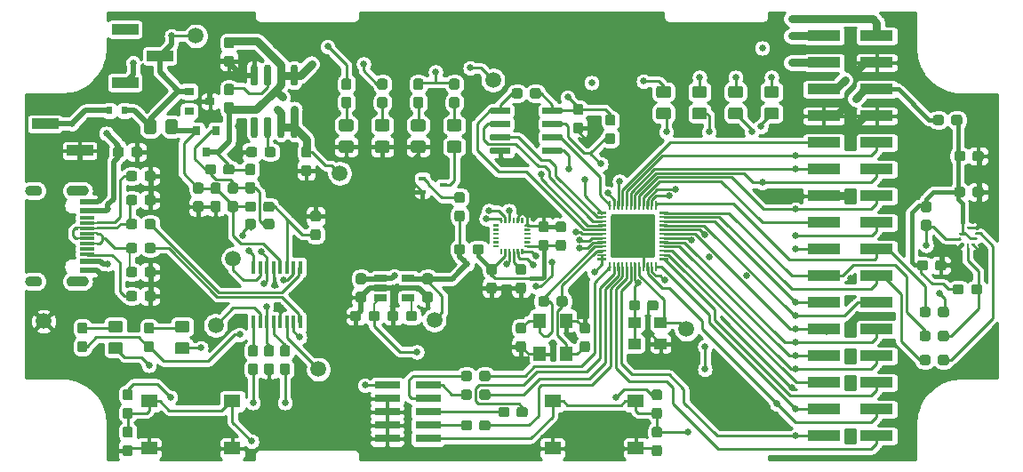
<source format=gbr>
G04 #@! TF.GenerationSoftware,KiCad,Pcbnew,5.1.5*
G04 #@! TF.CreationDate,2020-03-07T11:26:49+01:00*
G04 #@! TF.ProjectId,himudev,68696d75-6465-4762-9e6b-696361645f70,rev?*
G04 #@! TF.SameCoordinates,Original*
G04 #@! TF.FileFunction,Copper,L1,Top*
G04 #@! TF.FilePolarity,Positive*
%FSLAX46Y46*%
G04 Gerber Fmt 4.6, Leading zero omitted, Abs format (unit mm)*
G04 Created by KiCad (PCBNEW 5.1.5) date 2020-03-07 11:26:49*
%MOMM*%
%LPD*%
G04 APERTURE LIST*
%ADD10C,0.100000*%
%ADD11C,3.000000*%
%ADD12C,0.500000*%
%ADD13R,1.450000X0.300000*%
%ADD14R,1.450000X0.600000*%
%ADD15R,1.450000X0.550000*%
%ADD16R,3.150000X1.000000*%
%ADD17R,0.600000X0.700000*%
%ADD18R,0.900000X0.800000*%
%ADD19R,2.510000X1.000000*%
%ADD20R,2.400000X0.760000*%
%ADD21R,0.800000X0.900000*%
%ADD22R,0.700000X0.450000*%
%ADD23R,1.550000X1.300000*%
%ADD24C,1.500000*%
%ADD25R,0.400000X1.200000*%
%ADD26R,1.220000X0.650000*%
%ADD27R,0.250000X0.275000*%
%ADD28R,0.275000X0.250000*%
%ADD29R,1.200000X1.000000*%
%ADD30R,1.150000X1.400000*%
%ADD31C,0.635000*%
%ADD32C,0.250000*%
%ADD33C,0.254000*%
%ADD34C,0.381000*%
%ADD35C,0.508000*%
%ADD36C,0.762000*%
%ADD37C,0.177800*%
G04 APERTURE END LIST*
G04 #@! TA.AperFunction,SMDPad,CuDef*
D10*
G36*
X127959779Y-93125144D02*
G01*
X127982834Y-93128563D01*
X128005443Y-93134227D01*
X128027387Y-93142079D01*
X128048457Y-93152044D01*
X128068448Y-93164026D01*
X128087168Y-93177910D01*
X128104438Y-93193562D01*
X128120090Y-93210832D01*
X128133974Y-93229552D01*
X128145956Y-93249543D01*
X128155921Y-93270613D01*
X128163773Y-93292557D01*
X128169437Y-93315166D01*
X128172856Y-93338221D01*
X128174000Y-93361500D01*
X128174000Y-93836500D01*
X128172856Y-93859779D01*
X128169437Y-93882834D01*
X128163773Y-93905443D01*
X128155921Y-93927387D01*
X128145956Y-93948457D01*
X128133974Y-93968448D01*
X128120090Y-93987168D01*
X128104438Y-94004438D01*
X128087168Y-94020090D01*
X128068448Y-94033974D01*
X128048457Y-94045956D01*
X128027387Y-94055921D01*
X128005443Y-94063773D01*
X127982834Y-94069437D01*
X127959779Y-94072856D01*
X127936500Y-94074000D01*
X127361500Y-94074000D01*
X127338221Y-94072856D01*
X127315166Y-94069437D01*
X127292557Y-94063773D01*
X127270613Y-94055921D01*
X127249543Y-94045956D01*
X127229552Y-94033974D01*
X127210832Y-94020090D01*
X127193562Y-94004438D01*
X127177910Y-93987168D01*
X127164026Y-93968448D01*
X127152044Y-93948457D01*
X127142079Y-93927387D01*
X127134227Y-93905443D01*
X127128563Y-93882834D01*
X127125144Y-93859779D01*
X127124000Y-93836500D01*
X127124000Y-93361500D01*
X127125144Y-93338221D01*
X127128563Y-93315166D01*
X127134227Y-93292557D01*
X127142079Y-93270613D01*
X127152044Y-93249543D01*
X127164026Y-93229552D01*
X127177910Y-93210832D01*
X127193562Y-93193562D01*
X127210832Y-93177910D01*
X127229552Y-93164026D01*
X127249543Y-93152044D01*
X127270613Y-93142079D01*
X127292557Y-93134227D01*
X127315166Y-93128563D01*
X127338221Y-93125144D01*
X127361500Y-93124000D01*
X127936500Y-93124000D01*
X127959779Y-93125144D01*
G37*
G04 #@! TD.AperFunction*
G04 #@! TA.AperFunction,SMDPad,CuDef*
G36*
X129709779Y-93125144D02*
G01*
X129732834Y-93128563D01*
X129755443Y-93134227D01*
X129777387Y-93142079D01*
X129798457Y-93152044D01*
X129818448Y-93164026D01*
X129837168Y-93177910D01*
X129854438Y-93193562D01*
X129870090Y-93210832D01*
X129883974Y-93229552D01*
X129895956Y-93249543D01*
X129905921Y-93270613D01*
X129913773Y-93292557D01*
X129919437Y-93315166D01*
X129922856Y-93338221D01*
X129924000Y-93361500D01*
X129924000Y-93836500D01*
X129922856Y-93859779D01*
X129919437Y-93882834D01*
X129913773Y-93905443D01*
X129905921Y-93927387D01*
X129895956Y-93948457D01*
X129883974Y-93968448D01*
X129870090Y-93987168D01*
X129854438Y-94004438D01*
X129837168Y-94020090D01*
X129818448Y-94033974D01*
X129798457Y-94045956D01*
X129777387Y-94055921D01*
X129755443Y-94063773D01*
X129732834Y-94069437D01*
X129709779Y-94072856D01*
X129686500Y-94074000D01*
X129111500Y-94074000D01*
X129088221Y-94072856D01*
X129065166Y-94069437D01*
X129042557Y-94063773D01*
X129020613Y-94055921D01*
X128999543Y-94045956D01*
X128979552Y-94033974D01*
X128960832Y-94020090D01*
X128943562Y-94004438D01*
X128927910Y-93987168D01*
X128914026Y-93968448D01*
X128902044Y-93948457D01*
X128892079Y-93927387D01*
X128884227Y-93905443D01*
X128878563Y-93882834D01*
X128875144Y-93859779D01*
X128874000Y-93836500D01*
X128874000Y-93361500D01*
X128875144Y-93338221D01*
X128878563Y-93315166D01*
X128884227Y-93292557D01*
X128892079Y-93270613D01*
X128902044Y-93249543D01*
X128914026Y-93229552D01*
X128927910Y-93210832D01*
X128943562Y-93193562D01*
X128960832Y-93177910D01*
X128979552Y-93164026D01*
X128999543Y-93152044D01*
X129020613Y-93142079D01*
X129042557Y-93134227D01*
X129065166Y-93128563D01*
X129088221Y-93125144D01*
X129111500Y-93124000D01*
X129686500Y-93124000D01*
X129709779Y-93125144D01*
G37*
G04 #@! TD.AperFunction*
G04 #@! TA.AperFunction,SMDPad,CuDef*
G36*
X140555505Y-90476204D02*
G01*
X140579773Y-90479804D01*
X140603572Y-90485765D01*
X140626671Y-90494030D01*
X140648850Y-90504520D01*
X140669893Y-90517132D01*
X140689599Y-90531747D01*
X140707777Y-90548223D01*
X140724253Y-90566401D01*
X140738868Y-90586107D01*
X140751480Y-90607150D01*
X140761970Y-90629329D01*
X140770235Y-90652428D01*
X140776196Y-90676227D01*
X140779796Y-90700495D01*
X140781000Y-90724999D01*
X140781000Y-91375001D01*
X140779796Y-91399505D01*
X140776196Y-91423773D01*
X140770235Y-91447572D01*
X140761970Y-91470671D01*
X140751480Y-91492850D01*
X140738868Y-91513893D01*
X140724253Y-91533599D01*
X140707777Y-91551777D01*
X140689599Y-91568253D01*
X140669893Y-91582868D01*
X140648850Y-91595480D01*
X140626671Y-91605970D01*
X140603572Y-91614235D01*
X140579773Y-91620196D01*
X140555505Y-91623796D01*
X140531001Y-91625000D01*
X139630999Y-91625000D01*
X139606495Y-91623796D01*
X139582227Y-91620196D01*
X139558428Y-91614235D01*
X139535329Y-91605970D01*
X139513150Y-91595480D01*
X139492107Y-91582868D01*
X139472401Y-91568253D01*
X139454223Y-91551777D01*
X139437747Y-91533599D01*
X139423132Y-91513893D01*
X139410520Y-91492850D01*
X139400030Y-91470671D01*
X139391765Y-91447572D01*
X139385804Y-91423773D01*
X139382204Y-91399505D01*
X139381000Y-91375001D01*
X139381000Y-90724999D01*
X139382204Y-90700495D01*
X139385804Y-90676227D01*
X139391765Y-90652428D01*
X139400030Y-90629329D01*
X139410520Y-90607150D01*
X139423132Y-90586107D01*
X139437747Y-90566401D01*
X139454223Y-90548223D01*
X139472401Y-90531747D01*
X139492107Y-90517132D01*
X139513150Y-90504520D01*
X139535329Y-90494030D01*
X139558428Y-90485765D01*
X139582227Y-90479804D01*
X139606495Y-90476204D01*
X139630999Y-90475000D01*
X140531001Y-90475000D01*
X140555505Y-90476204D01*
G37*
G04 #@! TD.AperFunction*
G04 #@! TA.AperFunction,SMDPad,CuDef*
G36*
X140555505Y-92526204D02*
G01*
X140579773Y-92529804D01*
X140603572Y-92535765D01*
X140626671Y-92544030D01*
X140648850Y-92554520D01*
X140669893Y-92567132D01*
X140689599Y-92581747D01*
X140707777Y-92598223D01*
X140724253Y-92616401D01*
X140738868Y-92636107D01*
X140751480Y-92657150D01*
X140761970Y-92679329D01*
X140770235Y-92702428D01*
X140776196Y-92726227D01*
X140779796Y-92750495D01*
X140781000Y-92774999D01*
X140781000Y-93425001D01*
X140779796Y-93449505D01*
X140776196Y-93473773D01*
X140770235Y-93497572D01*
X140761970Y-93520671D01*
X140751480Y-93542850D01*
X140738868Y-93563893D01*
X140724253Y-93583599D01*
X140707777Y-93601777D01*
X140689599Y-93618253D01*
X140669893Y-93632868D01*
X140648850Y-93645480D01*
X140626671Y-93655970D01*
X140603572Y-93664235D01*
X140579773Y-93670196D01*
X140555505Y-93673796D01*
X140531001Y-93675000D01*
X139630999Y-93675000D01*
X139606495Y-93673796D01*
X139582227Y-93670196D01*
X139558428Y-93664235D01*
X139535329Y-93655970D01*
X139513150Y-93645480D01*
X139492107Y-93632868D01*
X139472401Y-93618253D01*
X139454223Y-93601777D01*
X139437747Y-93583599D01*
X139423132Y-93563893D01*
X139410520Y-93542850D01*
X139400030Y-93520671D01*
X139391765Y-93497572D01*
X139385804Y-93473773D01*
X139382204Y-93449505D01*
X139381000Y-93425001D01*
X139381000Y-92774999D01*
X139382204Y-92750495D01*
X139385804Y-92726227D01*
X139391765Y-92702428D01*
X139400030Y-92679329D01*
X139410520Y-92657150D01*
X139423132Y-92636107D01*
X139437747Y-92616401D01*
X139454223Y-92598223D01*
X139472401Y-92581747D01*
X139492107Y-92567132D01*
X139513150Y-92554520D01*
X139535329Y-92544030D01*
X139558428Y-92535765D01*
X139582227Y-92529804D01*
X139606495Y-92526204D01*
X139630999Y-92525000D01*
X140531001Y-92525000D01*
X140555505Y-92526204D01*
G37*
G04 #@! TD.AperFunction*
D11*
X163957000Y-101600000D03*
G04 #@! TA.AperFunction,SMDPad,CuDef*
D10*
G36*
X165831504Y-99501204D02*
G01*
X165855773Y-99504804D01*
X165879571Y-99510765D01*
X165902671Y-99519030D01*
X165924849Y-99529520D01*
X165945893Y-99542133D01*
X165965598Y-99556747D01*
X165983777Y-99573223D01*
X166000253Y-99591402D01*
X166014867Y-99611107D01*
X166027480Y-99632151D01*
X166037970Y-99654329D01*
X166046235Y-99677429D01*
X166052196Y-99701227D01*
X166055796Y-99725496D01*
X166057000Y-99750000D01*
X166057000Y-103450000D01*
X166055796Y-103474504D01*
X166052196Y-103498773D01*
X166046235Y-103522571D01*
X166037970Y-103545671D01*
X166027480Y-103567849D01*
X166014867Y-103588893D01*
X166000253Y-103608598D01*
X165983777Y-103626777D01*
X165965598Y-103643253D01*
X165945893Y-103657867D01*
X165924849Y-103670480D01*
X165902671Y-103680970D01*
X165879571Y-103689235D01*
X165855773Y-103695196D01*
X165831504Y-103698796D01*
X165807000Y-103700000D01*
X162107000Y-103700000D01*
X162082496Y-103698796D01*
X162058227Y-103695196D01*
X162034429Y-103689235D01*
X162011329Y-103680970D01*
X161989151Y-103670480D01*
X161968107Y-103657867D01*
X161948402Y-103643253D01*
X161930223Y-103626777D01*
X161913747Y-103608598D01*
X161899133Y-103588893D01*
X161886520Y-103567849D01*
X161876030Y-103545671D01*
X161867765Y-103522571D01*
X161861804Y-103498773D01*
X161858204Y-103474504D01*
X161857000Y-103450000D01*
X161857000Y-99750000D01*
X161858204Y-99725496D01*
X161861804Y-99701227D01*
X161867765Y-99677429D01*
X161876030Y-99654329D01*
X161886520Y-99632151D01*
X161899133Y-99611107D01*
X161913747Y-99591402D01*
X161930223Y-99573223D01*
X161948402Y-99556747D01*
X161968107Y-99542133D01*
X161989151Y-99529520D01*
X162011329Y-99519030D01*
X162034429Y-99510765D01*
X162058227Y-99504804D01*
X162082496Y-99501204D01*
X162107000Y-99500000D01*
X165807000Y-99500000D01*
X165831504Y-99501204D01*
G37*
G04 #@! TD.AperFunction*
D12*
X162382000Y-100025000D03*
X163432000Y-100025000D03*
X164482000Y-100025000D03*
X165532000Y-100025000D03*
X162382000Y-101075000D03*
X165532000Y-101075000D03*
X162382000Y-102125000D03*
X165532000Y-102125000D03*
X162382000Y-103175000D03*
X163432000Y-103175000D03*
X164482000Y-103175000D03*
X165532000Y-103175000D03*
G04 #@! TA.AperFunction,SMDPad,CuDef*
D10*
G36*
X161386901Y-99300241D02*
G01*
X161391755Y-99300961D01*
X161396514Y-99302153D01*
X161401134Y-99303806D01*
X161405570Y-99305904D01*
X161409779Y-99308427D01*
X161413720Y-99311349D01*
X161417355Y-99314645D01*
X161420651Y-99318280D01*
X161423573Y-99322221D01*
X161426096Y-99326430D01*
X161428194Y-99330866D01*
X161429847Y-99335486D01*
X161431039Y-99340245D01*
X161431759Y-99345099D01*
X161432000Y-99350000D01*
X161432000Y-99450000D01*
X161431759Y-99454901D01*
X161431039Y-99459755D01*
X161429847Y-99464514D01*
X161428194Y-99469134D01*
X161426096Y-99473570D01*
X161423573Y-99477779D01*
X161420651Y-99481720D01*
X161417355Y-99485355D01*
X161413720Y-99488651D01*
X161409779Y-99491573D01*
X161405570Y-99494096D01*
X161401134Y-99496194D01*
X161396514Y-99497847D01*
X161391755Y-99499039D01*
X161386901Y-99499759D01*
X161382000Y-99500000D01*
X160632000Y-99500000D01*
X160627099Y-99499759D01*
X160622245Y-99499039D01*
X160617486Y-99497847D01*
X160612866Y-99496194D01*
X160608430Y-99494096D01*
X160604221Y-99491573D01*
X160600280Y-99488651D01*
X160596645Y-99485355D01*
X160593349Y-99481720D01*
X160590427Y-99477779D01*
X160587904Y-99473570D01*
X160585806Y-99469134D01*
X160584153Y-99464514D01*
X160582961Y-99459755D01*
X160582241Y-99454901D01*
X160582000Y-99450000D01*
X160582000Y-99350000D01*
X160582241Y-99345099D01*
X160582961Y-99340245D01*
X160584153Y-99335486D01*
X160585806Y-99330866D01*
X160587904Y-99326430D01*
X160590427Y-99322221D01*
X160593349Y-99318280D01*
X160596645Y-99314645D01*
X160600280Y-99311349D01*
X160604221Y-99308427D01*
X160608430Y-99305904D01*
X160612866Y-99303806D01*
X160617486Y-99302153D01*
X160622245Y-99300961D01*
X160627099Y-99300241D01*
X160632000Y-99300000D01*
X161382000Y-99300000D01*
X161386901Y-99300241D01*
G37*
G04 #@! TD.AperFunction*
G04 #@! TA.AperFunction,SMDPad,CuDef*
G36*
X161386901Y-99700241D02*
G01*
X161391755Y-99700961D01*
X161396514Y-99702153D01*
X161401134Y-99703806D01*
X161405570Y-99705904D01*
X161409779Y-99708427D01*
X161413720Y-99711349D01*
X161417355Y-99714645D01*
X161420651Y-99718280D01*
X161423573Y-99722221D01*
X161426096Y-99726430D01*
X161428194Y-99730866D01*
X161429847Y-99735486D01*
X161431039Y-99740245D01*
X161431759Y-99745099D01*
X161432000Y-99750000D01*
X161432000Y-99850000D01*
X161431759Y-99854901D01*
X161431039Y-99859755D01*
X161429847Y-99864514D01*
X161428194Y-99869134D01*
X161426096Y-99873570D01*
X161423573Y-99877779D01*
X161420651Y-99881720D01*
X161417355Y-99885355D01*
X161413720Y-99888651D01*
X161409779Y-99891573D01*
X161405570Y-99894096D01*
X161401134Y-99896194D01*
X161396514Y-99897847D01*
X161391755Y-99899039D01*
X161386901Y-99899759D01*
X161382000Y-99900000D01*
X160632000Y-99900000D01*
X160627099Y-99899759D01*
X160622245Y-99899039D01*
X160617486Y-99897847D01*
X160612866Y-99896194D01*
X160608430Y-99894096D01*
X160604221Y-99891573D01*
X160600280Y-99888651D01*
X160596645Y-99885355D01*
X160593349Y-99881720D01*
X160590427Y-99877779D01*
X160587904Y-99873570D01*
X160585806Y-99869134D01*
X160584153Y-99864514D01*
X160582961Y-99859755D01*
X160582241Y-99854901D01*
X160582000Y-99850000D01*
X160582000Y-99750000D01*
X160582241Y-99745099D01*
X160582961Y-99740245D01*
X160584153Y-99735486D01*
X160585806Y-99730866D01*
X160587904Y-99726430D01*
X160590427Y-99722221D01*
X160593349Y-99718280D01*
X160596645Y-99714645D01*
X160600280Y-99711349D01*
X160604221Y-99708427D01*
X160608430Y-99705904D01*
X160612866Y-99703806D01*
X160617486Y-99702153D01*
X160622245Y-99700961D01*
X160627099Y-99700241D01*
X160632000Y-99700000D01*
X161382000Y-99700000D01*
X161386901Y-99700241D01*
G37*
G04 #@! TD.AperFunction*
G04 #@! TA.AperFunction,SMDPad,CuDef*
G36*
X161386901Y-100100241D02*
G01*
X161391755Y-100100961D01*
X161396514Y-100102153D01*
X161401134Y-100103806D01*
X161405570Y-100105904D01*
X161409779Y-100108427D01*
X161413720Y-100111349D01*
X161417355Y-100114645D01*
X161420651Y-100118280D01*
X161423573Y-100122221D01*
X161426096Y-100126430D01*
X161428194Y-100130866D01*
X161429847Y-100135486D01*
X161431039Y-100140245D01*
X161431759Y-100145099D01*
X161432000Y-100150000D01*
X161432000Y-100250000D01*
X161431759Y-100254901D01*
X161431039Y-100259755D01*
X161429847Y-100264514D01*
X161428194Y-100269134D01*
X161426096Y-100273570D01*
X161423573Y-100277779D01*
X161420651Y-100281720D01*
X161417355Y-100285355D01*
X161413720Y-100288651D01*
X161409779Y-100291573D01*
X161405570Y-100294096D01*
X161401134Y-100296194D01*
X161396514Y-100297847D01*
X161391755Y-100299039D01*
X161386901Y-100299759D01*
X161382000Y-100300000D01*
X160632000Y-100300000D01*
X160627099Y-100299759D01*
X160622245Y-100299039D01*
X160617486Y-100297847D01*
X160612866Y-100296194D01*
X160608430Y-100294096D01*
X160604221Y-100291573D01*
X160600280Y-100288651D01*
X160596645Y-100285355D01*
X160593349Y-100281720D01*
X160590427Y-100277779D01*
X160587904Y-100273570D01*
X160585806Y-100269134D01*
X160584153Y-100264514D01*
X160582961Y-100259755D01*
X160582241Y-100254901D01*
X160582000Y-100250000D01*
X160582000Y-100150000D01*
X160582241Y-100145099D01*
X160582961Y-100140245D01*
X160584153Y-100135486D01*
X160585806Y-100130866D01*
X160587904Y-100126430D01*
X160590427Y-100122221D01*
X160593349Y-100118280D01*
X160596645Y-100114645D01*
X160600280Y-100111349D01*
X160604221Y-100108427D01*
X160608430Y-100105904D01*
X160612866Y-100103806D01*
X160617486Y-100102153D01*
X160622245Y-100100961D01*
X160627099Y-100100241D01*
X160632000Y-100100000D01*
X161382000Y-100100000D01*
X161386901Y-100100241D01*
G37*
G04 #@! TD.AperFunction*
G04 #@! TA.AperFunction,SMDPad,CuDef*
G36*
X161386901Y-100500241D02*
G01*
X161391755Y-100500961D01*
X161396514Y-100502153D01*
X161401134Y-100503806D01*
X161405570Y-100505904D01*
X161409779Y-100508427D01*
X161413720Y-100511349D01*
X161417355Y-100514645D01*
X161420651Y-100518280D01*
X161423573Y-100522221D01*
X161426096Y-100526430D01*
X161428194Y-100530866D01*
X161429847Y-100535486D01*
X161431039Y-100540245D01*
X161431759Y-100545099D01*
X161432000Y-100550000D01*
X161432000Y-100650000D01*
X161431759Y-100654901D01*
X161431039Y-100659755D01*
X161429847Y-100664514D01*
X161428194Y-100669134D01*
X161426096Y-100673570D01*
X161423573Y-100677779D01*
X161420651Y-100681720D01*
X161417355Y-100685355D01*
X161413720Y-100688651D01*
X161409779Y-100691573D01*
X161405570Y-100694096D01*
X161401134Y-100696194D01*
X161396514Y-100697847D01*
X161391755Y-100699039D01*
X161386901Y-100699759D01*
X161382000Y-100700000D01*
X160632000Y-100700000D01*
X160627099Y-100699759D01*
X160622245Y-100699039D01*
X160617486Y-100697847D01*
X160612866Y-100696194D01*
X160608430Y-100694096D01*
X160604221Y-100691573D01*
X160600280Y-100688651D01*
X160596645Y-100685355D01*
X160593349Y-100681720D01*
X160590427Y-100677779D01*
X160587904Y-100673570D01*
X160585806Y-100669134D01*
X160584153Y-100664514D01*
X160582961Y-100659755D01*
X160582241Y-100654901D01*
X160582000Y-100650000D01*
X160582000Y-100550000D01*
X160582241Y-100545099D01*
X160582961Y-100540245D01*
X160584153Y-100535486D01*
X160585806Y-100530866D01*
X160587904Y-100526430D01*
X160590427Y-100522221D01*
X160593349Y-100518280D01*
X160596645Y-100514645D01*
X160600280Y-100511349D01*
X160604221Y-100508427D01*
X160608430Y-100505904D01*
X160612866Y-100503806D01*
X160617486Y-100502153D01*
X160622245Y-100500961D01*
X160627099Y-100500241D01*
X160632000Y-100500000D01*
X161382000Y-100500000D01*
X161386901Y-100500241D01*
G37*
G04 #@! TD.AperFunction*
G04 #@! TA.AperFunction,SMDPad,CuDef*
G36*
X161386901Y-100900241D02*
G01*
X161391755Y-100900961D01*
X161396514Y-100902153D01*
X161401134Y-100903806D01*
X161405570Y-100905904D01*
X161409779Y-100908427D01*
X161413720Y-100911349D01*
X161417355Y-100914645D01*
X161420651Y-100918280D01*
X161423573Y-100922221D01*
X161426096Y-100926430D01*
X161428194Y-100930866D01*
X161429847Y-100935486D01*
X161431039Y-100940245D01*
X161431759Y-100945099D01*
X161432000Y-100950000D01*
X161432000Y-101050000D01*
X161431759Y-101054901D01*
X161431039Y-101059755D01*
X161429847Y-101064514D01*
X161428194Y-101069134D01*
X161426096Y-101073570D01*
X161423573Y-101077779D01*
X161420651Y-101081720D01*
X161417355Y-101085355D01*
X161413720Y-101088651D01*
X161409779Y-101091573D01*
X161405570Y-101094096D01*
X161401134Y-101096194D01*
X161396514Y-101097847D01*
X161391755Y-101099039D01*
X161386901Y-101099759D01*
X161382000Y-101100000D01*
X160632000Y-101100000D01*
X160627099Y-101099759D01*
X160622245Y-101099039D01*
X160617486Y-101097847D01*
X160612866Y-101096194D01*
X160608430Y-101094096D01*
X160604221Y-101091573D01*
X160600280Y-101088651D01*
X160596645Y-101085355D01*
X160593349Y-101081720D01*
X160590427Y-101077779D01*
X160587904Y-101073570D01*
X160585806Y-101069134D01*
X160584153Y-101064514D01*
X160582961Y-101059755D01*
X160582241Y-101054901D01*
X160582000Y-101050000D01*
X160582000Y-100950000D01*
X160582241Y-100945099D01*
X160582961Y-100940245D01*
X160584153Y-100935486D01*
X160585806Y-100930866D01*
X160587904Y-100926430D01*
X160590427Y-100922221D01*
X160593349Y-100918280D01*
X160596645Y-100914645D01*
X160600280Y-100911349D01*
X160604221Y-100908427D01*
X160608430Y-100905904D01*
X160612866Y-100903806D01*
X160617486Y-100902153D01*
X160622245Y-100900961D01*
X160627099Y-100900241D01*
X160632000Y-100900000D01*
X161382000Y-100900000D01*
X161386901Y-100900241D01*
G37*
G04 #@! TD.AperFunction*
G04 #@! TA.AperFunction,SMDPad,CuDef*
G36*
X161386901Y-101300241D02*
G01*
X161391755Y-101300961D01*
X161396514Y-101302153D01*
X161401134Y-101303806D01*
X161405570Y-101305904D01*
X161409779Y-101308427D01*
X161413720Y-101311349D01*
X161417355Y-101314645D01*
X161420651Y-101318280D01*
X161423573Y-101322221D01*
X161426096Y-101326430D01*
X161428194Y-101330866D01*
X161429847Y-101335486D01*
X161431039Y-101340245D01*
X161431759Y-101345099D01*
X161432000Y-101350000D01*
X161432000Y-101450000D01*
X161431759Y-101454901D01*
X161431039Y-101459755D01*
X161429847Y-101464514D01*
X161428194Y-101469134D01*
X161426096Y-101473570D01*
X161423573Y-101477779D01*
X161420651Y-101481720D01*
X161417355Y-101485355D01*
X161413720Y-101488651D01*
X161409779Y-101491573D01*
X161405570Y-101494096D01*
X161401134Y-101496194D01*
X161396514Y-101497847D01*
X161391755Y-101499039D01*
X161386901Y-101499759D01*
X161382000Y-101500000D01*
X160632000Y-101500000D01*
X160627099Y-101499759D01*
X160622245Y-101499039D01*
X160617486Y-101497847D01*
X160612866Y-101496194D01*
X160608430Y-101494096D01*
X160604221Y-101491573D01*
X160600280Y-101488651D01*
X160596645Y-101485355D01*
X160593349Y-101481720D01*
X160590427Y-101477779D01*
X160587904Y-101473570D01*
X160585806Y-101469134D01*
X160584153Y-101464514D01*
X160582961Y-101459755D01*
X160582241Y-101454901D01*
X160582000Y-101450000D01*
X160582000Y-101350000D01*
X160582241Y-101345099D01*
X160582961Y-101340245D01*
X160584153Y-101335486D01*
X160585806Y-101330866D01*
X160587904Y-101326430D01*
X160590427Y-101322221D01*
X160593349Y-101318280D01*
X160596645Y-101314645D01*
X160600280Y-101311349D01*
X160604221Y-101308427D01*
X160608430Y-101305904D01*
X160612866Y-101303806D01*
X160617486Y-101302153D01*
X160622245Y-101300961D01*
X160627099Y-101300241D01*
X160632000Y-101300000D01*
X161382000Y-101300000D01*
X161386901Y-101300241D01*
G37*
G04 #@! TD.AperFunction*
G04 #@! TA.AperFunction,SMDPad,CuDef*
G36*
X161386901Y-101700241D02*
G01*
X161391755Y-101700961D01*
X161396514Y-101702153D01*
X161401134Y-101703806D01*
X161405570Y-101705904D01*
X161409779Y-101708427D01*
X161413720Y-101711349D01*
X161417355Y-101714645D01*
X161420651Y-101718280D01*
X161423573Y-101722221D01*
X161426096Y-101726430D01*
X161428194Y-101730866D01*
X161429847Y-101735486D01*
X161431039Y-101740245D01*
X161431759Y-101745099D01*
X161432000Y-101750000D01*
X161432000Y-101850000D01*
X161431759Y-101854901D01*
X161431039Y-101859755D01*
X161429847Y-101864514D01*
X161428194Y-101869134D01*
X161426096Y-101873570D01*
X161423573Y-101877779D01*
X161420651Y-101881720D01*
X161417355Y-101885355D01*
X161413720Y-101888651D01*
X161409779Y-101891573D01*
X161405570Y-101894096D01*
X161401134Y-101896194D01*
X161396514Y-101897847D01*
X161391755Y-101899039D01*
X161386901Y-101899759D01*
X161382000Y-101900000D01*
X160632000Y-101900000D01*
X160627099Y-101899759D01*
X160622245Y-101899039D01*
X160617486Y-101897847D01*
X160612866Y-101896194D01*
X160608430Y-101894096D01*
X160604221Y-101891573D01*
X160600280Y-101888651D01*
X160596645Y-101885355D01*
X160593349Y-101881720D01*
X160590427Y-101877779D01*
X160587904Y-101873570D01*
X160585806Y-101869134D01*
X160584153Y-101864514D01*
X160582961Y-101859755D01*
X160582241Y-101854901D01*
X160582000Y-101850000D01*
X160582000Y-101750000D01*
X160582241Y-101745099D01*
X160582961Y-101740245D01*
X160584153Y-101735486D01*
X160585806Y-101730866D01*
X160587904Y-101726430D01*
X160590427Y-101722221D01*
X160593349Y-101718280D01*
X160596645Y-101714645D01*
X160600280Y-101711349D01*
X160604221Y-101708427D01*
X160608430Y-101705904D01*
X160612866Y-101703806D01*
X160617486Y-101702153D01*
X160622245Y-101700961D01*
X160627099Y-101700241D01*
X160632000Y-101700000D01*
X161382000Y-101700000D01*
X161386901Y-101700241D01*
G37*
G04 #@! TD.AperFunction*
G04 #@! TA.AperFunction,SMDPad,CuDef*
G36*
X161386901Y-102100241D02*
G01*
X161391755Y-102100961D01*
X161396514Y-102102153D01*
X161401134Y-102103806D01*
X161405570Y-102105904D01*
X161409779Y-102108427D01*
X161413720Y-102111349D01*
X161417355Y-102114645D01*
X161420651Y-102118280D01*
X161423573Y-102122221D01*
X161426096Y-102126430D01*
X161428194Y-102130866D01*
X161429847Y-102135486D01*
X161431039Y-102140245D01*
X161431759Y-102145099D01*
X161432000Y-102150000D01*
X161432000Y-102250000D01*
X161431759Y-102254901D01*
X161431039Y-102259755D01*
X161429847Y-102264514D01*
X161428194Y-102269134D01*
X161426096Y-102273570D01*
X161423573Y-102277779D01*
X161420651Y-102281720D01*
X161417355Y-102285355D01*
X161413720Y-102288651D01*
X161409779Y-102291573D01*
X161405570Y-102294096D01*
X161401134Y-102296194D01*
X161396514Y-102297847D01*
X161391755Y-102299039D01*
X161386901Y-102299759D01*
X161382000Y-102300000D01*
X160632000Y-102300000D01*
X160627099Y-102299759D01*
X160622245Y-102299039D01*
X160617486Y-102297847D01*
X160612866Y-102296194D01*
X160608430Y-102294096D01*
X160604221Y-102291573D01*
X160600280Y-102288651D01*
X160596645Y-102285355D01*
X160593349Y-102281720D01*
X160590427Y-102277779D01*
X160587904Y-102273570D01*
X160585806Y-102269134D01*
X160584153Y-102264514D01*
X160582961Y-102259755D01*
X160582241Y-102254901D01*
X160582000Y-102250000D01*
X160582000Y-102150000D01*
X160582241Y-102145099D01*
X160582961Y-102140245D01*
X160584153Y-102135486D01*
X160585806Y-102130866D01*
X160587904Y-102126430D01*
X160590427Y-102122221D01*
X160593349Y-102118280D01*
X160596645Y-102114645D01*
X160600280Y-102111349D01*
X160604221Y-102108427D01*
X160608430Y-102105904D01*
X160612866Y-102103806D01*
X160617486Y-102102153D01*
X160622245Y-102100961D01*
X160627099Y-102100241D01*
X160632000Y-102100000D01*
X161382000Y-102100000D01*
X161386901Y-102100241D01*
G37*
G04 #@! TD.AperFunction*
G04 #@! TA.AperFunction,SMDPad,CuDef*
G36*
X161386901Y-102500241D02*
G01*
X161391755Y-102500961D01*
X161396514Y-102502153D01*
X161401134Y-102503806D01*
X161405570Y-102505904D01*
X161409779Y-102508427D01*
X161413720Y-102511349D01*
X161417355Y-102514645D01*
X161420651Y-102518280D01*
X161423573Y-102522221D01*
X161426096Y-102526430D01*
X161428194Y-102530866D01*
X161429847Y-102535486D01*
X161431039Y-102540245D01*
X161431759Y-102545099D01*
X161432000Y-102550000D01*
X161432000Y-102650000D01*
X161431759Y-102654901D01*
X161431039Y-102659755D01*
X161429847Y-102664514D01*
X161428194Y-102669134D01*
X161426096Y-102673570D01*
X161423573Y-102677779D01*
X161420651Y-102681720D01*
X161417355Y-102685355D01*
X161413720Y-102688651D01*
X161409779Y-102691573D01*
X161405570Y-102694096D01*
X161401134Y-102696194D01*
X161396514Y-102697847D01*
X161391755Y-102699039D01*
X161386901Y-102699759D01*
X161382000Y-102700000D01*
X160632000Y-102700000D01*
X160627099Y-102699759D01*
X160622245Y-102699039D01*
X160617486Y-102697847D01*
X160612866Y-102696194D01*
X160608430Y-102694096D01*
X160604221Y-102691573D01*
X160600280Y-102688651D01*
X160596645Y-102685355D01*
X160593349Y-102681720D01*
X160590427Y-102677779D01*
X160587904Y-102673570D01*
X160585806Y-102669134D01*
X160584153Y-102664514D01*
X160582961Y-102659755D01*
X160582241Y-102654901D01*
X160582000Y-102650000D01*
X160582000Y-102550000D01*
X160582241Y-102545099D01*
X160582961Y-102540245D01*
X160584153Y-102535486D01*
X160585806Y-102530866D01*
X160587904Y-102526430D01*
X160590427Y-102522221D01*
X160593349Y-102518280D01*
X160596645Y-102514645D01*
X160600280Y-102511349D01*
X160604221Y-102508427D01*
X160608430Y-102505904D01*
X160612866Y-102503806D01*
X160617486Y-102502153D01*
X160622245Y-102500961D01*
X160627099Y-102500241D01*
X160632000Y-102500000D01*
X161382000Y-102500000D01*
X161386901Y-102500241D01*
G37*
G04 #@! TD.AperFunction*
G04 #@! TA.AperFunction,SMDPad,CuDef*
G36*
X161386901Y-102900241D02*
G01*
X161391755Y-102900961D01*
X161396514Y-102902153D01*
X161401134Y-102903806D01*
X161405570Y-102905904D01*
X161409779Y-102908427D01*
X161413720Y-102911349D01*
X161417355Y-102914645D01*
X161420651Y-102918280D01*
X161423573Y-102922221D01*
X161426096Y-102926430D01*
X161428194Y-102930866D01*
X161429847Y-102935486D01*
X161431039Y-102940245D01*
X161431759Y-102945099D01*
X161432000Y-102950000D01*
X161432000Y-103050000D01*
X161431759Y-103054901D01*
X161431039Y-103059755D01*
X161429847Y-103064514D01*
X161428194Y-103069134D01*
X161426096Y-103073570D01*
X161423573Y-103077779D01*
X161420651Y-103081720D01*
X161417355Y-103085355D01*
X161413720Y-103088651D01*
X161409779Y-103091573D01*
X161405570Y-103094096D01*
X161401134Y-103096194D01*
X161396514Y-103097847D01*
X161391755Y-103099039D01*
X161386901Y-103099759D01*
X161382000Y-103100000D01*
X160632000Y-103100000D01*
X160627099Y-103099759D01*
X160622245Y-103099039D01*
X160617486Y-103097847D01*
X160612866Y-103096194D01*
X160608430Y-103094096D01*
X160604221Y-103091573D01*
X160600280Y-103088651D01*
X160596645Y-103085355D01*
X160593349Y-103081720D01*
X160590427Y-103077779D01*
X160587904Y-103073570D01*
X160585806Y-103069134D01*
X160584153Y-103064514D01*
X160582961Y-103059755D01*
X160582241Y-103054901D01*
X160582000Y-103050000D01*
X160582000Y-102950000D01*
X160582241Y-102945099D01*
X160582961Y-102940245D01*
X160584153Y-102935486D01*
X160585806Y-102930866D01*
X160587904Y-102926430D01*
X160590427Y-102922221D01*
X160593349Y-102918280D01*
X160596645Y-102914645D01*
X160600280Y-102911349D01*
X160604221Y-102908427D01*
X160608430Y-102905904D01*
X160612866Y-102903806D01*
X160617486Y-102902153D01*
X160622245Y-102900961D01*
X160627099Y-102900241D01*
X160632000Y-102900000D01*
X161382000Y-102900000D01*
X161386901Y-102900241D01*
G37*
G04 #@! TD.AperFunction*
G04 #@! TA.AperFunction,SMDPad,CuDef*
G36*
X161386901Y-103300241D02*
G01*
X161391755Y-103300961D01*
X161396514Y-103302153D01*
X161401134Y-103303806D01*
X161405570Y-103305904D01*
X161409779Y-103308427D01*
X161413720Y-103311349D01*
X161417355Y-103314645D01*
X161420651Y-103318280D01*
X161423573Y-103322221D01*
X161426096Y-103326430D01*
X161428194Y-103330866D01*
X161429847Y-103335486D01*
X161431039Y-103340245D01*
X161431759Y-103345099D01*
X161432000Y-103350000D01*
X161432000Y-103450000D01*
X161431759Y-103454901D01*
X161431039Y-103459755D01*
X161429847Y-103464514D01*
X161428194Y-103469134D01*
X161426096Y-103473570D01*
X161423573Y-103477779D01*
X161420651Y-103481720D01*
X161417355Y-103485355D01*
X161413720Y-103488651D01*
X161409779Y-103491573D01*
X161405570Y-103494096D01*
X161401134Y-103496194D01*
X161396514Y-103497847D01*
X161391755Y-103499039D01*
X161386901Y-103499759D01*
X161382000Y-103500000D01*
X160632000Y-103500000D01*
X160627099Y-103499759D01*
X160622245Y-103499039D01*
X160617486Y-103497847D01*
X160612866Y-103496194D01*
X160608430Y-103494096D01*
X160604221Y-103491573D01*
X160600280Y-103488651D01*
X160596645Y-103485355D01*
X160593349Y-103481720D01*
X160590427Y-103477779D01*
X160587904Y-103473570D01*
X160585806Y-103469134D01*
X160584153Y-103464514D01*
X160582961Y-103459755D01*
X160582241Y-103454901D01*
X160582000Y-103450000D01*
X160582000Y-103350000D01*
X160582241Y-103345099D01*
X160582961Y-103340245D01*
X160584153Y-103335486D01*
X160585806Y-103330866D01*
X160587904Y-103326430D01*
X160590427Y-103322221D01*
X160593349Y-103318280D01*
X160596645Y-103314645D01*
X160600280Y-103311349D01*
X160604221Y-103308427D01*
X160608430Y-103305904D01*
X160612866Y-103303806D01*
X160617486Y-103302153D01*
X160622245Y-103300961D01*
X160627099Y-103300241D01*
X160632000Y-103300000D01*
X161382000Y-103300000D01*
X161386901Y-103300241D01*
G37*
G04 #@! TD.AperFunction*
G04 #@! TA.AperFunction,SMDPad,CuDef*
G36*
X161386901Y-103700241D02*
G01*
X161391755Y-103700961D01*
X161396514Y-103702153D01*
X161401134Y-103703806D01*
X161405570Y-103705904D01*
X161409779Y-103708427D01*
X161413720Y-103711349D01*
X161417355Y-103714645D01*
X161420651Y-103718280D01*
X161423573Y-103722221D01*
X161426096Y-103726430D01*
X161428194Y-103730866D01*
X161429847Y-103735486D01*
X161431039Y-103740245D01*
X161431759Y-103745099D01*
X161432000Y-103750000D01*
X161432000Y-103850000D01*
X161431759Y-103854901D01*
X161431039Y-103859755D01*
X161429847Y-103864514D01*
X161428194Y-103869134D01*
X161426096Y-103873570D01*
X161423573Y-103877779D01*
X161420651Y-103881720D01*
X161417355Y-103885355D01*
X161413720Y-103888651D01*
X161409779Y-103891573D01*
X161405570Y-103894096D01*
X161401134Y-103896194D01*
X161396514Y-103897847D01*
X161391755Y-103899039D01*
X161386901Y-103899759D01*
X161382000Y-103900000D01*
X160632000Y-103900000D01*
X160627099Y-103899759D01*
X160622245Y-103899039D01*
X160617486Y-103897847D01*
X160612866Y-103896194D01*
X160608430Y-103894096D01*
X160604221Y-103891573D01*
X160600280Y-103888651D01*
X160596645Y-103885355D01*
X160593349Y-103881720D01*
X160590427Y-103877779D01*
X160587904Y-103873570D01*
X160585806Y-103869134D01*
X160584153Y-103864514D01*
X160582961Y-103859755D01*
X160582241Y-103854901D01*
X160582000Y-103850000D01*
X160582000Y-103750000D01*
X160582241Y-103745099D01*
X160582961Y-103740245D01*
X160584153Y-103735486D01*
X160585806Y-103730866D01*
X160587904Y-103726430D01*
X160590427Y-103722221D01*
X160593349Y-103718280D01*
X160596645Y-103714645D01*
X160600280Y-103711349D01*
X160604221Y-103708427D01*
X160608430Y-103705904D01*
X160612866Y-103703806D01*
X160617486Y-103702153D01*
X160622245Y-103700961D01*
X160627099Y-103700241D01*
X160632000Y-103700000D01*
X161382000Y-103700000D01*
X161386901Y-103700241D01*
G37*
G04 #@! TD.AperFunction*
G04 #@! TA.AperFunction,SMDPad,CuDef*
G36*
X161811901Y-104125241D02*
G01*
X161816755Y-104125961D01*
X161821514Y-104127153D01*
X161826134Y-104128806D01*
X161830570Y-104130904D01*
X161834779Y-104133427D01*
X161838720Y-104136349D01*
X161842355Y-104139645D01*
X161845651Y-104143280D01*
X161848573Y-104147221D01*
X161851096Y-104151430D01*
X161853194Y-104155866D01*
X161854847Y-104160486D01*
X161856039Y-104165245D01*
X161856759Y-104170099D01*
X161857000Y-104175000D01*
X161857000Y-104925000D01*
X161856759Y-104929901D01*
X161856039Y-104934755D01*
X161854847Y-104939514D01*
X161853194Y-104944134D01*
X161851096Y-104948570D01*
X161848573Y-104952779D01*
X161845651Y-104956720D01*
X161842355Y-104960355D01*
X161838720Y-104963651D01*
X161834779Y-104966573D01*
X161830570Y-104969096D01*
X161826134Y-104971194D01*
X161821514Y-104972847D01*
X161816755Y-104974039D01*
X161811901Y-104974759D01*
X161807000Y-104975000D01*
X161707000Y-104975000D01*
X161702099Y-104974759D01*
X161697245Y-104974039D01*
X161692486Y-104972847D01*
X161687866Y-104971194D01*
X161683430Y-104969096D01*
X161679221Y-104966573D01*
X161675280Y-104963651D01*
X161671645Y-104960355D01*
X161668349Y-104956720D01*
X161665427Y-104952779D01*
X161662904Y-104948570D01*
X161660806Y-104944134D01*
X161659153Y-104939514D01*
X161657961Y-104934755D01*
X161657241Y-104929901D01*
X161657000Y-104925000D01*
X161657000Y-104175000D01*
X161657241Y-104170099D01*
X161657961Y-104165245D01*
X161659153Y-104160486D01*
X161660806Y-104155866D01*
X161662904Y-104151430D01*
X161665427Y-104147221D01*
X161668349Y-104143280D01*
X161671645Y-104139645D01*
X161675280Y-104136349D01*
X161679221Y-104133427D01*
X161683430Y-104130904D01*
X161687866Y-104128806D01*
X161692486Y-104127153D01*
X161697245Y-104125961D01*
X161702099Y-104125241D01*
X161707000Y-104125000D01*
X161807000Y-104125000D01*
X161811901Y-104125241D01*
G37*
G04 #@! TD.AperFunction*
G04 #@! TA.AperFunction,SMDPad,CuDef*
G36*
X162211901Y-104125241D02*
G01*
X162216755Y-104125961D01*
X162221514Y-104127153D01*
X162226134Y-104128806D01*
X162230570Y-104130904D01*
X162234779Y-104133427D01*
X162238720Y-104136349D01*
X162242355Y-104139645D01*
X162245651Y-104143280D01*
X162248573Y-104147221D01*
X162251096Y-104151430D01*
X162253194Y-104155866D01*
X162254847Y-104160486D01*
X162256039Y-104165245D01*
X162256759Y-104170099D01*
X162257000Y-104175000D01*
X162257000Y-104925000D01*
X162256759Y-104929901D01*
X162256039Y-104934755D01*
X162254847Y-104939514D01*
X162253194Y-104944134D01*
X162251096Y-104948570D01*
X162248573Y-104952779D01*
X162245651Y-104956720D01*
X162242355Y-104960355D01*
X162238720Y-104963651D01*
X162234779Y-104966573D01*
X162230570Y-104969096D01*
X162226134Y-104971194D01*
X162221514Y-104972847D01*
X162216755Y-104974039D01*
X162211901Y-104974759D01*
X162207000Y-104975000D01*
X162107000Y-104975000D01*
X162102099Y-104974759D01*
X162097245Y-104974039D01*
X162092486Y-104972847D01*
X162087866Y-104971194D01*
X162083430Y-104969096D01*
X162079221Y-104966573D01*
X162075280Y-104963651D01*
X162071645Y-104960355D01*
X162068349Y-104956720D01*
X162065427Y-104952779D01*
X162062904Y-104948570D01*
X162060806Y-104944134D01*
X162059153Y-104939514D01*
X162057961Y-104934755D01*
X162057241Y-104929901D01*
X162057000Y-104925000D01*
X162057000Y-104175000D01*
X162057241Y-104170099D01*
X162057961Y-104165245D01*
X162059153Y-104160486D01*
X162060806Y-104155866D01*
X162062904Y-104151430D01*
X162065427Y-104147221D01*
X162068349Y-104143280D01*
X162071645Y-104139645D01*
X162075280Y-104136349D01*
X162079221Y-104133427D01*
X162083430Y-104130904D01*
X162087866Y-104128806D01*
X162092486Y-104127153D01*
X162097245Y-104125961D01*
X162102099Y-104125241D01*
X162107000Y-104125000D01*
X162207000Y-104125000D01*
X162211901Y-104125241D01*
G37*
G04 #@! TD.AperFunction*
G04 #@! TA.AperFunction,SMDPad,CuDef*
G36*
X162611901Y-104125241D02*
G01*
X162616755Y-104125961D01*
X162621514Y-104127153D01*
X162626134Y-104128806D01*
X162630570Y-104130904D01*
X162634779Y-104133427D01*
X162638720Y-104136349D01*
X162642355Y-104139645D01*
X162645651Y-104143280D01*
X162648573Y-104147221D01*
X162651096Y-104151430D01*
X162653194Y-104155866D01*
X162654847Y-104160486D01*
X162656039Y-104165245D01*
X162656759Y-104170099D01*
X162657000Y-104175000D01*
X162657000Y-104925000D01*
X162656759Y-104929901D01*
X162656039Y-104934755D01*
X162654847Y-104939514D01*
X162653194Y-104944134D01*
X162651096Y-104948570D01*
X162648573Y-104952779D01*
X162645651Y-104956720D01*
X162642355Y-104960355D01*
X162638720Y-104963651D01*
X162634779Y-104966573D01*
X162630570Y-104969096D01*
X162626134Y-104971194D01*
X162621514Y-104972847D01*
X162616755Y-104974039D01*
X162611901Y-104974759D01*
X162607000Y-104975000D01*
X162507000Y-104975000D01*
X162502099Y-104974759D01*
X162497245Y-104974039D01*
X162492486Y-104972847D01*
X162487866Y-104971194D01*
X162483430Y-104969096D01*
X162479221Y-104966573D01*
X162475280Y-104963651D01*
X162471645Y-104960355D01*
X162468349Y-104956720D01*
X162465427Y-104952779D01*
X162462904Y-104948570D01*
X162460806Y-104944134D01*
X162459153Y-104939514D01*
X162457961Y-104934755D01*
X162457241Y-104929901D01*
X162457000Y-104925000D01*
X162457000Y-104175000D01*
X162457241Y-104170099D01*
X162457961Y-104165245D01*
X162459153Y-104160486D01*
X162460806Y-104155866D01*
X162462904Y-104151430D01*
X162465427Y-104147221D01*
X162468349Y-104143280D01*
X162471645Y-104139645D01*
X162475280Y-104136349D01*
X162479221Y-104133427D01*
X162483430Y-104130904D01*
X162487866Y-104128806D01*
X162492486Y-104127153D01*
X162497245Y-104125961D01*
X162502099Y-104125241D01*
X162507000Y-104125000D01*
X162607000Y-104125000D01*
X162611901Y-104125241D01*
G37*
G04 #@! TD.AperFunction*
G04 #@! TA.AperFunction,SMDPad,CuDef*
G36*
X163011901Y-104125241D02*
G01*
X163016755Y-104125961D01*
X163021514Y-104127153D01*
X163026134Y-104128806D01*
X163030570Y-104130904D01*
X163034779Y-104133427D01*
X163038720Y-104136349D01*
X163042355Y-104139645D01*
X163045651Y-104143280D01*
X163048573Y-104147221D01*
X163051096Y-104151430D01*
X163053194Y-104155866D01*
X163054847Y-104160486D01*
X163056039Y-104165245D01*
X163056759Y-104170099D01*
X163057000Y-104175000D01*
X163057000Y-104925000D01*
X163056759Y-104929901D01*
X163056039Y-104934755D01*
X163054847Y-104939514D01*
X163053194Y-104944134D01*
X163051096Y-104948570D01*
X163048573Y-104952779D01*
X163045651Y-104956720D01*
X163042355Y-104960355D01*
X163038720Y-104963651D01*
X163034779Y-104966573D01*
X163030570Y-104969096D01*
X163026134Y-104971194D01*
X163021514Y-104972847D01*
X163016755Y-104974039D01*
X163011901Y-104974759D01*
X163007000Y-104975000D01*
X162907000Y-104975000D01*
X162902099Y-104974759D01*
X162897245Y-104974039D01*
X162892486Y-104972847D01*
X162887866Y-104971194D01*
X162883430Y-104969096D01*
X162879221Y-104966573D01*
X162875280Y-104963651D01*
X162871645Y-104960355D01*
X162868349Y-104956720D01*
X162865427Y-104952779D01*
X162862904Y-104948570D01*
X162860806Y-104944134D01*
X162859153Y-104939514D01*
X162857961Y-104934755D01*
X162857241Y-104929901D01*
X162857000Y-104925000D01*
X162857000Y-104175000D01*
X162857241Y-104170099D01*
X162857961Y-104165245D01*
X162859153Y-104160486D01*
X162860806Y-104155866D01*
X162862904Y-104151430D01*
X162865427Y-104147221D01*
X162868349Y-104143280D01*
X162871645Y-104139645D01*
X162875280Y-104136349D01*
X162879221Y-104133427D01*
X162883430Y-104130904D01*
X162887866Y-104128806D01*
X162892486Y-104127153D01*
X162897245Y-104125961D01*
X162902099Y-104125241D01*
X162907000Y-104125000D01*
X163007000Y-104125000D01*
X163011901Y-104125241D01*
G37*
G04 #@! TD.AperFunction*
G04 #@! TA.AperFunction,SMDPad,CuDef*
G36*
X163411901Y-104125241D02*
G01*
X163416755Y-104125961D01*
X163421514Y-104127153D01*
X163426134Y-104128806D01*
X163430570Y-104130904D01*
X163434779Y-104133427D01*
X163438720Y-104136349D01*
X163442355Y-104139645D01*
X163445651Y-104143280D01*
X163448573Y-104147221D01*
X163451096Y-104151430D01*
X163453194Y-104155866D01*
X163454847Y-104160486D01*
X163456039Y-104165245D01*
X163456759Y-104170099D01*
X163457000Y-104175000D01*
X163457000Y-104925000D01*
X163456759Y-104929901D01*
X163456039Y-104934755D01*
X163454847Y-104939514D01*
X163453194Y-104944134D01*
X163451096Y-104948570D01*
X163448573Y-104952779D01*
X163445651Y-104956720D01*
X163442355Y-104960355D01*
X163438720Y-104963651D01*
X163434779Y-104966573D01*
X163430570Y-104969096D01*
X163426134Y-104971194D01*
X163421514Y-104972847D01*
X163416755Y-104974039D01*
X163411901Y-104974759D01*
X163407000Y-104975000D01*
X163307000Y-104975000D01*
X163302099Y-104974759D01*
X163297245Y-104974039D01*
X163292486Y-104972847D01*
X163287866Y-104971194D01*
X163283430Y-104969096D01*
X163279221Y-104966573D01*
X163275280Y-104963651D01*
X163271645Y-104960355D01*
X163268349Y-104956720D01*
X163265427Y-104952779D01*
X163262904Y-104948570D01*
X163260806Y-104944134D01*
X163259153Y-104939514D01*
X163257961Y-104934755D01*
X163257241Y-104929901D01*
X163257000Y-104925000D01*
X163257000Y-104175000D01*
X163257241Y-104170099D01*
X163257961Y-104165245D01*
X163259153Y-104160486D01*
X163260806Y-104155866D01*
X163262904Y-104151430D01*
X163265427Y-104147221D01*
X163268349Y-104143280D01*
X163271645Y-104139645D01*
X163275280Y-104136349D01*
X163279221Y-104133427D01*
X163283430Y-104130904D01*
X163287866Y-104128806D01*
X163292486Y-104127153D01*
X163297245Y-104125961D01*
X163302099Y-104125241D01*
X163307000Y-104125000D01*
X163407000Y-104125000D01*
X163411901Y-104125241D01*
G37*
G04 #@! TD.AperFunction*
G04 #@! TA.AperFunction,SMDPad,CuDef*
G36*
X163811901Y-104125241D02*
G01*
X163816755Y-104125961D01*
X163821514Y-104127153D01*
X163826134Y-104128806D01*
X163830570Y-104130904D01*
X163834779Y-104133427D01*
X163838720Y-104136349D01*
X163842355Y-104139645D01*
X163845651Y-104143280D01*
X163848573Y-104147221D01*
X163851096Y-104151430D01*
X163853194Y-104155866D01*
X163854847Y-104160486D01*
X163856039Y-104165245D01*
X163856759Y-104170099D01*
X163857000Y-104175000D01*
X163857000Y-104925000D01*
X163856759Y-104929901D01*
X163856039Y-104934755D01*
X163854847Y-104939514D01*
X163853194Y-104944134D01*
X163851096Y-104948570D01*
X163848573Y-104952779D01*
X163845651Y-104956720D01*
X163842355Y-104960355D01*
X163838720Y-104963651D01*
X163834779Y-104966573D01*
X163830570Y-104969096D01*
X163826134Y-104971194D01*
X163821514Y-104972847D01*
X163816755Y-104974039D01*
X163811901Y-104974759D01*
X163807000Y-104975000D01*
X163707000Y-104975000D01*
X163702099Y-104974759D01*
X163697245Y-104974039D01*
X163692486Y-104972847D01*
X163687866Y-104971194D01*
X163683430Y-104969096D01*
X163679221Y-104966573D01*
X163675280Y-104963651D01*
X163671645Y-104960355D01*
X163668349Y-104956720D01*
X163665427Y-104952779D01*
X163662904Y-104948570D01*
X163660806Y-104944134D01*
X163659153Y-104939514D01*
X163657961Y-104934755D01*
X163657241Y-104929901D01*
X163657000Y-104925000D01*
X163657000Y-104175000D01*
X163657241Y-104170099D01*
X163657961Y-104165245D01*
X163659153Y-104160486D01*
X163660806Y-104155866D01*
X163662904Y-104151430D01*
X163665427Y-104147221D01*
X163668349Y-104143280D01*
X163671645Y-104139645D01*
X163675280Y-104136349D01*
X163679221Y-104133427D01*
X163683430Y-104130904D01*
X163687866Y-104128806D01*
X163692486Y-104127153D01*
X163697245Y-104125961D01*
X163702099Y-104125241D01*
X163707000Y-104125000D01*
X163807000Y-104125000D01*
X163811901Y-104125241D01*
G37*
G04 #@! TD.AperFunction*
G04 #@! TA.AperFunction,SMDPad,CuDef*
G36*
X164211901Y-104125241D02*
G01*
X164216755Y-104125961D01*
X164221514Y-104127153D01*
X164226134Y-104128806D01*
X164230570Y-104130904D01*
X164234779Y-104133427D01*
X164238720Y-104136349D01*
X164242355Y-104139645D01*
X164245651Y-104143280D01*
X164248573Y-104147221D01*
X164251096Y-104151430D01*
X164253194Y-104155866D01*
X164254847Y-104160486D01*
X164256039Y-104165245D01*
X164256759Y-104170099D01*
X164257000Y-104175000D01*
X164257000Y-104925000D01*
X164256759Y-104929901D01*
X164256039Y-104934755D01*
X164254847Y-104939514D01*
X164253194Y-104944134D01*
X164251096Y-104948570D01*
X164248573Y-104952779D01*
X164245651Y-104956720D01*
X164242355Y-104960355D01*
X164238720Y-104963651D01*
X164234779Y-104966573D01*
X164230570Y-104969096D01*
X164226134Y-104971194D01*
X164221514Y-104972847D01*
X164216755Y-104974039D01*
X164211901Y-104974759D01*
X164207000Y-104975000D01*
X164107000Y-104975000D01*
X164102099Y-104974759D01*
X164097245Y-104974039D01*
X164092486Y-104972847D01*
X164087866Y-104971194D01*
X164083430Y-104969096D01*
X164079221Y-104966573D01*
X164075280Y-104963651D01*
X164071645Y-104960355D01*
X164068349Y-104956720D01*
X164065427Y-104952779D01*
X164062904Y-104948570D01*
X164060806Y-104944134D01*
X164059153Y-104939514D01*
X164057961Y-104934755D01*
X164057241Y-104929901D01*
X164057000Y-104925000D01*
X164057000Y-104175000D01*
X164057241Y-104170099D01*
X164057961Y-104165245D01*
X164059153Y-104160486D01*
X164060806Y-104155866D01*
X164062904Y-104151430D01*
X164065427Y-104147221D01*
X164068349Y-104143280D01*
X164071645Y-104139645D01*
X164075280Y-104136349D01*
X164079221Y-104133427D01*
X164083430Y-104130904D01*
X164087866Y-104128806D01*
X164092486Y-104127153D01*
X164097245Y-104125961D01*
X164102099Y-104125241D01*
X164107000Y-104125000D01*
X164207000Y-104125000D01*
X164211901Y-104125241D01*
G37*
G04 #@! TD.AperFunction*
G04 #@! TA.AperFunction,SMDPad,CuDef*
G36*
X164611901Y-104125241D02*
G01*
X164616755Y-104125961D01*
X164621514Y-104127153D01*
X164626134Y-104128806D01*
X164630570Y-104130904D01*
X164634779Y-104133427D01*
X164638720Y-104136349D01*
X164642355Y-104139645D01*
X164645651Y-104143280D01*
X164648573Y-104147221D01*
X164651096Y-104151430D01*
X164653194Y-104155866D01*
X164654847Y-104160486D01*
X164656039Y-104165245D01*
X164656759Y-104170099D01*
X164657000Y-104175000D01*
X164657000Y-104925000D01*
X164656759Y-104929901D01*
X164656039Y-104934755D01*
X164654847Y-104939514D01*
X164653194Y-104944134D01*
X164651096Y-104948570D01*
X164648573Y-104952779D01*
X164645651Y-104956720D01*
X164642355Y-104960355D01*
X164638720Y-104963651D01*
X164634779Y-104966573D01*
X164630570Y-104969096D01*
X164626134Y-104971194D01*
X164621514Y-104972847D01*
X164616755Y-104974039D01*
X164611901Y-104974759D01*
X164607000Y-104975000D01*
X164507000Y-104975000D01*
X164502099Y-104974759D01*
X164497245Y-104974039D01*
X164492486Y-104972847D01*
X164487866Y-104971194D01*
X164483430Y-104969096D01*
X164479221Y-104966573D01*
X164475280Y-104963651D01*
X164471645Y-104960355D01*
X164468349Y-104956720D01*
X164465427Y-104952779D01*
X164462904Y-104948570D01*
X164460806Y-104944134D01*
X164459153Y-104939514D01*
X164457961Y-104934755D01*
X164457241Y-104929901D01*
X164457000Y-104925000D01*
X164457000Y-104175000D01*
X164457241Y-104170099D01*
X164457961Y-104165245D01*
X164459153Y-104160486D01*
X164460806Y-104155866D01*
X164462904Y-104151430D01*
X164465427Y-104147221D01*
X164468349Y-104143280D01*
X164471645Y-104139645D01*
X164475280Y-104136349D01*
X164479221Y-104133427D01*
X164483430Y-104130904D01*
X164487866Y-104128806D01*
X164492486Y-104127153D01*
X164497245Y-104125961D01*
X164502099Y-104125241D01*
X164507000Y-104125000D01*
X164607000Y-104125000D01*
X164611901Y-104125241D01*
G37*
G04 #@! TD.AperFunction*
G04 #@! TA.AperFunction,SMDPad,CuDef*
G36*
X165011901Y-104125241D02*
G01*
X165016755Y-104125961D01*
X165021514Y-104127153D01*
X165026134Y-104128806D01*
X165030570Y-104130904D01*
X165034779Y-104133427D01*
X165038720Y-104136349D01*
X165042355Y-104139645D01*
X165045651Y-104143280D01*
X165048573Y-104147221D01*
X165051096Y-104151430D01*
X165053194Y-104155866D01*
X165054847Y-104160486D01*
X165056039Y-104165245D01*
X165056759Y-104170099D01*
X165057000Y-104175000D01*
X165057000Y-104925000D01*
X165056759Y-104929901D01*
X165056039Y-104934755D01*
X165054847Y-104939514D01*
X165053194Y-104944134D01*
X165051096Y-104948570D01*
X165048573Y-104952779D01*
X165045651Y-104956720D01*
X165042355Y-104960355D01*
X165038720Y-104963651D01*
X165034779Y-104966573D01*
X165030570Y-104969096D01*
X165026134Y-104971194D01*
X165021514Y-104972847D01*
X165016755Y-104974039D01*
X165011901Y-104974759D01*
X165007000Y-104975000D01*
X164907000Y-104975000D01*
X164902099Y-104974759D01*
X164897245Y-104974039D01*
X164892486Y-104972847D01*
X164887866Y-104971194D01*
X164883430Y-104969096D01*
X164879221Y-104966573D01*
X164875280Y-104963651D01*
X164871645Y-104960355D01*
X164868349Y-104956720D01*
X164865427Y-104952779D01*
X164862904Y-104948570D01*
X164860806Y-104944134D01*
X164859153Y-104939514D01*
X164857961Y-104934755D01*
X164857241Y-104929901D01*
X164857000Y-104925000D01*
X164857000Y-104175000D01*
X164857241Y-104170099D01*
X164857961Y-104165245D01*
X164859153Y-104160486D01*
X164860806Y-104155866D01*
X164862904Y-104151430D01*
X164865427Y-104147221D01*
X164868349Y-104143280D01*
X164871645Y-104139645D01*
X164875280Y-104136349D01*
X164879221Y-104133427D01*
X164883430Y-104130904D01*
X164887866Y-104128806D01*
X164892486Y-104127153D01*
X164897245Y-104125961D01*
X164902099Y-104125241D01*
X164907000Y-104125000D01*
X165007000Y-104125000D01*
X165011901Y-104125241D01*
G37*
G04 #@! TD.AperFunction*
G04 #@! TA.AperFunction,SMDPad,CuDef*
G36*
X165411901Y-104125241D02*
G01*
X165416755Y-104125961D01*
X165421514Y-104127153D01*
X165426134Y-104128806D01*
X165430570Y-104130904D01*
X165434779Y-104133427D01*
X165438720Y-104136349D01*
X165442355Y-104139645D01*
X165445651Y-104143280D01*
X165448573Y-104147221D01*
X165451096Y-104151430D01*
X165453194Y-104155866D01*
X165454847Y-104160486D01*
X165456039Y-104165245D01*
X165456759Y-104170099D01*
X165457000Y-104175000D01*
X165457000Y-104925000D01*
X165456759Y-104929901D01*
X165456039Y-104934755D01*
X165454847Y-104939514D01*
X165453194Y-104944134D01*
X165451096Y-104948570D01*
X165448573Y-104952779D01*
X165445651Y-104956720D01*
X165442355Y-104960355D01*
X165438720Y-104963651D01*
X165434779Y-104966573D01*
X165430570Y-104969096D01*
X165426134Y-104971194D01*
X165421514Y-104972847D01*
X165416755Y-104974039D01*
X165411901Y-104974759D01*
X165407000Y-104975000D01*
X165307000Y-104975000D01*
X165302099Y-104974759D01*
X165297245Y-104974039D01*
X165292486Y-104972847D01*
X165287866Y-104971194D01*
X165283430Y-104969096D01*
X165279221Y-104966573D01*
X165275280Y-104963651D01*
X165271645Y-104960355D01*
X165268349Y-104956720D01*
X165265427Y-104952779D01*
X165262904Y-104948570D01*
X165260806Y-104944134D01*
X165259153Y-104939514D01*
X165257961Y-104934755D01*
X165257241Y-104929901D01*
X165257000Y-104925000D01*
X165257000Y-104175000D01*
X165257241Y-104170099D01*
X165257961Y-104165245D01*
X165259153Y-104160486D01*
X165260806Y-104155866D01*
X165262904Y-104151430D01*
X165265427Y-104147221D01*
X165268349Y-104143280D01*
X165271645Y-104139645D01*
X165275280Y-104136349D01*
X165279221Y-104133427D01*
X165283430Y-104130904D01*
X165287866Y-104128806D01*
X165292486Y-104127153D01*
X165297245Y-104125961D01*
X165302099Y-104125241D01*
X165307000Y-104125000D01*
X165407000Y-104125000D01*
X165411901Y-104125241D01*
G37*
G04 #@! TD.AperFunction*
G04 #@! TA.AperFunction,SMDPad,CuDef*
G36*
X165811901Y-104125241D02*
G01*
X165816755Y-104125961D01*
X165821514Y-104127153D01*
X165826134Y-104128806D01*
X165830570Y-104130904D01*
X165834779Y-104133427D01*
X165838720Y-104136349D01*
X165842355Y-104139645D01*
X165845651Y-104143280D01*
X165848573Y-104147221D01*
X165851096Y-104151430D01*
X165853194Y-104155866D01*
X165854847Y-104160486D01*
X165856039Y-104165245D01*
X165856759Y-104170099D01*
X165857000Y-104175000D01*
X165857000Y-104925000D01*
X165856759Y-104929901D01*
X165856039Y-104934755D01*
X165854847Y-104939514D01*
X165853194Y-104944134D01*
X165851096Y-104948570D01*
X165848573Y-104952779D01*
X165845651Y-104956720D01*
X165842355Y-104960355D01*
X165838720Y-104963651D01*
X165834779Y-104966573D01*
X165830570Y-104969096D01*
X165826134Y-104971194D01*
X165821514Y-104972847D01*
X165816755Y-104974039D01*
X165811901Y-104974759D01*
X165807000Y-104975000D01*
X165707000Y-104975000D01*
X165702099Y-104974759D01*
X165697245Y-104974039D01*
X165692486Y-104972847D01*
X165687866Y-104971194D01*
X165683430Y-104969096D01*
X165679221Y-104966573D01*
X165675280Y-104963651D01*
X165671645Y-104960355D01*
X165668349Y-104956720D01*
X165665427Y-104952779D01*
X165662904Y-104948570D01*
X165660806Y-104944134D01*
X165659153Y-104939514D01*
X165657961Y-104934755D01*
X165657241Y-104929901D01*
X165657000Y-104925000D01*
X165657000Y-104175000D01*
X165657241Y-104170099D01*
X165657961Y-104165245D01*
X165659153Y-104160486D01*
X165660806Y-104155866D01*
X165662904Y-104151430D01*
X165665427Y-104147221D01*
X165668349Y-104143280D01*
X165671645Y-104139645D01*
X165675280Y-104136349D01*
X165679221Y-104133427D01*
X165683430Y-104130904D01*
X165687866Y-104128806D01*
X165692486Y-104127153D01*
X165697245Y-104125961D01*
X165702099Y-104125241D01*
X165707000Y-104125000D01*
X165807000Y-104125000D01*
X165811901Y-104125241D01*
G37*
G04 #@! TD.AperFunction*
G04 #@! TA.AperFunction,SMDPad,CuDef*
G36*
X166211901Y-104125241D02*
G01*
X166216755Y-104125961D01*
X166221514Y-104127153D01*
X166226134Y-104128806D01*
X166230570Y-104130904D01*
X166234779Y-104133427D01*
X166238720Y-104136349D01*
X166242355Y-104139645D01*
X166245651Y-104143280D01*
X166248573Y-104147221D01*
X166251096Y-104151430D01*
X166253194Y-104155866D01*
X166254847Y-104160486D01*
X166256039Y-104165245D01*
X166256759Y-104170099D01*
X166257000Y-104175000D01*
X166257000Y-104925000D01*
X166256759Y-104929901D01*
X166256039Y-104934755D01*
X166254847Y-104939514D01*
X166253194Y-104944134D01*
X166251096Y-104948570D01*
X166248573Y-104952779D01*
X166245651Y-104956720D01*
X166242355Y-104960355D01*
X166238720Y-104963651D01*
X166234779Y-104966573D01*
X166230570Y-104969096D01*
X166226134Y-104971194D01*
X166221514Y-104972847D01*
X166216755Y-104974039D01*
X166211901Y-104974759D01*
X166207000Y-104975000D01*
X166107000Y-104975000D01*
X166102099Y-104974759D01*
X166097245Y-104974039D01*
X166092486Y-104972847D01*
X166087866Y-104971194D01*
X166083430Y-104969096D01*
X166079221Y-104966573D01*
X166075280Y-104963651D01*
X166071645Y-104960355D01*
X166068349Y-104956720D01*
X166065427Y-104952779D01*
X166062904Y-104948570D01*
X166060806Y-104944134D01*
X166059153Y-104939514D01*
X166057961Y-104934755D01*
X166057241Y-104929901D01*
X166057000Y-104925000D01*
X166057000Y-104175000D01*
X166057241Y-104170099D01*
X166057961Y-104165245D01*
X166059153Y-104160486D01*
X166060806Y-104155866D01*
X166062904Y-104151430D01*
X166065427Y-104147221D01*
X166068349Y-104143280D01*
X166071645Y-104139645D01*
X166075280Y-104136349D01*
X166079221Y-104133427D01*
X166083430Y-104130904D01*
X166087866Y-104128806D01*
X166092486Y-104127153D01*
X166097245Y-104125961D01*
X166102099Y-104125241D01*
X166107000Y-104125000D01*
X166207000Y-104125000D01*
X166211901Y-104125241D01*
G37*
G04 #@! TD.AperFunction*
G04 #@! TA.AperFunction,SMDPad,CuDef*
G36*
X167286901Y-103700241D02*
G01*
X167291755Y-103700961D01*
X167296514Y-103702153D01*
X167301134Y-103703806D01*
X167305570Y-103705904D01*
X167309779Y-103708427D01*
X167313720Y-103711349D01*
X167317355Y-103714645D01*
X167320651Y-103718280D01*
X167323573Y-103722221D01*
X167326096Y-103726430D01*
X167328194Y-103730866D01*
X167329847Y-103735486D01*
X167331039Y-103740245D01*
X167331759Y-103745099D01*
X167332000Y-103750000D01*
X167332000Y-103850000D01*
X167331759Y-103854901D01*
X167331039Y-103859755D01*
X167329847Y-103864514D01*
X167328194Y-103869134D01*
X167326096Y-103873570D01*
X167323573Y-103877779D01*
X167320651Y-103881720D01*
X167317355Y-103885355D01*
X167313720Y-103888651D01*
X167309779Y-103891573D01*
X167305570Y-103894096D01*
X167301134Y-103896194D01*
X167296514Y-103897847D01*
X167291755Y-103899039D01*
X167286901Y-103899759D01*
X167282000Y-103900000D01*
X166532000Y-103900000D01*
X166527099Y-103899759D01*
X166522245Y-103899039D01*
X166517486Y-103897847D01*
X166512866Y-103896194D01*
X166508430Y-103894096D01*
X166504221Y-103891573D01*
X166500280Y-103888651D01*
X166496645Y-103885355D01*
X166493349Y-103881720D01*
X166490427Y-103877779D01*
X166487904Y-103873570D01*
X166485806Y-103869134D01*
X166484153Y-103864514D01*
X166482961Y-103859755D01*
X166482241Y-103854901D01*
X166482000Y-103850000D01*
X166482000Y-103750000D01*
X166482241Y-103745099D01*
X166482961Y-103740245D01*
X166484153Y-103735486D01*
X166485806Y-103730866D01*
X166487904Y-103726430D01*
X166490427Y-103722221D01*
X166493349Y-103718280D01*
X166496645Y-103714645D01*
X166500280Y-103711349D01*
X166504221Y-103708427D01*
X166508430Y-103705904D01*
X166512866Y-103703806D01*
X166517486Y-103702153D01*
X166522245Y-103700961D01*
X166527099Y-103700241D01*
X166532000Y-103700000D01*
X167282000Y-103700000D01*
X167286901Y-103700241D01*
G37*
G04 #@! TD.AperFunction*
G04 #@! TA.AperFunction,SMDPad,CuDef*
G36*
X167286901Y-103300241D02*
G01*
X167291755Y-103300961D01*
X167296514Y-103302153D01*
X167301134Y-103303806D01*
X167305570Y-103305904D01*
X167309779Y-103308427D01*
X167313720Y-103311349D01*
X167317355Y-103314645D01*
X167320651Y-103318280D01*
X167323573Y-103322221D01*
X167326096Y-103326430D01*
X167328194Y-103330866D01*
X167329847Y-103335486D01*
X167331039Y-103340245D01*
X167331759Y-103345099D01*
X167332000Y-103350000D01*
X167332000Y-103450000D01*
X167331759Y-103454901D01*
X167331039Y-103459755D01*
X167329847Y-103464514D01*
X167328194Y-103469134D01*
X167326096Y-103473570D01*
X167323573Y-103477779D01*
X167320651Y-103481720D01*
X167317355Y-103485355D01*
X167313720Y-103488651D01*
X167309779Y-103491573D01*
X167305570Y-103494096D01*
X167301134Y-103496194D01*
X167296514Y-103497847D01*
X167291755Y-103499039D01*
X167286901Y-103499759D01*
X167282000Y-103500000D01*
X166532000Y-103500000D01*
X166527099Y-103499759D01*
X166522245Y-103499039D01*
X166517486Y-103497847D01*
X166512866Y-103496194D01*
X166508430Y-103494096D01*
X166504221Y-103491573D01*
X166500280Y-103488651D01*
X166496645Y-103485355D01*
X166493349Y-103481720D01*
X166490427Y-103477779D01*
X166487904Y-103473570D01*
X166485806Y-103469134D01*
X166484153Y-103464514D01*
X166482961Y-103459755D01*
X166482241Y-103454901D01*
X166482000Y-103450000D01*
X166482000Y-103350000D01*
X166482241Y-103345099D01*
X166482961Y-103340245D01*
X166484153Y-103335486D01*
X166485806Y-103330866D01*
X166487904Y-103326430D01*
X166490427Y-103322221D01*
X166493349Y-103318280D01*
X166496645Y-103314645D01*
X166500280Y-103311349D01*
X166504221Y-103308427D01*
X166508430Y-103305904D01*
X166512866Y-103303806D01*
X166517486Y-103302153D01*
X166522245Y-103300961D01*
X166527099Y-103300241D01*
X166532000Y-103300000D01*
X167282000Y-103300000D01*
X167286901Y-103300241D01*
G37*
G04 #@! TD.AperFunction*
G04 #@! TA.AperFunction,SMDPad,CuDef*
G36*
X167286901Y-102900241D02*
G01*
X167291755Y-102900961D01*
X167296514Y-102902153D01*
X167301134Y-102903806D01*
X167305570Y-102905904D01*
X167309779Y-102908427D01*
X167313720Y-102911349D01*
X167317355Y-102914645D01*
X167320651Y-102918280D01*
X167323573Y-102922221D01*
X167326096Y-102926430D01*
X167328194Y-102930866D01*
X167329847Y-102935486D01*
X167331039Y-102940245D01*
X167331759Y-102945099D01*
X167332000Y-102950000D01*
X167332000Y-103050000D01*
X167331759Y-103054901D01*
X167331039Y-103059755D01*
X167329847Y-103064514D01*
X167328194Y-103069134D01*
X167326096Y-103073570D01*
X167323573Y-103077779D01*
X167320651Y-103081720D01*
X167317355Y-103085355D01*
X167313720Y-103088651D01*
X167309779Y-103091573D01*
X167305570Y-103094096D01*
X167301134Y-103096194D01*
X167296514Y-103097847D01*
X167291755Y-103099039D01*
X167286901Y-103099759D01*
X167282000Y-103100000D01*
X166532000Y-103100000D01*
X166527099Y-103099759D01*
X166522245Y-103099039D01*
X166517486Y-103097847D01*
X166512866Y-103096194D01*
X166508430Y-103094096D01*
X166504221Y-103091573D01*
X166500280Y-103088651D01*
X166496645Y-103085355D01*
X166493349Y-103081720D01*
X166490427Y-103077779D01*
X166487904Y-103073570D01*
X166485806Y-103069134D01*
X166484153Y-103064514D01*
X166482961Y-103059755D01*
X166482241Y-103054901D01*
X166482000Y-103050000D01*
X166482000Y-102950000D01*
X166482241Y-102945099D01*
X166482961Y-102940245D01*
X166484153Y-102935486D01*
X166485806Y-102930866D01*
X166487904Y-102926430D01*
X166490427Y-102922221D01*
X166493349Y-102918280D01*
X166496645Y-102914645D01*
X166500280Y-102911349D01*
X166504221Y-102908427D01*
X166508430Y-102905904D01*
X166512866Y-102903806D01*
X166517486Y-102902153D01*
X166522245Y-102900961D01*
X166527099Y-102900241D01*
X166532000Y-102900000D01*
X167282000Y-102900000D01*
X167286901Y-102900241D01*
G37*
G04 #@! TD.AperFunction*
G04 #@! TA.AperFunction,SMDPad,CuDef*
G36*
X167286901Y-102500241D02*
G01*
X167291755Y-102500961D01*
X167296514Y-102502153D01*
X167301134Y-102503806D01*
X167305570Y-102505904D01*
X167309779Y-102508427D01*
X167313720Y-102511349D01*
X167317355Y-102514645D01*
X167320651Y-102518280D01*
X167323573Y-102522221D01*
X167326096Y-102526430D01*
X167328194Y-102530866D01*
X167329847Y-102535486D01*
X167331039Y-102540245D01*
X167331759Y-102545099D01*
X167332000Y-102550000D01*
X167332000Y-102650000D01*
X167331759Y-102654901D01*
X167331039Y-102659755D01*
X167329847Y-102664514D01*
X167328194Y-102669134D01*
X167326096Y-102673570D01*
X167323573Y-102677779D01*
X167320651Y-102681720D01*
X167317355Y-102685355D01*
X167313720Y-102688651D01*
X167309779Y-102691573D01*
X167305570Y-102694096D01*
X167301134Y-102696194D01*
X167296514Y-102697847D01*
X167291755Y-102699039D01*
X167286901Y-102699759D01*
X167282000Y-102700000D01*
X166532000Y-102700000D01*
X166527099Y-102699759D01*
X166522245Y-102699039D01*
X166517486Y-102697847D01*
X166512866Y-102696194D01*
X166508430Y-102694096D01*
X166504221Y-102691573D01*
X166500280Y-102688651D01*
X166496645Y-102685355D01*
X166493349Y-102681720D01*
X166490427Y-102677779D01*
X166487904Y-102673570D01*
X166485806Y-102669134D01*
X166484153Y-102664514D01*
X166482961Y-102659755D01*
X166482241Y-102654901D01*
X166482000Y-102650000D01*
X166482000Y-102550000D01*
X166482241Y-102545099D01*
X166482961Y-102540245D01*
X166484153Y-102535486D01*
X166485806Y-102530866D01*
X166487904Y-102526430D01*
X166490427Y-102522221D01*
X166493349Y-102518280D01*
X166496645Y-102514645D01*
X166500280Y-102511349D01*
X166504221Y-102508427D01*
X166508430Y-102505904D01*
X166512866Y-102503806D01*
X166517486Y-102502153D01*
X166522245Y-102500961D01*
X166527099Y-102500241D01*
X166532000Y-102500000D01*
X167282000Y-102500000D01*
X167286901Y-102500241D01*
G37*
G04 #@! TD.AperFunction*
G04 #@! TA.AperFunction,SMDPad,CuDef*
G36*
X167286901Y-102100241D02*
G01*
X167291755Y-102100961D01*
X167296514Y-102102153D01*
X167301134Y-102103806D01*
X167305570Y-102105904D01*
X167309779Y-102108427D01*
X167313720Y-102111349D01*
X167317355Y-102114645D01*
X167320651Y-102118280D01*
X167323573Y-102122221D01*
X167326096Y-102126430D01*
X167328194Y-102130866D01*
X167329847Y-102135486D01*
X167331039Y-102140245D01*
X167331759Y-102145099D01*
X167332000Y-102150000D01*
X167332000Y-102250000D01*
X167331759Y-102254901D01*
X167331039Y-102259755D01*
X167329847Y-102264514D01*
X167328194Y-102269134D01*
X167326096Y-102273570D01*
X167323573Y-102277779D01*
X167320651Y-102281720D01*
X167317355Y-102285355D01*
X167313720Y-102288651D01*
X167309779Y-102291573D01*
X167305570Y-102294096D01*
X167301134Y-102296194D01*
X167296514Y-102297847D01*
X167291755Y-102299039D01*
X167286901Y-102299759D01*
X167282000Y-102300000D01*
X166532000Y-102300000D01*
X166527099Y-102299759D01*
X166522245Y-102299039D01*
X166517486Y-102297847D01*
X166512866Y-102296194D01*
X166508430Y-102294096D01*
X166504221Y-102291573D01*
X166500280Y-102288651D01*
X166496645Y-102285355D01*
X166493349Y-102281720D01*
X166490427Y-102277779D01*
X166487904Y-102273570D01*
X166485806Y-102269134D01*
X166484153Y-102264514D01*
X166482961Y-102259755D01*
X166482241Y-102254901D01*
X166482000Y-102250000D01*
X166482000Y-102150000D01*
X166482241Y-102145099D01*
X166482961Y-102140245D01*
X166484153Y-102135486D01*
X166485806Y-102130866D01*
X166487904Y-102126430D01*
X166490427Y-102122221D01*
X166493349Y-102118280D01*
X166496645Y-102114645D01*
X166500280Y-102111349D01*
X166504221Y-102108427D01*
X166508430Y-102105904D01*
X166512866Y-102103806D01*
X166517486Y-102102153D01*
X166522245Y-102100961D01*
X166527099Y-102100241D01*
X166532000Y-102100000D01*
X167282000Y-102100000D01*
X167286901Y-102100241D01*
G37*
G04 #@! TD.AperFunction*
G04 #@! TA.AperFunction,SMDPad,CuDef*
G36*
X167286901Y-101700241D02*
G01*
X167291755Y-101700961D01*
X167296514Y-101702153D01*
X167301134Y-101703806D01*
X167305570Y-101705904D01*
X167309779Y-101708427D01*
X167313720Y-101711349D01*
X167317355Y-101714645D01*
X167320651Y-101718280D01*
X167323573Y-101722221D01*
X167326096Y-101726430D01*
X167328194Y-101730866D01*
X167329847Y-101735486D01*
X167331039Y-101740245D01*
X167331759Y-101745099D01*
X167332000Y-101750000D01*
X167332000Y-101850000D01*
X167331759Y-101854901D01*
X167331039Y-101859755D01*
X167329847Y-101864514D01*
X167328194Y-101869134D01*
X167326096Y-101873570D01*
X167323573Y-101877779D01*
X167320651Y-101881720D01*
X167317355Y-101885355D01*
X167313720Y-101888651D01*
X167309779Y-101891573D01*
X167305570Y-101894096D01*
X167301134Y-101896194D01*
X167296514Y-101897847D01*
X167291755Y-101899039D01*
X167286901Y-101899759D01*
X167282000Y-101900000D01*
X166532000Y-101900000D01*
X166527099Y-101899759D01*
X166522245Y-101899039D01*
X166517486Y-101897847D01*
X166512866Y-101896194D01*
X166508430Y-101894096D01*
X166504221Y-101891573D01*
X166500280Y-101888651D01*
X166496645Y-101885355D01*
X166493349Y-101881720D01*
X166490427Y-101877779D01*
X166487904Y-101873570D01*
X166485806Y-101869134D01*
X166484153Y-101864514D01*
X166482961Y-101859755D01*
X166482241Y-101854901D01*
X166482000Y-101850000D01*
X166482000Y-101750000D01*
X166482241Y-101745099D01*
X166482961Y-101740245D01*
X166484153Y-101735486D01*
X166485806Y-101730866D01*
X166487904Y-101726430D01*
X166490427Y-101722221D01*
X166493349Y-101718280D01*
X166496645Y-101714645D01*
X166500280Y-101711349D01*
X166504221Y-101708427D01*
X166508430Y-101705904D01*
X166512866Y-101703806D01*
X166517486Y-101702153D01*
X166522245Y-101700961D01*
X166527099Y-101700241D01*
X166532000Y-101700000D01*
X167282000Y-101700000D01*
X167286901Y-101700241D01*
G37*
G04 #@! TD.AperFunction*
G04 #@! TA.AperFunction,SMDPad,CuDef*
G36*
X167286901Y-101300241D02*
G01*
X167291755Y-101300961D01*
X167296514Y-101302153D01*
X167301134Y-101303806D01*
X167305570Y-101305904D01*
X167309779Y-101308427D01*
X167313720Y-101311349D01*
X167317355Y-101314645D01*
X167320651Y-101318280D01*
X167323573Y-101322221D01*
X167326096Y-101326430D01*
X167328194Y-101330866D01*
X167329847Y-101335486D01*
X167331039Y-101340245D01*
X167331759Y-101345099D01*
X167332000Y-101350000D01*
X167332000Y-101450000D01*
X167331759Y-101454901D01*
X167331039Y-101459755D01*
X167329847Y-101464514D01*
X167328194Y-101469134D01*
X167326096Y-101473570D01*
X167323573Y-101477779D01*
X167320651Y-101481720D01*
X167317355Y-101485355D01*
X167313720Y-101488651D01*
X167309779Y-101491573D01*
X167305570Y-101494096D01*
X167301134Y-101496194D01*
X167296514Y-101497847D01*
X167291755Y-101499039D01*
X167286901Y-101499759D01*
X167282000Y-101500000D01*
X166532000Y-101500000D01*
X166527099Y-101499759D01*
X166522245Y-101499039D01*
X166517486Y-101497847D01*
X166512866Y-101496194D01*
X166508430Y-101494096D01*
X166504221Y-101491573D01*
X166500280Y-101488651D01*
X166496645Y-101485355D01*
X166493349Y-101481720D01*
X166490427Y-101477779D01*
X166487904Y-101473570D01*
X166485806Y-101469134D01*
X166484153Y-101464514D01*
X166482961Y-101459755D01*
X166482241Y-101454901D01*
X166482000Y-101450000D01*
X166482000Y-101350000D01*
X166482241Y-101345099D01*
X166482961Y-101340245D01*
X166484153Y-101335486D01*
X166485806Y-101330866D01*
X166487904Y-101326430D01*
X166490427Y-101322221D01*
X166493349Y-101318280D01*
X166496645Y-101314645D01*
X166500280Y-101311349D01*
X166504221Y-101308427D01*
X166508430Y-101305904D01*
X166512866Y-101303806D01*
X166517486Y-101302153D01*
X166522245Y-101300961D01*
X166527099Y-101300241D01*
X166532000Y-101300000D01*
X167282000Y-101300000D01*
X167286901Y-101300241D01*
G37*
G04 #@! TD.AperFunction*
G04 #@! TA.AperFunction,SMDPad,CuDef*
G36*
X167286901Y-100900241D02*
G01*
X167291755Y-100900961D01*
X167296514Y-100902153D01*
X167301134Y-100903806D01*
X167305570Y-100905904D01*
X167309779Y-100908427D01*
X167313720Y-100911349D01*
X167317355Y-100914645D01*
X167320651Y-100918280D01*
X167323573Y-100922221D01*
X167326096Y-100926430D01*
X167328194Y-100930866D01*
X167329847Y-100935486D01*
X167331039Y-100940245D01*
X167331759Y-100945099D01*
X167332000Y-100950000D01*
X167332000Y-101050000D01*
X167331759Y-101054901D01*
X167331039Y-101059755D01*
X167329847Y-101064514D01*
X167328194Y-101069134D01*
X167326096Y-101073570D01*
X167323573Y-101077779D01*
X167320651Y-101081720D01*
X167317355Y-101085355D01*
X167313720Y-101088651D01*
X167309779Y-101091573D01*
X167305570Y-101094096D01*
X167301134Y-101096194D01*
X167296514Y-101097847D01*
X167291755Y-101099039D01*
X167286901Y-101099759D01*
X167282000Y-101100000D01*
X166532000Y-101100000D01*
X166527099Y-101099759D01*
X166522245Y-101099039D01*
X166517486Y-101097847D01*
X166512866Y-101096194D01*
X166508430Y-101094096D01*
X166504221Y-101091573D01*
X166500280Y-101088651D01*
X166496645Y-101085355D01*
X166493349Y-101081720D01*
X166490427Y-101077779D01*
X166487904Y-101073570D01*
X166485806Y-101069134D01*
X166484153Y-101064514D01*
X166482961Y-101059755D01*
X166482241Y-101054901D01*
X166482000Y-101050000D01*
X166482000Y-100950000D01*
X166482241Y-100945099D01*
X166482961Y-100940245D01*
X166484153Y-100935486D01*
X166485806Y-100930866D01*
X166487904Y-100926430D01*
X166490427Y-100922221D01*
X166493349Y-100918280D01*
X166496645Y-100914645D01*
X166500280Y-100911349D01*
X166504221Y-100908427D01*
X166508430Y-100905904D01*
X166512866Y-100903806D01*
X166517486Y-100902153D01*
X166522245Y-100900961D01*
X166527099Y-100900241D01*
X166532000Y-100900000D01*
X167282000Y-100900000D01*
X167286901Y-100900241D01*
G37*
G04 #@! TD.AperFunction*
G04 #@! TA.AperFunction,SMDPad,CuDef*
G36*
X167286901Y-100500241D02*
G01*
X167291755Y-100500961D01*
X167296514Y-100502153D01*
X167301134Y-100503806D01*
X167305570Y-100505904D01*
X167309779Y-100508427D01*
X167313720Y-100511349D01*
X167317355Y-100514645D01*
X167320651Y-100518280D01*
X167323573Y-100522221D01*
X167326096Y-100526430D01*
X167328194Y-100530866D01*
X167329847Y-100535486D01*
X167331039Y-100540245D01*
X167331759Y-100545099D01*
X167332000Y-100550000D01*
X167332000Y-100650000D01*
X167331759Y-100654901D01*
X167331039Y-100659755D01*
X167329847Y-100664514D01*
X167328194Y-100669134D01*
X167326096Y-100673570D01*
X167323573Y-100677779D01*
X167320651Y-100681720D01*
X167317355Y-100685355D01*
X167313720Y-100688651D01*
X167309779Y-100691573D01*
X167305570Y-100694096D01*
X167301134Y-100696194D01*
X167296514Y-100697847D01*
X167291755Y-100699039D01*
X167286901Y-100699759D01*
X167282000Y-100700000D01*
X166532000Y-100700000D01*
X166527099Y-100699759D01*
X166522245Y-100699039D01*
X166517486Y-100697847D01*
X166512866Y-100696194D01*
X166508430Y-100694096D01*
X166504221Y-100691573D01*
X166500280Y-100688651D01*
X166496645Y-100685355D01*
X166493349Y-100681720D01*
X166490427Y-100677779D01*
X166487904Y-100673570D01*
X166485806Y-100669134D01*
X166484153Y-100664514D01*
X166482961Y-100659755D01*
X166482241Y-100654901D01*
X166482000Y-100650000D01*
X166482000Y-100550000D01*
X166482241Y-100545099D01*
X166482961Y-100540245D01*
X166484153Y-100535486D01*
X166485806Y-100530866D01*
X166487904Y-100526430D01*
X166490427Y-100522221D01*
X166493349Y-100518280D01*
X166496645Y-100514645D01*
X166500280Y-100511349D01*
X166504221Y-100508427D01*
X166508430Y-100505904D01*
X166512866Y-100503806D01*
X166517486Y-100502153D01*
X166522245Y-100500961D01*
X166527099Y-100500241D01*
X166532000Y-100500000D01*
X167282000Y-100500000D01*
X167286901Y-100500241D01*
G37*
G04 #@! TD.AperFunction*
G04 #@! TA.AperFunction,SMDPad,CuDef*
G36*
X167286901Y-100100241D02*
G01*
X167291755Y-100100961D01*
X167296514Y-100102153D01*
X167301134Y-100103806D01*
X167305570Y-100105904D01*
X167309779Y-100108427D01*
X167313720Y-100111349D01*
X167317355Y-100114645D01*
X167320651Y-100118280D01*
X167323573Y-100122221D01*
X167326096Y-100126430D01*
X167328194Y-100130866D01*
X167329847Y-100135486D01*
X167331039Y-100140245D01*
X167331759Y-100145099D01*
X167332000Y-100150000D01*
X167332000Y-100250000D01*
X167331759Y-100254901D01*
X167331039Y-100259755D01*
X167329847Y-100264514D01*
X167328194Y-100269134D01*
X167326096Y-100273570D01*
X167323573Y-100277779D01*
X167320651Y-100281720D01*
X167317355Y-100285355D01*
X167313720Y-100288651D01*
X167309779Y-100291573D01*
X167305570Y-100294096D01*
X167301134Y-100296194D01*
X167296514Y-100297847D01*
X167291755Y-100299039D01*
X167286901Y-100299759D01*
X167282000Y-100300000D01*
X166532000Y-100300000D01*
X166527099Y-100299759D01*
X166522245Y-100299039D01*
X166517486Y-100297847D01*
X166512866Y-100296194D01*
X166508430Y-100294096D01*
X166504221Y-100291573D01*
X166500280Y-100288651D01*
X166496645Y-100285355D01*
X166493349Y-100281720D01*
X166490427Y-100277779D01*
X166487904Y-100273570D01*
X166485806Y-100269134D01*
X166484153Y-100264514D01*
X166482961Y-100259755D01*
X166482241Y-100254901D01*
X166482000Y-100250000D01*
X166482000Y-100150000D01*
X166482241Y-100145099D01*
X166482961Y-100140245D01*
X166484153Y-100135486D01*
X166485806Y-100130866D01*
X166487904Y-100126430D01*
X166490427Y-100122221D01*
X166493349Y-100118280D01*
X166496645Y-100114645D01*
X166500280Y-100111349D01*
X166504221Y-100108427D01*
X166508430Y-100105904D01*
X166512866Y-100103806D01*
X166517486Y-100102153D01*
X166522245Y-100100961D01*
X166527099Y-100100241D01*
X166532000Y-100100000D01*
X167282000Y-100100000D01*
X167286901Y-100100241D01*
G37*
G04 #@! TD.AperFunction*
G04 #@! TA.AperFunction,SMDPad,CuDef*
G36*
X167286901Y-99700241D02*
G01*
X167291755Y-99700961D01*
X167296514Y-99702153D01*
X167301134Y-99703806D01*
X167305570Y-99705904D01*
X167309779Y-99708427D01*
X167313720Y-99711349D01*
X167317355Y-99714645D01*
X167320651Y-99718280D01*
X167323573Y-99722221D01*
X167326096Y-99726430D01*
X167328194Y-99730866D01*
X167329847Y-99735486D01*
X167331039Y-99740245D01*
X167331759Y-99745099D01*
X167332000Y-99750000D01*
X167332000Y-99850000D01*
X167331759Y-99854901D01*
X167331039Y-99859755D01*
X167329847Y-99864514D01*
X167328194Y-99869134D01*
X167326096Y-99873570D01*
X167323573Y-99877779D01*
X167320651Y-99881720D01*
X167317355Y-99885355D01*
X167313720Y-99888651D01*
X167309779Y-99891573D01*
X167305570Y-99894096D01*
X167301134Y-99896194D01*
X167296514Y-99897847D01*
X167291755Y-99899039D01*
X167286901Y-99899759D01*
X167282000Y-99900000D01*
X166532000Y-99900000D01*
X166527099Y-99899759D01*
X166522245Y-99899039D01*
X166517486Y-99897847D01*
X166512866Y-99896194D01*
X166508430Y-99894096D01*
X166504221Y-99891573D01*
X166500280Y-99888651D01*
X166496645Y-99885355D01*
X166493349Y-99881720D01*
X166490427Y-99877779D01*
X166487904Y-99873570D01*
X166485806Y-99869134D01*
X166484153Y-99864514D01*
X166482961Y-99859755D01*
X166482241Y-99854901D01*
X166482000Y-99850000D01*
X166482000Y-99750000D01*
X166482241Y-99745099D01*
X166482961Y-99740245D01*
X166484153Y-99735486D01*
X166485806Y-99730866D01*
X166487904Y-99726430D01*
X166490427Y-99722221D01*
X166493349Y-99718280D01*
X166496645Y-99714645D01*
X166500280Y-99711349D01*
X166504221Y-99708427D01*
X166508430Y-99705904D01*
X166512866Y-99703806D01*
X166517486Y-99702153D01*
X166522245Y-99700961D01*
X166527099Y-99700241D01*
X166532000Y-99700000D01*
X167282000Y-99700000D01*
X167286901Y-99700241D01*
G37*
G04 #@! TD.AperFunction*
G04 #@! TA.AperFunction,SMDPad,CuDef*
G36*
X167286901Y-99300241D02*
G01*
X167291755Y-99300961D01*
X167296514Y-99302153D01*
X167301134Y-99303806D01*
X167305570Y-99305904D01*
X167309779Y-99308427D01*
X167313720Y-99311349D01*
X167317355Y-99314645D01*
X167320651Y-99318280D01*
X167323573Y-99322221D01*
X167326096Y-99326430D01*
X167328194Y-99330866D01*
X167329847Y-99335486D01*
X167331039Y-99340245D01*
X167331759Y-99345099D01*
X167332000Y-99350000D01*
X167332000Y-99450000D01*
X167331759Y-99454901D01*
X167331039Y-99459755D01*
X167329847Y-99464514D01*
X167328194Y-99469134D01*
X167326096Y-99473570D01*
X167323573Y-99477779D01*
X167320651Y-99481720D01*
X167317355Y-99485355D01*
X167313720Y-99488651D01*
X167309779Y-99491573D01*
X167305570Y-99494096D01*
X167301134Y-99496194D01*
X167296514Y-99497847D01*
X167291755Y-99499039D01*
X167286901Y-99499759D01*
X167282000Y-99500000D01*
X166532000Y-99500000D01*
X166527099Y-99499759D01*
X166522245Y-99499039D01*
X166517486Y-99497847D01*
X166512866Y-99496194D01*
X166508430Y-99494096D01*
X166504221Y-99491573D01*
X166500280Y-99488651D01*
X166496645Y-99485355D01*
X166493349Y-99481720D01*
X166490427Y-99477779D01*
X166487904Y-99473570D01*
X166485806Y-99469134D01*
X166484153Y-99464514D01*
X166482961Y-99459755D01*
X166482241Y-99454901D01*
X166482000Y-99450000D01*
X166482000Y-99350000D01*
X166482241Y-99345099D01*
X166482961Y-99340245D01*
X166484153Y-99335486D01*
X166485806Y-99330866D01*
X166487904Y-99326430D01*
X166490427Y-99322221D01*
X166493349Y-99318280D01*
X166496645Y-99314645D01*
X166500280Y-99311349D01*
X166504221Y-99308427D01*
X166508430Y-99305904D01*
X166512866Y-99303806D01*
X166517486Y-99302153D01*
X166522245Y-99300961D01*
X166527099Y-99300241D01*
X166532000Y-99300000D01*
X167282000Y-99300000D01*
X167286901Y-99300241D01*
G37*
G04 #@! TD.AperFunction*
G04 #@! TA.AperFunction,SMDPad,CuDef*
G36*
X166211901Y-98225241D02*
G01*
X166216755Y-98225961D01*
X166221514Y-98227153D01*
X166226134Y-98228806D01*
X166230570Y-98230904D01*
X166234779Y-98233427D01*
X166238720Y-98236349D01*
X166242355Y-98239645D01*
X166245651Y-98243280D01*
X166248573Y-98247221D01*
X166251096Y-98251430D01*
X166253194Y-98255866D01*
X166254847Y-98260486D01*
X166256039Y-98265245D01*
X166256759Y-98270099D01*
X166257000Y-98275000D01*
X166257000Y-99025000D01*
X166256759Y-99029901D01*
X166256039Y-99034755D01*
X166254847Y-99039514D01*
X166253194Y-99044134D01*
X166251096Y-99048570D01*
X166248573Y-99052779D01*
X166245651Y-99056720D01*
X166242355Y-99060355D01*
X166238720Y-99063651D01*
X166234779Y-99066573D01*
X166230570Y-99069096D01*
X166226134Y-99071194D01*
X166221514Y-99072847D01*
X166216755Y-99074039D01*
X166211901Y-99074759D01*
X166207000Y-99075000D01*
X166107000Y-99075000D01*
X166102099Y-99074759D01*
X166097245Y-99074039D01*
X166092486Y-99072847D01*
X166087866Y-99071194D01*
X166083430Y-99069096D01*
X166079221Y-99066573D01*
X166075280Y-99063651D01*
X166071645Y-99060355D01*
X166068349Y-99056720D01*
X166065427Y-99052779D01*
X166062904Y-99048570D01*
X166060806Y-99044134D01*
X166059153Y-99039514D01*
X166057961Y-99034755D01*
X166057241Y-99029901D01*
X166057000Y-99025000D01*
X166057000Y-98275000D01*
X166057241Y-98270099D01*
X166057961Y-98265245D01*
X166059153Y-98260486D01*
X166060806Y-98255866D01*
X166062904Y-98251430D01*
X166065427Y-98247221D01*
X166068349Y-98243280D01*
X166071645Y-98239645D01*
X166075280Y-98236349D01*
X166079221Y-98233427D01*
X166083430Y-98230904D01*
X166087866Y-98228806D01*
X166092486Y-98227153D01*
X166097245Y-98225961D01*
X166102099Y-98225241D01*
X166107000Y-98225000D01*
X166207000Y-98225000D01*
X166211901Y-98225241D01*
G37*
G04 #@! TD.AperFunction*
G04 #@! TA.AperFunction,SMDPad,CuDef*
G36*
X165811901Y-98225241D02*
G01*
X165816755Y-98225961D01*
X165821514Y-98227153D01*
X165826134Y-98228806D01*
X165830570Y-98230904D01*
X165834779Y-98233427D01*
X165838720Y-98236349D01*
X165842355Y-98239645D01*
X165845651Y-98243280D01*
X165848573Y-98247221D01*
X165851096Y-98251430D01*
X165853194Y-98255866D01*
X165854847Y-98260486D01*
X165856039Y-98265245D01*
X165856759Y-98270099D01*
X165857000Y-98275000D01*
X165857000Y-99025000D01*
X165856759Y-99029901D01*
X165856039Y-99034755D01*
X165854847Y-99039514D01*
X165853194Y-99044134D01*
X165851096Y-99048570D01*
X165848573Y-99052779D01*
X165845651Y-99056720D01*
X165842355Y-99060355D01*
X165838720Y-99063651D01*
X165834779Y-99066573D01*
X165830570Y-99069096D01*
X165826134Y-99071194D01*
X165821514Y-99072847D01*
X165816755Y-99074039D01*
X165811901Y-99074759D01*
X165807000Y-99075000D01*
X165707000Y-99075000D01*
X165702099Y-99074759D01*
X165697245Y-99074039D01*
X165692486Y-99072847D01*
X165687866Y-99071194D01*
X165683430Y-99069096D01*
X165679221Y-99066573D01*
X165675280Y-99063651D01*
X165671645Y-99060355D01*
X165668349Y-99056720D01*
X165665427Y-99052779D01*
X165662904Y-99048570D01*
X165660806Y-99044134D01*
X165659153Y-99039514D01*
X165657961Y-99034755D01*
X165657241Y-99029901D01*
X165657000Y-99025000D01*
X165657000Y-98275000D01*
X165657241Y-98270099D01*
X165657961Y-98265245D01*
X165659153Y-98260486D01*
X165660806Y-98255866D01*
X165662904Y-98251430D01*
X165665427Y-98247221D01*
X165668349Y-98243280D01*
X165671645Y-98239645D01*
X165675280Y-98236349D01*
X165679221Y-98233427D01*
X165683430Y-98230904D01*
X165687866Y-98228806D01*
X165692486Y-98227153D01*
X165697245Y-98225961D01*
X165702099Y-98225241D01*
X165707000Y-98225000D01*
X165807000Y-98225000D01*
X165811901Y-98225241D01*
G37*
G04 #@! TD.AperFunction*
G04 #@! TA.AperFunction,SMDPad,CuDef*
G36*
X165411901Y-98225241D02*
G01*
X165416755Y-98225961D01*
X165421514Y-98227153D01*
X165426134Y-98228806D01*
X165430570Y-98230904D01*
X165434779Y-98233427D01*
X165438720Y-98236349D01*
X165442355Y-98239645D01*
X165445651Y-98243280D01*
X165448573Y-98247221D01*
X165451096Y-98251430D01*
X165453194Y-98255866D01*
X165454847Y-98260486D01*
X165456039Y-98265245D01*
X165456759Y-98270099D01*
X165457000Y-98275000D01*
X165457000Y-99025000D01*
X165456759Y-99029901D01*
X165456039Y-99034755D01*
X165454847Y-99039514D01*
X165453194Y-99044134D01*
X165451096Y-99048570D01*
X165448573Y-99052779D01*
X165445651Y-99056720D01*
X165442355Y-99060355D01*
X165438720Y-99063651D01*
X165434779Y-99066573D01*
X165430570Y-99069096D01*
X165426134Y-99071194D01*
X165421514Y-99072847D01*
X165416755Y-99074039D01*
X165411901Y-99074759D01*
X165407000Y-99075000D01*
X165307000Y-99075000D01*
X165302099Y-99074759D01*
X165297245Y-99074039D01*
X165292486Y-99072847D01*
X165287866Y-99071194D01*
X165283430Y-99069096D01*
X165279221Y-99066573D01*
X165275280Y-99063651D01*
X165271645Y-99060355D01*
X165268349Y-99056720D01*
X165265427Y-99052779D01*
X165262904Y-99048570D01*
X165260806Y-99044134D01*
X165259153Y-99039514D01*
X165257961Y-99034755D01*
X165257241Y-99029901D01*
X165257000Y-99025000D01*
X165257000Y-98275000D01*
X165257241Y-98270099D01*
X165257961Y-98265245D01*
X165259153Y-98260486D01*
X165260806Y-98255866D01*
X165262904Y-98251430D01*
X165265427Y-98247221D01*
X165268349Y-98243280D01*
X165271645Y-98239645D01*
X165275280Y-98236349D01*
X165279221Y-98233427D01*
X165283430Y-98230904D01*
X165287866Y-98228806D01*
X165292486Y-98227153D01*
X165297245Y-98225961D01*
X165302099Y-98225241D01*
X165307000Y-98225000D01*
X165407000Y-98225000D01*
X165411901Y-98225241D01*
G37*
G04 #@! TD.AperFunction*
G04 #@! TA.AperFunction,SMDPad,CuDef*
G36*
X165011901Y-98225241D02*
G01*
X165016755Y-98225961D01*
X165021514Y-98227153D01*
X165026134Y-98228806D01*
X165030570Y-98230904D01*
X165034779Y-98233427D01*
X165038720Y-98236349D01*
X165042355Y-98239645D01*
X165045651Y-98243280D01*
X165048573Y-98247221D01*
X165051096Y-98251430D01*
X165053194Y-98255866D01*
X165054847Y-98260486D01*
X165056039Y-98265245D01*
X165056759Y-98270099D01*
X165057000Y-98275000D01*
X165057000Y-99025000D01*
X165056759Y-99029901D01*
X165056039Y-99034755D01*
X165054847Y-99039514D01*
X165053194Y-99044134D01*
X165051096Y-99048570D01*
X165048573Y-99052779D01*
X165045651Y-99056720D01*
X165042355Y-99060355D01*
X165038720Y-99063651D01*
X165034779Y-99066573D01*
X165030570Y-99069096D01*
X165026134Y-99071194D01*
X165021514Y-99072847D01*
X165016755Y-99074039D01*
X165011901Y-99074759D01*
X165007000Y-99075000D01*
X164907000Y-99075000D01*
X164902099Y-99074759D01*
X164897245Y-99074039D01*
X164892486Y-99072847D01*
X164887866Y-99071194D01*
X164883430Y-99069096D01*
X164879221Y-99066573D01*
X164875280Y-99063651D01*
X164871645Y-99060355D01*
X164868349Y-99056720D01*
X164865427Y-99052779D01*
X164862904Y-99048570D01*
X164860806Y-99044134D01*
X164859153Y-99039514D01*
X164857961Y-99034755D01*
X164857241Y-99029901D01*
X164857000Y-99025000D01*
X164857000Y-98275000D01*
X164857241Y-98270099D01*
X164857961Y-98265245D01*
X164859153Y-98260486D01*
X164860806Y-98255866D01*
X164862904Y-98251430D01*
X164865427Y-98247221D01*
X164868349Y-98243280D01*
X164871645Y-98239645D01*
X164875280Y-98236349D01*
X164879221Y-98233427D01*
X164883430Y-98230904D01*
X164887866Y-98228806D01*
X164892486Y-98227153D01*
X164897245Y-98225961D01*
X164902099Y-98225241D01*
X164907000Y-98225000D01*
X165007000Y-98225000D01*
X165011901Y-98225241D01*
G37*
G04 #@! TD.AperFunction*
G04 #@! TA.AperFunction,SMDPad,CuDef*
G36*
X164611901Y-98225241D02*
G01*
X164616755Y-98225961D01*
X164621514Y-98227153D01*
X164626134Y-98228806D01*
X164630570Y-98230904D01*
X164634779Y-98233427D01*
X164638720Y-98236349D01*
X164642355Y-98239645D01*
X164645651Y-98243280D01*
X164648573Y-98247221D01*
X164651096Y-98251430D01*
X164653194Y-98255866D01*
X164654847Y-98260486D01*
X164656039Y-98265245D01*
X164656759Y-98270099D01*
X164657000Y-98275000D01*
X164657000Y-99025000D01*
X164656759Y-99029901D01*
X164656039Y-99034755D01*
X164654847Y-99039514D01*
X164653194Y-99044134D01*
X164651096Y-99048570D01*
X164648573Y-99052779D01*
X164645651Y-99056720D01*
X164642355Y-99060355D01*
X164638720Y-99063651D01*
X164634779Y-99066573D01*
X164630570Y-99069096D01*
X164626134Y-99071194D01*
X164621514Y-99072847D01*
X164616755Y-99074039D01*
X164611901Y-99074759D01*
X164607000Y-99075000D01*
X164507000Y-99075000D01*
X164502099Y-99074759D01*
X164497245Y-99074039D01*
X164492486Y-99072847D01*
X164487866Y-99071194D01*
X164483430Y-99069096D01*
X164479221Y-99066573D01*
X164475280Y-99063651D01*
X164471645Y-99060355D01*
X164468349Y-99056720D01*
X164465427Y-99052779D01*
X164462904Y-99048570D01*
X164460806Y-99044134D01*
X164459153Y-99039514D01*
X164457961Y-99034755D01*
X164457241Y-99029901D01*
X164457000Y-99025000D01*
X164457000Y-98275000D01*
X164457241Y-98270099D01*
X164457961Y-98265245D01*
X164459153Y-98260486D01*
X164460806Y-98255866D01*
X164462904Y-98251430D01*
X164465427Y-98247221D01*
X164468349Y-98243280D01*
X164471645Y-98239645D01*
X164475280Y-98236349D01*
X164479221Y-98233427D01*
X164483430Y-98230904D01*
X164487866Y-98228806D01*
X164492486Y-98227153D01*
X164497245Y-98225961D01*
X164502099Y-98225241D01*
X164507000Y-98225000D01*
X164607000Y-98225000D01*
X164611901Y-98225241D01*
G37*
G04 #@! TD.AperFunction*
G04 #@! TA.AperFunction,SMDPad,CuDef*
G36*
X164211901Y-98225241D02*
G01*
X164216755Y-98225961D01*
X164221514Y-98227153D01*
X164226134Y-98228806D01*
X164230570Y-98230904D01*
X164234779Y-98233427D01*
X164238720Y-98236349D01*
X164242355Y-98239645D01*
X164245651Y-98243280D01*
X164248573Y-98247221D01*
X164251096Y-98251430D01*
X164253194Y-98255866D01*
X164254847Y-98260486D01*
X164256039Y-98265245D01*
X164256759Y-98270099D01*
X164257000Y-98275000D01*
X164257000Y-99025000D01*
X164256759Y-99029901D01*
X164256039Y-99034755D01*
X164254847Y-99039514D01*
X164253194Y-99044134D01*
X164251096Y-99048570D01*
X164248573Y-99052779D01*
X164245651Y-99056720D01*
X164242355Y-99060355D01*
X164238720Y-99063651D01*
X164234779Y-99066573D01*
X164230570Y-99069096D01*
X164226134Y-99071194D01*
X164221514Y-99072847D01*
X164216755Y-99074039D01*
X164211901Y-99074759D01*
X164207000Y-99075000D01*
X164107000Y-99075000D01*
X164102099Y-99074759D01*
X164097245Y-99074039D01*
X164092486Y-99072847D01*
X164087866Y-99071194D01*
X164083430Y-99069096D01*
X164079221Y-99066573D01*
X164075280Y-99063651D01*
X164071645Y-99060355D01*
X164068349Y-99056720D01*
X164065427Y-99052779D01*
X164062904Y-99048570D01*
X164060806Y-99044134D01*
X164059153Y-99039514D01*
X164057961Y-99034755D01*
X164057241Y-99029901D01*
X164057000Y-99025000D01*
X164057000Y-98275000D01*
X164057241Y-98270099D01*
X164057961Y-98265245D01*
X164059153Y-98260486D01*
X164060806Y-98255866D01*
X164062904Y-98251430D01*
X164065427Y-98247221D01*
X164068349Y-98243280D01*
X164071645Y-98239645D01*
X164075280Y-98236349D01*
X164079221Y-98233427D01*
X164083430Y-98230904D01*
X164087866Y-98228806D01*
X164092486Y-98227153D01*
X164097245Y-98225961D01*
X164102099Y-98225241D01*
X164107000Y-98225000D01*
X164207000Y-98225000D01*
X164211901Y-98225241D01*
G37*
G04 #@! TD.AperFunction*
G04 #@! TA.AperFunction,SMDPad,CuDef*
G36*
X163811901Y-98225241D02*
G01*
X163816755Y-98225961D01*
X163821514Y-98227153D01*
X163826134Y-98228806D01*
X163830570Y-98230904D01*
X163834779Y-98233427D01*
X163838720Y-98236349D01*
X163842355Y-98239645D01*
X163845651Y-98243280D01*
X163848573Y-98247221D01*
X163851096Y-98251430D01*
X163853194Y-98255866D01*
X163854847Y-98260486D01*
X163856039Y-98265245D01*
X163856759Y-98270099D01*
X163857000Y-98275000D01*
X163857000Y-99025000D01*
X163856759Y-99029901D01*
X163856039Y-99034755D01*
X163854847Y-99039514D01*
X163853194Y-99044134D01*
X163851096Y-99048570D01*
X163848573Y-99052779D01*
X163845651Y-99056720D01*
X163842355Y-99060355D01*
X163838720Y-99063651D01*
X163834779Y-99066573D01*
X163830570Y-99069096D01*
X163826134Y-99071194D01*
X163821514Y-99072847D01*
X163816755Y-99074039D01*
X163811901Y-99074759D01*
X163807000Y-99075000D01*
X163707000Y-99075000D01*
X163702099Y-99074759D01*
X163697245Y-99074039D01*
X163692486Y-99072847D01*
X163687866Y-99071194D01*
X163683430Y-99069096D01*
X163679221Y-99066573D01*
X163675280Y-99063651D01*
X163671645Y-99060355D01*
X163668349Y-99056720D01*
X163665427Y-99052779D01*
X163662904Y-99048570D01*
X163660806Y-99044134D01*
X163659153Y-99039514D01*
X163657961Y-99034755D01*
X163657241Y-99029901D01*
X163657000Y-99025000D01*
X163657000Y-98275000D01*
X163657241Y-98270099D01*
X163657961Y-98265245D01*
X163659153Y-98260486D01*
X163660806Y-98255866D01*
X163662904Y-98251430D01*
X163665427Y-98247221D01*
X163668349Y-98243280D01*
X163671645Y-98239645D01*
X163675280Y-98236349D01*
X163679221Y-98233427D01*
X163683430Y-98230904D01*
X163687866Y-98228806D01*
X163692486Y-98227153D01*
X163697245Y-98225961D01*
X163702099Y-98225241D01*
X163707000Y-98225000D01*
X163807000Y-98225000D01*
X163811901Y-98225241D01*
G37*
G04 #@! TD.AperFunction*
G04 #@! TA.AperFunction,SMDPad,CuDef*
G36*
X163411901Y-98225241D02*
G01*
X163416755Y-98225961D01*
X163421514Y-98227153D01*
X163426134Y-98228806D01*
X163430570Y-98230904D01*
X163434779Y-98233427D01*
X163438720Y-98236349D01*
X163442355Y-98239645D01*
X163445651Y-98243280D01*
X163448573Y-98247221D01*
X163451096Y-98251430D01*
X163453194Y-98255866D01*
X163454847Y-98260486D01*
X163456039Y-98265245D01*
X163456759Y-98270099D01*
X163457000Y-98275000D01*
X163457000Y-99025000D01*
X163456759Y-99029901D01*
X163456039Y-99034755D01*
X163454847Y-99039514D01*
X163453194Y-99044134D01*
X163451096Y-99048570D01*
X163448573Y-99052779D01*
X163445651Y-99056720D01*
X163442355Y-99060355D01*
X163438720Y-99063651D01*
X163434779Y-99066573D01*
X163430570Y-99069096D01*
X163426134Y-99071194D01*
X163421514Y-99072847D01*
X163416755Y-99074039D01*
X163411901Y-99074759D01*
X163407000Y-99075000D01*
X163307000Y-99075000D01*
X163302099Y-99074759D01*
X163297245Y-99074039D01*
X163292486Y-99072847D01*
X163287866Y-99071194D01*
X163283430Y-99069096D01*
X163279221Y-99066573D01*
X163275280Y-99063651D01*
X163271645Y-99060355D01*
X163268349Y-99056720D01*
X163265427Y-99052779D01*
X163262904Y-99048570D01*
X163260806Y-99044134D01*
X163259153Y-99039514D01*
X163257961Y-99034755D01*
X163257241Y-99029901D01*
X163257000Y-99025000D01*
X163257000Y-98275000D01*
X163257241Y-98270099D01*
X163257961Y-98265245D01*
X163259153Y-98260486D01*
X163260806Y-98255866D01*
X163262904Y-98251430D01*
X163265427Y-98247221D01*
X163268349Y-98243280D01*
X163271645Y-98239645D01*
X163275280Y-98236349D01*
X163279221Y-98233427D01*
X163283430Y-98230904D01*
X163287866Y-98228806D01*
X163292486Y-98227153D01*
X163297245Y-98225961D01*
X163302099Y-98225241D01*
X163307000Y-98225000D01*
X163407000Y-98225000D01*
X163411901Y-98225241D01*
G37*
G04 #@! TD.AperFunction*
G04 #@! TA.AperFunction,SMDPad,CuDef*
G36*
X163011901Y-98225241D02*
G01*
X163016755Y-98225961D01*
X163021514Y-98227153D01*
X163026134Y-98228806D01*
X163030570Y-98230904D01*
X163034779Y-98233427D01*
X163038720Y-98236349D01*
X163042355Y-98239645D01*
X163045651Y-98243280D01*
X163048573Y-98247221D01*
X163051096Y-98251430D01*
X163053194Y-98255866D01*
X163054847Y-98260486D01*
X163056039Y-98265245D01*
X163056759Y-98270099D01*
X163057000Y-98275000D01*
X163057000Y-99025000D01*
X163056759Y-99029901D01*
X163056039Y-99034755D01*
X163054847Y-99039514D01*
X163053194Y-99044134D01*
X163051096Y-99048570D01*
X163048573Y-99052779D01*
X163045651Y-99056720D01*
X163042355Y-99060355D01*
X163038720Y-99063651D01*
X163034779Y-99066573D01*
X163030570Y-99069096D01*
X163026134Y-99071194D01*
X163021514Y-99072847D01*
X163016755Y-99074039D01*
X163011901Y-99074759D01*
X163007000Y-99075000D01*
X162907000Y-99075000D01*
X162902099Y-99074759D01*
X162897245Y-99074039D01*
X162892486Y-99072847D01*
X162887866Y-99071194D01*
X162883430Y-99069096D01*
X162879221Y-99066573D01*
X162875280Y-99063651D01*
X162871645Y-99060355D01*
X162868349Y-99056720D01*
X162865427Y-99052779D01*
X162862904Y-99048570D01*
X162860806Y-99044134D01*
X162859153Y-99039514D01*
X162857961Y-99034755D01*
X162857241Y-99029901D01*
X162857000Y-99025000D01*
X162857000Y-98275000D01*
X162857241Y-98270099D01*
X162857961Y-98265245D01*
X162859153Y-98260486D01*
X162860806Y-98255866D01*
X162862904Y-98251430D01*
X162865427Y-98247221D01*
X162868349Y-98243280D01*
X162871645Y-98239645D01*
X162875280Y-98236349D01*
X162879221Y-98233427D01*
X162883430Y-98230904D01*
X162887866Y-98228806D01*
X162892486Y-98227153D01*
X162897245Y-98225961D01*
X162902099Y-98225241D01*
X162907000Y-98225000D01*
X163007000Y-98225000D01*
X163011901Y-98225241D01*
G37*
G04 #@! TD.AperFunction*
G04 #@! TA.AperFunction,SMDPad,CuDef*
G36*
X162611901Y-98225241D02*
G01*
X162616755Y-98225961D01*
X162621514Y-98227153D01*
X162626134Y-98228806D01*
X162630570Y-98230904D01*
X162634779Y-98233427D01*
X162638720Y-98236349D01*
X162642355Y-98239645D01*
X162645651Y-98243280D01*
X162648573Y-98247221D01*
X162651096Y-98251430D01*
X162653194Y-98255866D01*
X162654847Y-98260486D01*
X162656039Y-98265245D01*
X162656759Y-98270099D01*
X162657000Y-98275000D01*
X162657000Y-99025000D01*
X162656759Y-99029901D01*
X162656039Y-99034755D01*
X162654847Y-99039514D01*
X162653194Y-99044134D01*
X162651096Y-99048570D01*
X162648573Y-99052779D01*
X162645651Y-99056720D01*
X162642355Y-99060355D01*
X162638720Y-99063651D01*
X162634779Y-99066573D01*
X162630570Y-99069096D01*
X162626134Y-99071194D01*
X162621514Y-99072847D01*
X162616755Y-99074039D01*
X162611901Y-99074759D01*
X162607000Y-99075000D01*
X162507000Y-99075000D01*
X162502099Y-99074759D01*
X162497245Y-99074039D01*
X162492486Y-99072847D01*
X162487866Y-99071194D01*
X162483430Y-99069096D01*
X162479221Y-99066573D01*
X162475280Y-99063651D01*
X162471645Y-99060355D01*
X162468349Y-99056720D01*
X162465427Y-99052779D01*
X162462904Y-99048570D01*
X162460806Y-99044134D01*
X162459153Y-99039514D01*
X162457961Y-99034755D01*
X162457241Y-99029901D01*
X162457000Y-99025000D01*
X162457000Y-98275000D01*
X162457241Y-98270099D01*
X162457961Y-98265245D01*
X162459153Y-98260486D01*
X162460806Y-98255866D01*
X162462904Y-98251430D01*
X162465427Y-98247221D01*
X162468349Y-98243280D01*
X162471645Y-98239645D01*
X162475280Y-98236349D01*
X162479221Y-98233427D01*
X162483430Y-98230904D01*
X162487866Y-98228806D01*
X162492486Y-98227153D01*
X162497245Y-98225961D01*
X162502099Y-98225241D01*
X162507000Y-98225000D01*
X162607000Y-98225000D01*
X162611901Y-98225241D01*
G37*
G04 #@! TD.AperFunction*
G04 #@! TA.AperFunction,SMDPad,CuDef*
G36*
X162211901Y-98225241D02*
G01*
X162216755Y-98225961D01*
X162221514Y-98227153D01*
X162226134Y-98228806D01*
X162230570Y-98230904D01*
X162234779Y-98233427D01*
X162238720Y-98236349D01*
X162242355Y-98239645D01*
X162245651Y-98243280D01*
X162248573Y-98247221D01*
X162251096Y-98251430D01*
X162253194Y-98255866D01*
X162254847Y-98260486D01*
X162256039Y-98265245D01*
X162256759Y-98270099D01*
X162257000Y-98275000D01*
X162257000Y-99025000D01*
X162256759Y-99029901D01*
X162256039Y-99034755D01*
X162254847Y-99039514D01*
X162253194Y-99044134D01*
X162251096Y-99048570D01*
X162248573Y-99052779D01*
X162245651Y-99056720D01*
X162242355Y-99060355D01*
X162238720Y-99063651D01*
X162234779Y-99066573D01*
X162230570Y-99069096D01*
X162226134Y-99071194D01*
X162221514Y-99072847D01*
X162216755Y-99074039D01*
X162211901Y-99074759D01*
X162207000Y-99075000D01*
X162107000Y-99075000D01*
X162102099Y-99074759D01*
X162097245Y-99074039D01*
X162092486Y-99072847D01*
X162087866Y-99071194D01*
X162083430Y-99069096D01*
X162079221Y-99066573D01*
X162075280Y-99063651D01*
X162071645Y-99060355D01*
X162068349Y-99056720D01*
X162065427Y-99052779D01*
X162062904Y-99048570D01*
X162060806Y-99044134D01*
X162059153Y-99039514D01*
X162057961Y-99034755D01*
X162057241Y-99029901D01*
X162057000Y-99025000D01*
X162057000Y-98275000D01*
X162057241Y-98270099D01*
X162057961Y-98265245D01*
X162059153Y-98260486D01*
X162060806Y-98255866D01*
X162062904Y-98251430D01*
X162065427Y-98247221D01*
X162068349Y-98243280D01*
X162071645Y-98239645D01*
X162075280Y-98236349D01*
X162079221Y-98233427D01*
X162083430Y-98230904D01*
X162087866Y-98228806D01*
X162092486Y-98227153D01*
X162097245Y-98225961D01*
X162102099Y-98225241D01*
X162107000Y-98225000D01*
X162207000Y-98225000D01*
X162211901Y-98225241D01*
G37*
G04 #@! TD.AperFunction*
G04 #@! TA.AperFunction,SMDPad,CuDef*
G36*
X161811901Y-98225241D02*
G01*
X161816755Y-98225961D01*
X161821514Y-98227153D01*
X161826134Y-98228806D01*
X161830570Y-98230904D01*
X161834779Y-98233427D01*
X161838720Y-98236349D01*
X161842355Y-98239645D01*
X161845651Y-98243280D01*
X161848573Y-98247221D01*
X161851096Y-98251430D01*
X161853194Y-98255866D01*
X161854847Y-98260486D01*
X161856039Y-98265245D01*
X161856759Y-98270099D01*
X161857000Y-98275000D01*
X161857000Y-99025000D01*
X161856759Y-99029901D01*
X161856039Y-99034755D01*
X161854847Y-99039514D01*
X161853194Y-99044134D01*
X161851096Y-99048570D01*
X161848573Y-99052779D01*
X161845651Y-99056720D01*
X161842355Y-99060355D01*
X161838720Y-99063651D01*
X161834779Y-99066573D01*
X161830570Y-99069096D01*
X161826134Y-99071194D01*
X161821514Y-99072847D01*
X161816755Y-99074039D01*
X161811901Y-99074759D01*
X161807000Y-99075000D01*
X161707000Y-99075000D01*
X161702099Y-99074759D01*
X161697245Y-99074039D01*
X161692486Y-99072847D01*
X161687866Y-99071194D01*
X161683430Y-99069096D01*
X161679221Y-99066573D01*
X161675280Y-99063651D01*
X161671645Y-99060355D01*
X161668349Y-99056720D01*
X161665427Y-99052779D01*
X161662904Y-99048570D01*
X161660806Y-99044134D01*
X161659153Y-99039514D01*
X161657961Y-99034755D01*
X161657241Y-99029901D01*
X161657000Y-99025000D01*
X161657000Y-98275000D01*
X161657241Y-98270099D01*
X161657961Y-98265245D01*
X161659153Y-98260486D01*
X161660806Y-98255866D01*
X161662904Y-98251430D01*
X161665427Y-98247221D01*
X161668349Y-98243280D01*
X161671645Y-98239645D01*
X161675280Y-98236349D01*
X161679221Y-98233427D01*
X161683430Y-98230904D01*
X161687866Y-98228806D01*
X161692486Y-98227153D01*
X161697245Y-98225961D01*
X161702099Y-98225241D01*
X161707000Y-98225000D01*
X161807000Y-98225000D01*
X161811901Y-98225241D01*
G37*
G04 #@! TD.AperFunction*
D13*
X111973000Y-102350000D03*
X111973000Y-101850000D03*
D14*
X111973000Y-104825000D03*
D15*
X111973000Y-104050000D03*
D13*
X111973000Y-103350000D03*
X111973000Y-102850000D03*
X111973000Y-100850000D03*
X111973000Y-101350000D03*
D14*
X111973000Y-98375000D03*
D15*
X111973000Y-99150000D03*
D13*
X111973000Y-99850000D03*
X111973000Y-100350000D03*
G04 #@! TA.AperFunction,SMDPad,CuDef*
D10*
G36*
X111657009Y-96782407D02*
G01*
X111705545Y-96789606D01*
X111753142Y-96801529D01*
X111799342Y-96818059D01*
X111843698Y-96839038D01*
X111885785Y-96864264D01*
X111925197Y-96893494D01*
X111961553Y-96926446D01*
X111994505Y-96962802D01*
X112023735Y-97002214D01*
X112048961Y-97044301D01*
X112069940Y-97088657D01*
X112086470Y-97134857D01*
X112098393Y-97182454D01*
X112105592Y-97230990D01*
X112108000Y-97279999D01*
X112108000Y-97280001D01*
X112105592Y-97329010D01*
X112098393Y-97377546D01*
X112086470Y-97425143D01*
X112069940Y-97471343D01*
X112048961Y-97515699D01*
X112023735Y-97557786D01*
X111994505Y-97597198D01*
X111961553Y-97633554D01*
X111925197Y-97666506D01*
X111885785Y-97695736D01*
X111843698Y-97720962D01*
X111799342Y-97741941D01*
X111753142Y-97758471D01*
X111705545Y-97770394D01*
X111657009Y-97777593D01*
X111608000Y-97780001D01*
X110508000Y-97780001D01*
X110458991Y-97777593D01*
X110410455Y-97770394D01*
X110362858Y-97758471D01*
X110316658Y-97741941D01*
X110272302Y-97720962D01*
X110230215Y-97695736D01*
X110190803Y-97666506D01*
X110154447Y-97633554D01*
X110121495Y-97597198D01*
X110092265Y-97557786D01*
X110067039Y-97515699D01*
X110046060Y-97471343D01*
X110029530Y-97425143D01*
X110017607Y-97377546D01*
X110010408Y-97329010D01*
X110008000Y-97280001D01*
X110008000Y-97279999D01*
X110010408Y-97230990D01*
X110017607Y-97182454D01*
X110029530Y-97134857D01*
X110046060Y-97088657D01*
X110067039Y-97044301D01*
X110092265Y-97002214D01*
X110121495Y-96962802D01*
X110154447Y-96926446D01*
X110190803Y-96893494D01*
X110230215Y-96864264D01*
X110272302Y-96839038D01*
X110316658Y-96818059D01*
X110362858Y-96801529D01*
X110410455Y-96789606D01*
X110458991Y-96782407D01*
X110508000Y-96779999D01*
X111608000Y-96779999D01*
X111657009Y-96782407D01*
G37*
G04 #@! TD.AperFunction*
G04 #@! TA.AperFunction,SMDPad,CuDef*
G36*
X111657009Y-105422407D02*
G01*
X111705545Y-105429606D01*
X111753142Y-105441529D01*
X111799342Y-105458059D01*
X111843698Y-105479038D01*
X111885785Y-105504264D01*
X111925197Y-105533494D01*
X111961553Y-105566446D01*
X111994505Y-105602802D01*
X112023735Y-105642214D01*
X112048961Y-105684301D01*
X112069940Y-105728657D01*
X112086470Y-105774857D01*
X112098393Y-105822454D01*
X112105592Y-105870990D01*
X112108000Y-105919999D01*
X112108000Y-105920001D01*
X112105592Y-105969010D01*
X112098393Y-106017546D01*
X112086470Y-106065143D01*
X112069940Y-106111343D01*
X112048961Y-106155699D01*
X112023735Y-106197786D01*
X111994505Y-106237198D01*
X111961553Y-106273554D01*
X111925197Y-106306506D01*
X111885785Y-106335736D01*
X111843698Y-106360962D01*
X111799342Y-106381941D01*
X111753142Y-106398471D01*
X111705545Y-106410394D01*
X111657009Y-106417593D01*
X111608000Y-106420001D01*
X110508000Y-106420001D01*
X110458991Y-106417593D01*
X110410455Y-106410394D01*
X110362858Y-106398471D01*
X110316658Y-106381941D01*
X110272302Y-106360962D01*
X110230215Y-106335736D01*
X110190803Y-106306506D01*
X110154447Y-106273554D01*
X110121495Y-106237198D01*
X110092265Y-106197786D01*
X110067039Y-106155699D01*
X110046060Y-106111343D01*
X110029530Y-106065143D01*
X110017607Y-106017546D01*
X110010408Y-105969010D01*
X110008000Y-105920001D01*
X110008000Y-105919999D01*
X110010408Y-105870990D01*
X110017607Y-105822454D01*
X110029530Y-105774857D01*
X110046060Y-105728657D01*
X110067039Y-105684301D01*
X110092265Y-105642214D01*
X110121495Y-105602802D01*
X110154447Y-105566446D01*
X110190803Y-105533494D01*
X110230215Y-105504264D01*
X110272302Y-105479038D01*
X110316658Y-105458059D01*
X110362858Y-105441529D01*
X110410455Y-105429606D01*
X110458991Y-105422407D01*
X110508000Y-105419999D01*
X111608000Y-105419999D01*
X111657009Y-105422407D01*
G37*
G04 #@! TD.AperFunction*
G04 #@! TA.AperFunction,SMDPad,CuDef*
G36*
X111657009Y-96782407D02*
G01*
X111705545Y-96789606D01*
X111753142Y-96801529D01*
X111799342Y-96818059D01*
X111843698Y-96839038D01*
X111885785Y-96864264D01*
X111925197Y-96893494D01*
X111961553Y-96926446D01*
X111994505Y-96962802D01*
X112023735Y-97002214D01*
X112048961Y-97044301D01*
X112069940Y-97088657D01*
X112086470Y-97134857D01*
X112098393Y-97182454D01*
X112105592Y-97230990D01*
X112108000Y-97279999D01*
X112108000Y-97280001D01*
X112105592Y-97329010D01*
X112098393Y-97377546D01*
X112086470Y-97425143D01*
X112069940Y-97471343D01*
X112048961Y-97515699D01*
X112023735Y-97557786D01*
X111994505Y-97597198D01*
X111961553Y-97633554D01*
X111925197Y-97666506D01*
X111885785Y-97695736D01*
X111843698Y-97720962D01*
X111799342Y-97741941D01*
X111753142Y-97758471D01*
X111705545Y-97770394D01*
X111657009Y-97777593D01*
X111608000Y-97780001D01*
X110508000Y-97780001D01*
X110458991Y-97777593D01*
X110410455Y-97770394D01*
X110362858Y-97758471D01*
X110316658Y-97741941D01*
X110272302Y-97720962D01*
X110230215Y-97695736D01*
X110190803Y-97666506D01*
X110154447Y-97633554D01*
X110121495Y-97597198D01*
X110092265Y-97557786D01*
X110067039Y-97515699D01*
X110046060Y-97471343D01*
X110029530Y-97425143D01*
X110017607Y-97377546D01*
X110010408Y-97329010D01*
X110008000Y-97280001D01*
X110008000Y-97279999D01*
X110010408Y-97230990D01*
X110017607Y-97182454D01*
X110029530Y-97134857D01*
X110046060Y-97088657D01*
X110067039Y-97044301D01*
X110092265Y-97002214D01*
X110121495Y-96962802D01*
X110154447Y-96926446D01*
X110190803Y-96893494D01*
X110230215Y-96864264D01*
X110272302Y-96839038D01*
X110316658Y-96818059D01*
X110362858Y-96801529D01*
X110410455Y-96789606D01*
X110458991Y-96782407D01*
X110508000Y-96779999D01*
X111608000Y-96779999D01*
X111657009Y-96782407D01*
G37*
G04 #@! TD.AperFunction*
G04 #@! TA.AperFunction,SMDPad,CuDef*
G36*
X111657009Y-105422407D02*
G01*
X111705545Y-105429606D01*
X111753142Y-105441529D01*
X111799342Y-105458059D01*
X111843698Y-105479038D01*
X111885785Y-105504264D01*
X111925197Y-105533494D01*
X111961553Y-105566446D01*
X111994505Y-105602802D01*
X112023735Y-105642214D01*
X112048961Y-105684301D01*
X112069940Y-105728657D01*
X112086470Y-105774857D01*
X112098393Y-105822454D01*
X112105592Y-105870990D01*
X112108000Y-105919999D01*
X112108000Y-105920001D01*
X112105592Y-105969010D01*
X112098393Y-106017546D01*
X112086470Y-106065143D01*
X112069940Y-106111343D01*
X112048961Y-106155699D01*
X112023735Y-106197786D01*
X111994505Y-106237198D01*
X111961553Y-106273554D01*
X111925197Y-106306506D01*
X111885785Y-106335736D01*
X111843698Y-106360962D01*
X111799342Y-106381941D01*
X111753142Y-106398471D01*
X111705545Y-106410394D01*
X111657009Y-106417593D01*
X111608000Y-106420001D01*
X110508000Y-106420001D01*
X110458991Y-106417593D01*
X110410455Y-106410394D01*
X110362858Y-106398471D01*
X110316658Y-106381941D01*
X110272302Y-106360962D01*
X110230215Y-106335736D01*
X110190803Y-106306506D01*
X110154447Y-106273554D01*
X110121495Y-106237198D01*
X110092265Y-106197786D01*
X110067039Y-106155699D01*
X110046060Y-106111343D01*
X110029530Y-106065143D01*
X110017607Y-106017546D01*
X110010408Y-105969010D01*
X110008000Y-105920001D01*
X110008000Y-105919999D01*
X110010408Y-105870990D01*
X110017607Y-105822454D01*
X110029530Y-105774857D01*
X110046060Y-105728657D01*
X110067039Y-105684301D01*
X110092265Y-105642214D01*
X110121495Y-105602802D01*
X110154447Y-105566446D01*
X110190803Y-105533494D01*
X110230215Y-105504264D01*
X110272302Y-105479038D01*
X110316658Y-105458059D01*
X110362858Y-105441529D01*
X110410455Y-105429606D01*
X110458991Y-105422407D01*
X110508000Y-105419999D01*
X111608000Y-105419999D01*
X111657009Y-105422407D01*
G37*
G04 #@! TD.AperFunction*
G04 #@! TA.AperFunction,SMDPad,CuDef*
G36*
X107227009Y-96782407D02*
G01*
X107275545Y-96789606D01*
X107323142Y-96801529D01*
X107369342Y-96818059D01*
X107413698Y-96839038D01*
X107455785Y-96864264D01*
X107495197Y-96893494D01*
X107531553Y-96926446D01*
X107564505Y-96962802D01*
X107593735Y-97002214D01*
X107618961Y-97044301D01*
X107639940Y-97088657D01*
X107656470Y-97134857D01*
X107668393Y-97182454D01*
X107675592Y-97230990D01*
X107678000Y-97279999D01*
X107678000Y-97280001D01*
X107675592Y-97329010D01*
X107668393Y-97377546D01*
X107656470Y-97425143D01*
X107639940Y-97471343D01*
X107618961Y-97515699D01*
X107593735Y-97557786D01*
X107564505Y-97597198D01*
X107531553Y-97633554D01*
X107495197Y-97666506D01*
X107455785Y-97695736D01*
X107413698Y-97720962D01*
X107369342Y-97741941D01*
X107323142Y-97758471D01*
X107275545Y-97770394D01*
X107227009Y-97777593D01*
X107178000Y-97780001D01*
X106578000Y-97780001D01*
X106528991Y-97777593D01*
X106480455Y-97770394D01*
X106432858Y-97758471D01*
X106386658Y-97741941D01*
X106342302Y-97720962D01*
X106300215Y-97695736D01*
X106260803Y-97666506D01*
X106224447Y-97633554D01*
X106191495Y-97597198D01*
X106162265Y-97557786D01*
X106137039Y-97515699D01*
X106116060Y-97471343D01*
X106099530Y-97425143D01*
X106087607Y-97377546D01*
X106080408Y-97329010D01*
X106078000Y-97280001D01*
X106078000Y-97279999D01*
X106080408Y-97230990D01*
X106087607Y-97182454D01*
X106099530Y-97134857D01*
X106116060Y-97088657D01*
X106137039Y-97044301D01*
X106162265Y-97002214D01*
X106191495Y-96962802D01*
X106224447Y-96926446D01*
X106260803Y-96893494D01*
X106300215Y-96864264D01*
X106342302Y-96839038D01*
X106386658Y-96818059D01*
X106432858Y-96801529D01*
X106480455Y-96789606D01*
X106528991Y-96782407D01*
X106578000Y-96779999D01*
X107178000Y-96779999D01*
X107227009Y-96782407D01*
G37*
G04 #@! TD.AperFunction*
G04 #@! TA.AperFunction,SMDPad,CuDef*
G36*
X107227009Y-96782407D02*
G01*
X107275545Y-96789606D01*
X107323142Y-96801529D01*
X107369342Y-96818059D01*
X107413698Y-96839038D01*
X107455785Y-96864264D01*
X107495197Y-96893494D01*
X107531553Y-96926446D01*
X107564505Y-96962802D01*
X107593735Y-97002214D01*
X107618961Y-97044301D01*
X107639940Y-97088657D01*
X107656470Y-97134857D01*
X107668393Y-97182454D01*
X107675592Y-97230990D01*
X107678000Y-97279999D01*
X107678000Y-97280001D01*
X107675592Y-97329010D01*
X107668393Y-97377546D01*
X107656470Y-97425143D01*
X107639940Y-97471343D01*
X107618961Y-97515699D01*
X107593735Y-97557786D01*
X107564505Y-97597198D01*
X107531553Y-97633554D01*
X107495197Y-97666506D01*
X107455785Y-97695736D01*
X107413698Y-97720962D01*
X107369342Y-97741941D01*
X107323142Y-97758471D01*
X107275545Y-97770394D01*
X107227009Y-97777593D01*
X107178000Y-97780001D01*
X106578000Y-97780001D01*
X106528991Y-97777593D01*
X106480455Y-97770394D01*
X106432858Y-97758471D01*
X106386658Y-97741941D01*
X106342302Y-97720962D01*
X106300215Y-97695736D01*
X106260803Y-97666506D01*
X106224447Y-97633554D01*
X106191495Y-97597198D01*
X106162265Y-97557786D01*
X106137039Y-97515699D01*
X106116060Y-97471343D01*
X106099530Y-97425143D01*
X106087607Y-97377546D01*
X106080408Y-97329010D01*
X106078000Y-97280001D01*
X106078000Y-97279999D01*
X106080408Y-97230990D01*
X106087607Y-97182454D01*
X106099530Y-97134857D01*
X106116060Y-97088657D01*
X106137039Y-97044301D01*
X106162265Y-97002214D01*
X106191495Y-96962802D01*
X106224447Y-96926446D01*
X106260803Y-96893494D01*
X106300215Y-96864264D01*
X106342302Y-96839038D01*
X106386658Y-96818059D01*
X106432858Y-96801529D01*
X106480455Y-96789606D01*
X106528991Y-96782407D01*
X106578000Y-96779999D01*
X107178000Y-96779999D01*
X107227009Y-96782407D01*
G37*
G04 #@! TD.AperFunction*
G04 #@! TA.AperFunction,SMDPad,CuDef*
G36*
X107227009Y-105422407D02*
G01*
X107275545Y-105429606D01*
X107323142Y-105441529D01*
X107369342Y-105458059D01*
X107413698Y-105479038D01*
X107455785Y-105504264D01*
X107495197Y-105533494D01*
X107531553Y-105566446D01*
X107564505Y-105602802D01*
X107593735Y-105642214D01*
X107618961Y-105684301D01*
X107639940Y-105728657D01*
X107656470Y-105774857D01*
X107668393Y-105822454D01*
X107675592Y-105870990D01*
X107678000Y-105919999D01*
X107678000Y-105920001D01*
X107675592Y-105969010D01*
X107668393Y-106017546D01*
X107656470Y-106065143D01*
X107639940Y-106111343D01*
X107618961Y-106155699D01*
X107593735Y-106197786D01*
X107564505Y-106237198D01*
X107531553Y-106273554D01*
X107495197Y-106306506D01*
X107455785Y-106335736D01*
X107413698Y-106360962D01*
X107369342Y-106381941D01*
X107323142Y-106398471D01*
X107275545Y-106410394D01*
X107227009Y-106417593D01*
X107178000Y-106420001D01*
X106578000Y-106420001D01*
X106528991Y-106417593D01*
X106480455Y-106410394D01*
X106432858Y-106398471D01*
X106386658Y-106381941D01*
X106342302Y-106360962D01*
X106300215Y-106335736D01*
X106260803Y-106306506D01*
X106224447Y-106273554D01*
X106191495Y-106237198D01*
X106162265Y-106197786D01*
X106137039Y-106155699D01*
X106116060Y-106111343D01*
X106099530Y-106065143D01*
X106087607Y-106017546D01*
X106080408Y-105969010D01*
X106078000Y-105920001D01*
X106078000Y-105919999D01*
X106080408Y-105870990D01*
X106087607Y-105822454D01*
X106099530Y-105774857D01*
X106116060Y-105728657D01*
X106137039Y-105684301D01*
X106162265Y-105642214D01*
X106191495Y-105602802D01*
X106224447Y-105566446D01*
X106260803Y-105533494D01*
X106300215Y-105504264D01*
X106342302Y-105479038D01*
X106386658Y-105458059D01*
X106432858Y-105441529D01*
X106480455Y-105429606D01*
X106528991Y-105422407D01*
X106578000Y-105419999D01*
X107178000Y-105419999D01*
X107227009Y-105422407D01*
G37*
G04 #@! TD.AperFunction*
G04 #@! TA.AperFunction,SMDPad,CuDef*
G36*
X107227009Y-105422407D02*
G01*
X107275545Y-105429606D01*
X107323142Y-105441529D01*
X107369342Y-105458059D01*
X107413698Y-105479038D01*
X107455785Y-105504264D01*
X107495197Y-105533494D01*
X107531553Y-105566446D01*
X107564505Y-105602802D01*
X107593735Y-105642214D01*
X107618961Y-105684301D01*
X107639940Y-105728657D01*
X107656470Y-105774857D01*
X107668393Y-105822454D01*
X107675592Y-105870990D01*
X107678000Y-105919999D01*
X107678000Y-105920001D01*
X107675592Y-105969010D01*
X107668393Y-106017546D01*
X107656470Y-106065143D01*
X107639940Y-106111343D01*
X107618961Y-106155699D01*
X107593735Y-106197786D01*
X107564505Y-106237198D01*
X107531553Y-106273554D01*
X107495197Y-106306506D01*
X107455785Y-106335736D01*
X107413698Y-106360962D01*
X107369342Y-106381941D01*
X107323142Y-106398471D01*
X107275545Y-106410394D01*
X107227009Y-106417593D01*
X107178000Y-106420001D01*
X106578000Y-106420001D01*
X106528991Y-106417593D01*
X106480455Y-106410394D01*
X106432858Y-106398471D01*
X106386658Y-106381941D01*
X106342302Y-106360962D01*
X106300215Y-106335736D01*
X106260803Y-106306506D01*
X106224447Y-106273554D01*
X106191495Y-106237198D01*
X106162265Y-106197786D01*
X106137039Y-106155699D01*
X106116060Y-106111343D01*
X106099530Y-106065143D01*
X106087607Y-106017546D01*
X106080408Y-105969010D01*
X106078000Y-105920001D01*
X106078000Y-105919999D01*
X106080408Y-105870990D01*
X106087607Y-105822454D01*
X106099530Y-105774857D01*
X106116060Y-105728657D01*
X106137039Y-105684301D01*
X106162265Y-105642214D01*
X106191495Y-105602802D01*
X106224447Y-105566446D01*
X106260803Y-105533494D01*
X106300215Y-105504264D01*
X106342302Y-105479038D01*
X106386658Y-105458059D01*
X106432858Y-105441529D01*
X106480455Y-105429606D01*
X106528991Y-105422407D01*
X106578000Y-105419999D01*
X107178000Y-105419999D01*
X107227009Y-105422407D01*
G37*
G04 #@! TD.AperFunction*
D16*
X187183000Y-120650000D03*
X182133000Y-120650000D03*
X187183000Y-118110000D03*
X182133000Y-118110000D03*
X187183000Y-115570000D03*
X182133000Y-115570000D03*
X187183000Y-113030000D03*
X182133000Y-113030000D03*
X187183000Y-110490000D03*
X182133000Y-110490000D03*
X187183000Y-107950000D03*
X182133000Y-107950000D03*
X187183000Y-105410000D03*
X182133000Y-105410000D03*
X187183000Y-102870000D03*
X182133000Y-102870000D03*
X187183000Y-100330000D03*
X182133000Y-100330000D03*
X187183000Y-97790000D03*
X182133000Y-97790000D03*
X187183000Y-95250000D03*
X182133000Y-95250000D03*
X187183000Y-92710000D03*
X182133000Y-92710000D03*
X187183000Y-90170000D03*
X182133000Y-90170000D03*
X187183000Y-87630000D03*
X182133000Y-87630000D03*
X187183000Y-85090000D03*
X182133000Y-85090000D03*
X187183000Y-82550000D03*
X182133000Y-82550000D03*
D17*
X115508000Y-89662000D03*
X114108000Y-89662000D03*
D18*
X123682000Y-88773000D03*
X121682000Y-89723000D03*
X121682000Y-87823000D03*
G04 #@! TA.AperFunction,SMDPad,CuDef*
D10*
G36*
X115155505Y-109653204D02*
G01*
X115179773Y-109656804D01*
X115203572Y-109662765D01*
X115226671Y-109671030D01*
X115248850Y-109681520D01*
X115269893Y-109694132D01*
X115289599Y-109708747D01*
X115307777Y-109725223D01*
X115324253Y-109743401D01*
X115338868Y-109763107D01*
X115351480Y-109784150D01*
X115361970Y-109806329D01*
X115370235Y-109829428D01*
X115376196Y-109853227D01*
X115379796Y-109877495D01*
X115381000Y-109901999D01*
X115381000Y-110552001D01*
X115379796Y-110576505D01*
X115376196Y-110600773D01*
X115370235Y-110624572D01*
X115361970Y-110647671D01*
X115351480Y-110669850D01*
X115338868Y-110690893D01*
X115324253Y-110710599D01*
X115307777Y-110728777D01*
X115289599Y-110745253D01*
X115269893Y-110759868D01*
X115248850Y-110772480D01*
X115226671Y-110782970D01*
X115203572Y-110791235D01*
X115179773Y-110797196D01*
X115155505Y-110800796D01*
X115131001Y-110802000D01*
X114230999Y-110802000D01*
X114206495Y-110800796D01*
X114182227Y-110797196D01*
X114158428Y-110791235D01*
X114135329Y-110782970D01*
X114113150Y-110772480D01*
X114092107Y-110759868D01*
X114072401Y-110745253D01*
X114054223Y-110728777D01*
X114037747Y-110710599D01*
X114023132Y-110690893D01*
X114010520Y-110669850D01*
X114000030Y-110647671D01*
X113991765Y-110624572D01*
X113985804Y-110600773D01*
X113982204Y-110576505D01*
X113981000Y-110552001D01*
X113981000Y-109901999D01*
X113982204Y-109877495D01*
X113985804Y-109853227D01*
X113991765Y-109829428D01*
X114000030Y-109806329D01*
X114010520Y-109784150D01*
X114023132Y-109763107D01*
X114037747Y-109743401D01*
X114054223Y-109725223D01*
X114072401Y-109708747D01*
X114092107Y-109694132D01*
X114113150Y-109681520D01*
X114135329Y-109671030D01*
X114158428Y-109662765D01*
X114182227Y-109656804D01*
X114206495Y-109653204D01*
X114230999Y-109652000D01*
X115131001Y-109652000D01*
X115155505Y-109653204D01*
G37*
G04 #@! TD.AperFunction*
G04 #@! TA.AperFunction,SMDPad,CuDef*
G36*
X115155505Y-111703204D02*
G01*
X115179773Y-111706804D01*
X115203572Y-111712765D01*
X115226671Y-111721030D01*
X115248850Y-111731520D01*
X115269893Y-111744132D01*
X115289599Y-111758747D01*
X115307777Y-111775223D01*
X115324253Y-111793401D01*
X115338868Y-111813107D01*
X115351480Y-111834150D01*
X115361970Y-111856329D01*
X115370235Y-111879428D01*
X115376196Y-111903227D01*
X115379796Y-111927495D01*
X115381000Y-111951999D01*
X115381000Y-112602001D01*
X115379796Y-112626505D01*
X115376196Y-112650773D01*
X115370235Y-112674572D01*
X115361970Y-112697671D01*
X115351480Y-112719850D01*
X115338868Y-112740893D01*
X115324253Y-112760599D01*
X115307777Y-112778777D01*
X115289599Y-112795253D01*
X115269893Y-112809868D01*
X115248850Y-112822480D01*
X115226671Y-112832970D01*
X115203572Y-112841235D01*
X115179773Y-112847196D01*
X115155505Y-112850796D01*
X115131001Y-112852000D01*
X114230999Y-112852000D01*
X114206495Y-112850796D01*
X114182227Y-112847196D01*
X114158428Y-112841235D01*
X114135329Y-112832970D01*
X114113150Y-112822480D01*
X114092107Y-112809868D01*
X114072401Y-112795253D01*
X114054223Y-112778777D01*
X114037747Y-112760599D01*
X114023132Y-112740893D01*
X114010520Y-112719850D01*
X114000030Y-112697671D01*
X113991765Y-112674572D01*
X113985804Y-112650773D01*
X113982204Y-112626505D01*
X113981000Y-112602001D01*
X113981000Y-111951999D01*
X113982204Y-111927495D01*
X113985804Y-111903227D01*
X113991765Y-111879428D01*
X114000030Y-111856329D01*
X114010520Y-111834150D01*
X114023132Y-111813107D01*
X114037747Y-111793401D01*
X114054223Y-111775223D01*
X114072401Y-111758747D01*
X114092107Y-111744132D01*
X114113150Y-111731520D01*
X114135329Y-111721030D01*
X114158428Y-111712765D01*
X114182227Y-111706804D01*
X114206495Y-111703204D01*
X114230999Y-111702000D01*
X115131001Y-111702000D01*
X115155505Y-111703204D01*
G37*
G04 #@! TD.AperFunction*
G04 #@! TA.AperFunction,SMDPad,CuDef*
G36*
X121505505Y-109653204D02*
G01*
X121529773Y-109656804D01*
X121553572Y-109662765D01*
X121576671Y-109671030D01*
X121598850Y-109681520D01*
X121619893Y-109694132D01*
X121639599Y-109708747D01*
X121657777Y-109725223D01*
X121674253Y-109743401D01*
X121688868Y-109763107D01*
X121701480Y-109784150D01*
X121711970Y-109806329D01*
X121720235Y-109829428D01*
X121726196Y-109853227D01*
X121729796Y-109877495D01*
X121731000Y-109901999D01*
X121731000Y-110552001D01*
X121729796Y-110576505D01*
X121726196Y-110600773D01*
X121720235Y-110624572D01*
X121711970Y-110647671D01*
X121701480Y-110669850D01*
X121688868Y-110690893D01*
X121674253Y-110710599D01*
X121657777Y-110728777D01*
X121639599Y-110745253D01*
X121619893Y-110759868D01*
X121598850Y-110772480D01*
X121576671Y-110782970D01*
X121553572Y-110791235D01*
X121529773Y-110797196D01*
X121505505Y-110800796D01*
X121481001Y-110802000D01*
X120580999Y-110802000D01*
X120556495Y-110800796D01*
X120532227Y-110797196D01*
X120508428Y-110791235D01*
X120485329Y-110782970D01*
X120463150Y-110772480D01*
X120442107Y-110759868D01*
X120422401Y-110745253D01*
X120404223Y-110728777D01*
X120387747Y-110710599D01*
X120373132Y-110690893D01*
X120360520Y-110669850D01*
X120350030Y-110647671D01*
X120341765Y-110624572D01*
X120335804Y-110600773D01*
X120332204Y-110576505D01*
X120331000Y-110552001D01*
X120331000Y-109901999D01*
X120332204Y-109877495D01*
X120335804Y-109853227D01*
X120341765Y-109829428D01*
X120350030Y-109806329D01*
X120360520Y-109784150D01*
X120373132Y-109763107D01*
X120387747Y-109743401D01*
X120404223Y-109725223D01*
X120422401Y-109708747D01*
X120442107Y-109694132D01*
X120463150Y-109681520D01*
X120485329Y-109671030D01*
X120508428Y-109662765D01*
X120532227Y-109656804D01*
X120556495Y-109653204D01*
X120580999Y-109652000D01*
X121481001Y-109652000D01*
X121505505Y-109653204D01*
G37*
G04 #@! TD.AperFunction*
G04 #@! TA.AperFunction,SMDPad,CuDef*
G36*
X121505505Y-111703204D02*
G01*
X121529773Y-111706804D01*
X121553572Y-111712765D01*
X121576671Y-111721030D01*
X121598850Y-111731520D01*
X121619893Y-111744132D01*
X121639599Y-111758747D01*
X121657777Y-111775223D01*
X121674253Y-111793401D01*
X121688868Y-111813107D01*
X121701480Y-111834150D01*
X121711970Y-111856329D01*
X121720235Y-111879428D01*
X121726196Y-111903227D01*
X121729796Y-111927495D01*
X121731000Y-111951999D01*
X121731000Y-112602001D01*
X121729796Y-112626505D01*
X121726196Y-112650773D01*
X121720235Y-112674572D01*
X121711970Y-112697671D01*
X121701480Y-112719850D01*
X121688868Y-112740893D01*
X121674253Y-112760599D01*
X121657777Y-112778777D01*
X121639599Y-112795253D01*
X121619893Y-112809868D01*
X121598850Y-112822480D01*
X121576671Y-112832970D01*
X121553572Y-112841235D01*
X121529773Y-112847196D01*
X121505505Y-112850796D01*
X121481001Y-112852000D01*
X120580999Y-112852000D01*
X120556495Y-112850796D01*
X120532227Y-112847196D01*
X120508428Y-112841235D01*
X120485329Y-112832970D01*
X120463150Y-112822480D01*
X120442107Y-112809868D01*
X120422401Y-112795253D01*
X120404223Y-112778777D01*
X120387747Y-112760599D01*
X120373132Y-112740893D01*
X120360520Y-112719850D01*
X120350030Y-112697671D01*
X120341765Y-112674572D01*
X120335804Y-112650773D01*
X120332204Y-112626505D01*
X120331000Y-112602001D01*
X120331000Y-111951999D01*
X120332204Y-111927495D01*
X120335804Y-111903227D01*
X120341765Y-111879428D01*
X120350030Y-111856329D01*
X120360520Y-111834150D01*
X120373132Y-111813107D01*
X120387747Y-111793401D01*
X120404223Y-111775223D01*
X120422401Y-111758747D01*
X120442107Y-111744132D01*
X120463150Y-111731520D01*
X120485329Y-111721030D01*
X120508428Y-111712765D01*
X120532227Y-111706804D01*
X120556495Y-111703204D01*
X120580999Y-111702000D01*
X121481001Y-111702000D01*
X121505505Y-111703204D01*
G37*
G04 #@! TD.AperFunction*
G04 #@! TA.AperFunction,SMDPad,CuDef*
G36*
X147413505Y-90476204D02*
G01*
X147437773Y-90479804D01*
X147461572Y-90485765D01*
X147484671Y-90494030D01*
X147506850Y-90504520D01*
X147527893Y-90517132D01*
X147547599Y-90531747D01*
X147565777Y-90548223D01*
X147582253Y-90566401D01*
X147596868Y-90586107D01*
X147609480Y-90607150D01*
X147619970Y-90629329D01*
X147628235Y-90652428D01*
X147634196Y-90676227D01*
X147637796Y-90700495D01*
X147639000Y-90724999D01*
X147639000Y-91375001D01*
X147637796Y-91399505D01*
X147634196Y-91423773D01*
X147628235Y-91447572D01*
X147619970Y-91470671D01*
X147609480Y-91492850D01*
X147596868Y-91513893D01*
X147582253Y-91533599D01*
X147565777Y-91551777D01*
X147547599Y-91568253D01*
X147527893Y-91582868D01*
X147506850Y-91595480D01*
X147484671Y-91605970D01*
X147461572Y-91614235D01*
X147437773Y-91620196D01*
X147413505Y-91623796D01*
X147389001Y-91625000D01*
X146488999Y-91625000D01*
X146464495Y-91623796D01*
X146440227Y-91620196D01*
X146416428Y-91614235D01*
X146393329Y-91605970D01*
X146371150Y-91595480D01*
X146350107Y-91582868D01*
X146330401Y-91568253D01*
X146312223Y-91551777D01*
X146295747Y-91533599D01*
X146281132Y-91513893D01*
X146268520Y-91492850D01*
X146258030Y-91470671D01*
X146249765Y-91447572D01*
X146243804Y-91423773D01*
X146240204Y-91399505D01*
X146239000Y-91375001D01*
X146239000Y-90724999D01*
X146240204Y-90700495D01*
X146243804Y-90676227D01*
X146249765Y-90652428D01*
X146258030Y-90629329D01*
X146268520Y-90607150D01*
X146281132Y-90586107D01*
X146295747Y-90566401D01*
X146312223Y-90548223D01*
X146330401Y-90531747D01*
X146350107Y-90517132D01*
X146371150Y-90504520D01*
X146393329Y-90494030D01*
X146416428Y-90485765D01*
X146440227Y-90479804D01*
X146464495Y-90476204D01*
X146488999Y-90475000D01*
X147389001Y-90475000D01*
X147413505Y-90476204D01*
G37*
G04 #@! TD.AperFunction*
G04 #@! TA.AperFunction,SMDPad,CuDef*
G36*
X147413505Y-92526204D02*
G01*
X147437773Y-92529804D01*
X147461572Y-92535765D01*
X147484671Y-92544030D01*
X147506850Y-92554520D01*
X147527893Y-92567132D01*
X147547599Y-92581747D01*
X147565777Y-92598223D01*
X147582253Y-92616401D01*
X147596868Y-92636107D01*
X147609480Y-92657150D01*
X147619970Y-92679329D01*
X147628235Y-92702428D01*
X147634196Y-92726227D01*
X147637796Y-92750495D01*
X147639000Y-92774999D01*
X147639000Y-93425001D01*
X147637796Y-93449505D01*
X147634196Y-93473773D01*
X147628235Y-93497572D01*
X147619970Y-93520671D01*
X147609480Y-93542850D01*
X147596868Y-93563893D01*
X147582253Y-93583599D01*
X147565777Y-93601777D01*
X147547599Y-93618253D01*
X147527893Y-93632868D01*
X147506850Y-93645480D01*
X147484671Y-93655970D01*
X147461572Y-93664235D01*
X147437773Y-93670196D01*
X147413505Y-93673796D01*
X147389001Y-93675000D01*
X146488999Y-93675000D01*
X146464495Y-93673796D01*
X146440227Y-93670196D01*
X146416428Y-93664235D01*
X146393329Y-93655970D01*
X146371150Y-93645480D01*
X146350107Y-93632868D01*
X146330401Y-93618253D01*
X146312223Y-93601777D01*
X146295747Y-93583599D01*
X146281132Y-93563893D01*
X146268520Y-93542850D01*
X146258030Y-93520671D01*
X146249765Y-93497572D01*
X146243804Y-93473773D01*
X146240204Y-93449505D01*
X146239000Y-93425001D01*
X146239000Y-92774999D01*
X146240204Y-92750495D01*
X146243804Y-92726227D01*
X146249765Y-92702428D01*
X146258030Y-92679329D01*
X146268520Y-92657150D01*
X146281132Y-92636107D01*
X146295747Y-92616401D01*
X146312223Y-92598223D01*
X146330401Y-92581747D01*
X146350107Y-92567132D01*
X146371150Y-92554520D01*
X146393329Y-92544030D01*
X146416428Y-92535765D01*
X146440227Y-92529804D01*
X146464495Y-92526204D01*
X146488999Y-92525000D01*
X147389001Y-92525000D01*
X147413505Y-92526204D01*
G37*
G04 #@! TD.AperFunction*
G04 #@! TA.AperFunction,SMDPad,CuDef*
G36*
X137126505Y-90476204D02*
G01*
X137150773Y-90479804D01*
X137174572Y-90485765D01*
X137197671Y-90494030D01*
X137219850Y-90504520D01*
X137240893Y-90517132D01*
X137260599Y-90531747D01*
X137278777Y-90548223D01*
X137295253Y-90566401D01*
X137309868Y-90586107D01*
X137322480Y-90607150D01*
X137332970Y-90629329D01*
X137341235Y-90652428D01*
X137347196Y-90676227D01*
X137350796Y-90700495D01*
X137352000Y-90724999D01*
X137352000Y-91375001D01*
X137350796Y-91399505D01*
X137347196Y-91423773D01*
X137341235Y-91447572D01*
X137332970Y-91470671D01*
X137322480Y-91492850D01*
X137309868Y-91513893D01*
X137295253Y-91533599D01*
X137278777Y-91551777D01*
X137260599Y-91568253D01*
X137240893Y-91582868D01*
X137219850Y-91595480D01*
X137197671Y-91605970D01*
X137174572Y-91614235D01*
X137150773Y-91620196D01*
X137126505Y-91623796D01*
X137102001Y-91625000D01*
X136201999Y-91625000D01*
X136177495Y-91623796D01*
X136153227Y-91620196D01*
X136129428Y-91614235D01*
X136106329Y-91605970D01*
X136084150Y-91595480D01*
X136063107Y-91582868D01*
X136043401Y-91568253D01*
X136025223Y-91551777D01*
X136008747Y-91533599D01*
X135994132Y-91513893D01*
X135981520Y-91492850D01*
X135971030Y-91470671D01*
X135962765Y-91447572D01*
X135956804Y-91423773D01*
X135953204Y-91399505D01*
X135952000Y-91375001D01*
X135952000Y-90724999D01*
X135953204Y-90700495D01*
X135956804Y-90676227D01*
X135962765Y-90652428D01*
X135971030Y-90629329D01*
X135981520Y-90607150D01*
X135994132Y-90586107D01*
X136008747Y-90566401D01*
X136025223Y-90548223D01*
X136043401Y-90531747D01*
X136063107Y-90517132D01*
X136084150Y-90504520D01*
X136106329Y-90494030D01*
X136129428Y-90485765D01*
X136153227Y-90479804D01*
X136177495Y-90476204D01*
X136201999Y-90475000D01*
X137102001Y-90475000D01*
X137126505Y-90476204D01*
G37*
G04 #@! TD.AperFunction*
G04 #@! TA.AperFunction,SMDPad,CuDef*
G36*
X137126505Y-92526204D02*
G01*
X137150773Y-92529804D01*
X137174572Y-92535765D01*
X137197671Y-92544030D01*
X137219850Y-92554520D01*
X137240893Y-92567132D01*
X137260599Y-92581747D01*
X137278777Y-92598223D01*
X137295253Y-92616401D01*
X137309868Y-92636107D01*
X137322480Y-92657150D01*
X137332970Y-92679329D01*
X137341235Y-92702428D01*
X137347196Y-92726227D01*
X137350796Y-92750495D01*
X137352000Y-92774999D01*
X137352000Y-93425001D01*
X137350796Y-93449505D01*
X137347196Y-93473773D01*
X137341235Y-93497572D01*
X137332970Y-93520671D01*
X137322480Y-93542850D01*
X137309868Y-93563893D01*
X137295253Y-93583599D01*
X137278777Y-93601777D01*
X137260599Y-93618253D01*
X137240893Y-93632868D01*
X137219850Y-93645480D01*
X137197671Y-93655970D01*
X137174572Y-93664235D01*
X137150773Y-93670196D01*
X137126505Y-93673796D01*
X137102001Y-93675000D01*
X136201999Y-93675000D01*
X136177495Y-93673796D01*
X136153227Y-93670196D01*
X136129428Y-93664235D01*
X136106329Y-93655970D01*
X136084150Y-93645480D01*
X136063107Y-93632868D01*
X136043401Y-93618253D01*
X136025223Y-93601777D01*
X136008747Y-93583599D01*
X135994132Y-93563893D01*
X135981520Y-93542850D01*
X135971030Y-93520671D01*
X135962765Y-93497572D01*
X135956804Y-93473773D01*
X135953204Y-93449505D01*
X135952000Y-93425001D01*
X135952000Y-92774999D01*
X135953204Y-92750495D01*
X135956804Y-92726227D01*
X135962765Y-92702428D01*
X135971030Y-92679329D01*
X135981520Y-92657150D01*
X135994132Y-92636107D01*
X136008747Y-92616401D01*
X136025223Y-92598223D01*
X136043401Y-92581747D01*
X136063107Y-92567132D01*
X136084150Y-92554520D01*
X136106329Y-92544030D01*
X136129428Y-92535765D01*
X136153227Y-92529804D01*
X136177495Y-92526204D01*
X136201999Y-92525000D01*
X137102001Y-92525000D01*
X137126505Y-92526204D01*
G37*
G04 #@! TD.AperFunction*
G04 #@! TA.AperFunction,SMDPad,CuDef*
G36*
X143984505Y-90476204D02*
G01*
X144008773Y-90479804D01*
X144032572Y-90485765D01*
X144055671Y-90494030D01*
X144077850Y-90504520D01*
X144098893Y-90517132D01*
X144118599Y-90531747D01*
X144136777Y-90548223D01*
X144153253Y-90566401D01*
X144167868Y-90586107D01*
X144180480Y-90607150D01*
X144190970Y-90629329D01*
X144199235Y-90652428D01*
X144205196Y-90676227D01*
X144208796Y-90700495D01*
X144210000Y-90724999D01*
X144210000Y-91375001D01*
X144208796Y-91399505D01*
X144205196Y-91423773D01*
X144199235Y-91447572D01*
X144190970Y-91470671D01*
X144180480Y-91492850D01*
X144167868Y-91513893D01*
X144153253Y-91533599D01*
X144136777Y-91551777D01*
X144118599Y-91568253D01*
X144098893Y-91582868D01*
X144077850Y-91595480D01*
X144055671Y-91605970D01*
X144032572Y-91614235D01*
X144008773Y-91620196D01*
X143984505Y-91623796D01*
X143960001Y-91625000D01*
X143059999Y-91625000D01*
X143035495Y-91623796D01*
X143011227Y-91620196D01*
X142987428Y-91614235D01*
X142964329Y-91605970D01*
X142942150Y-91595480D01*
X142921107Y-91582868D01*
X142901401Y-91568253D01*
X142883223Y-91551777D01*
X142866747Y-91533599D01*
X142852132Y-91513893D01*
X142839520Y-91492850D01*
X142829030Y-91470671D01*
X142820765Y-91447572D01*
X142814804Y-91423773D01*
X142811204Y-91399505D01*
X142810000Y-91375001D01*
X142810000Y-90724999D01*
X142811204Y-90700495D01*
X142814804Y-90676227D01*
X142820765Y-90652428D01*
X142829030Y-90629329D01*
X142839520Y-90607150D01*
X142852132Y-90586107D01*
X142866747Y-90566401D01*
X142883223Y-90548223D01*
X142901401Y-90531747D01*
X142921107Y-90517132D01*
X142942150Y-90504520D01*
X142964329Y-90494030D01*
X142987428Y-90485765D01*
X143011227Y-90479804D01*
X143035495Y-90476204D01*
X143059999Y-90475000D01*
X143960001Y-90475000D01*
X143984505Y-90476204D01*
G37*
G04 #@! TD.AperFunction*
G04 #@! TA.AperFunction,SMDPad,CuDef*
G36*
X143984505Y-92526204D02*
G01*
X144008773Y-92529804D01*
X144032572Y-92535765D01*
X144055671Y-92544030D01*
X144077850Y-92554520D01*
X144098893Y-92567132D01*
X144118599Y-92581747D01*
X144136777Y-92598223D01*
X144153253Y-92616401D01*
X144167868Y-92636107D01*
X144180480Y-92657150D01*
X144190970Y-92679329D01*
X144199235Y-92702428D01*
X144205196Y-92726227D01*
X144208796Y-92750495D01*
X144210000Y-92774999D01*
X144210000Y-93425001D01*
X144208796Y-93449505D01*
X144205196Y-93473773D01*
X144199235Y-93497572D01*
X144190970Y-93520671D01*
X144180480Y-93542850D01*
X144167868Y-93563893D01*
X144153253Y-93583599D01*
X144136777Y-93601777D01*
X144118599Y-93618253D01*
X144098893Y-93632868D01*
X144077850Y-93645480D01*
X144055671Y-93655970D01*
X144032572Y-93664235D01*
X144008773Y-93670196D01*
X143984505Y-93673796D01*
X143960001Y-93675000D01*
X143059999Y-93675000D01*
X143035495Y-93673796D01*
X143011227Y-93670196D01*
X142987428Y-93664235D01*
X142964329Y-93655970D01*
X142942150Y-93645480D01*
X142921107Y-93632868D01*
X142901401Y-93618253D01*
X142883223Y-93601777D01*
X142866747Y-93583599D01*
X142852132Y-93563893D01*
X142839520Y-93542850D01*
X142829030Y-93520671D01*
X142820765Y-93497572D01*
X142814804Y-93473773D01*
X142811204Y-93449505D01*
X142810000Y-93425001D01*
X142810000Y-92774999D01*
X142811204Y-92750495D01*
X142814804Y-92726227D01*
X142820765Y-92702428D01*
X142829030Y-92679329D01*
X142839520Y-92657150D01*
X142852132Y-92636107D01*
X142866747Y-92616401D01*
X142883223Y-92598223D01*
X142901401Y-92581747D01*
X142921107Y-92567132D01*
X142942150Y-92554520D01*
X142964329Y-92544030D01*
X142987428Y-92535765D01*
X143011227Y-92529804D01*
X143035495Y-92526204D01*
X143059999Y-92525000D01*
X143960001Y-92525000D01*
X143984505Y-92526204D01*
G37*
G04 #@! TD.AperFunction*
G04 #@! TA.AperFunction,SMDPad,CuDef*
G36*
X116084779Y-121509144D02*
G01*
X116107834Y-121512563D01*
X116130443Y-121518227D01*
X116152387Y-121526079D01*
X116173457Y-121536044D01*
X116193448Y-121548026D01*
X116212168Y-121561910D01*
X116229438Y-121577562D01*
X116245090Y-121594832D01*
X116258974Y-121613552D01*
X116270956Y-121633543D01*
X116280921Y-121654613D01*
X116288773Y-121676557D01*
X116294437Y-121699166D01*
X116297856Y-121722221D01*
X116299000Y-121745500D01*
X116299000Y-122320500D01*
X116297856Y-122343779D01*
X116294437Y-122366834D01*
X116288773Y-122389443D01*
X116280921Y-122411387D01*
X116270956Y-122432457D01*
X116258974Y-122452448D01*
X116245090Y-122471168D01*
X116229438Y-122488438D01*
X116212168Y-122504090D01*
X116193448Y-122517974D01*
X116173457Y-122529956D01*
X116152387Y-122539921D01*
X116130443Y-122547773D01*
X116107834Y-122553437D01*
X116084779Y-122556856D01*
X116061500Y-122558000D01*
X115586500Y-122558000D01*
X115563221Y-122556856D01*
X115540166Y-122553437D01*
X115517557Y-122547773D01*
X115495613Y-122539921D01*
X115474543Y-122529956D01*
X115454552Y-122517974D01*
X115435832Y-122504090D01*
X115418562Y-122488438D01*
X115402910Y-122471168D01*
X115389026Y-122452448D01*
X115377044Y-122432457D01*
X115367079Y-122411387D01*
X115359227Y-122389443D01*
X115353563Y-122366834D01*
X115350144Y-122343779D01*
X115349000Y-122320500D01*
X115349000Y-121745500D01*
X115350144Y-121722221D01*
X115353563Y-121699166D01*
X115359227Y-121676557D01*
X115367079Y-121654613D01*
X115377044Y-121633543D01*
X115389026Y-121613552D01*
X115402910Y-121594832D01*
X115418562Y-121577562D01*
X115435832Y-121561910D01*
X115454552Y-121548026D01*
X115474543Y-121536044D01*
X115495613Y-121526079D01*
X115517557Y-121518227D01*
X115540166Y-121512563D01*
X115563221Y-121509144D01*
X115586500Y-121508000D01*
X116061500Y-121508000D01*
X116084779Y-121509144D01*
G37*
G04 #@! TD.AperFunction*
G04 #@! TA.AperFunction,SMDPad,CuDef*
G36*
X116084779Y-119759144D02*
G01*
X116107834Y-119762563D01*
X116130443Y-119768227D01*
X116152387Y-119776079D01*
X116173457Y-119786044D01*
X116193448Y-119798026D01*
X116212168Y-119811910D01*
X116229438Y-119827562D01*
X116245090Y-119844832D01*
X116258974Y-119863552D01*
X116270956Y-119883543D01*
X116280921Y-119904613D01*
X116288773Y-119926557D01*
X116294437Y-119949166D01*
X116297856Y-119972221D01*
X116299000Y-119995500D01*
X116299000Y-120570500D01*
X116297856Y-120593779D01*
X116294437Y-120616834D01*
X116288773Y-120639443D01*
X116280921Y-120661387D01*
X116270956Y-120682457D01*
X116258974Y-120702448D01*
X116245090Y-120721168D01*
X116229438Y-120738438D01*
X116212168Y-120754090D01*
X116193448Y-120767974D01*
X116173457Y-120779956D01*
X116152387Y-120789921D01*
X116130443Y-120797773D01*
X116107834Y-120803437D01*
X116084779Y-120806856D01*
X116061500Y-120808000D01*
X115586500Y-120808000D01*
X115563221Y-120806856D01*
X115540166Y-120803437D01*
X115517557Y-120797773D01*
X115495613Y-120789921D01*
X115474543Y-120779956D01*
X115454552Y-120767974D01*
X115435832Y-120754090D01*
X115418562Y-120738438D01*
X115402910Y-120721168D01*
X115389026Y-120702448D01*
X115377044Y-120682457D01*
X115367079Y-120661387D01*
X115359227Y-120639443D01*
X115353563Y-120616834D01*
X115350144Y-120593779D01*
X115349000Y-120570500D01*
X115349000Y-119995500D01*
X115350144Y-119972221D01*
X115353563Y-119949166D01*
X115359227Y-119926557D01*
X115367079Y-119904613D01*
X115377044Y-119883543D01*
X115389026Y-119863552D01*
X115402910Y-119844832D01*
X115418562Y-119827562D01*
X115435832Y-119811910D01*
X115454552Y-119798026D01*
X115474543Y-119786044D01*
X115495613Y-119776079D01*
X115517557Y-119768227D01*
X115540166Y-119762563D01*
X115563221Y-119759144D01*
X115586500Y-119758000D01*
X116061500Y-119758000D01*
X116084779Y-119759144D01*
G37*
G04 #@! TD.AperFunction*
G04 #@! TA.AperFunction,SMDPad,CuDef*
G36*
X166503779Y-121509144D02*
G01*
X166526834Y-121512563D01*
X166549443Y-121518227D01*
X166571387Y-121526079D01*
X166592457Y-121536044D01*
X166612448Y-121548026D01*
X166631168Y-121561910D01*
X166648438Y-121577562D01*
X166664090Y-121594832D01*
X166677974Y-121613552D01*
X166689956Y-121633543D01*
X166699921Y-121654613D01*
X166707773Y-121676557D01*
X166713437Y-121699166D01*
X166716856Y-121722221D01*
X166718000Y-121745500D01*
X166718000Y-122320500D01*
X166716856Y-122343779D01*
X166713437Y-122366834D01*
X166707773Y-122389443D01*
X166699921Y-122411387D01*
X166689956Y-122432457D01*
X166677974Y-122452448D01*
X166664090Y-122471168D01*
X166648438Y-122488438D01*
X166631168Y-122504090D01*
X166612448Y-122517974D01*
X166592457Y-122529956D01*
X166571387Y-122539921D01*
X166549443Y-122547773D01*
X166526834Y-122553437D01*
X166503779Y-122556856D01*
X166480500Y-122558000D01*
X166005500Y-122558000D01*
X165982221Y-122556856D01*
X165959166Y-122553437D01*
X165936557Y-122547773D01*
X165914613Y-122539921D01*
X165893543Y-122529956D01*
X165873552Y-122517974D01*
X165854832Y-122504090D01*
X165837562Y-122488438D01*
X165821910Y-122471168D01*
X165808026Y-122452448D01*
X165796044Y-122432457D01*
X165786079Y-122411387D01*
X165778227Y-122389443D01*
X165772563Y-122366834D01*
X165769144Y-122343779D01*
X165768000Y-122320500D01*
X165768000Y-121745500D01*
X165769144Y-121722221D01*
X165772563Y-121699166D01*
X165778227Y-121676557D01*
X165786079Y-121654613D01*
X165796044Y-121633543D01*
X165808026Y-121613552D01*
X165821910Y-121594832D01*
X165837562Y-121577562D01*
X165854832Y-121561910D01*
X165873552Y-121548026D01*
X165893543Y-121536044D01*
X165914613Y-121526079D01*
X165936557Y-121518227D01*
X165959166Y-121512563D01*
X165982221Y-121509144D01*
X166005500Y-121508000D01*
X166480500Y-121508000D01*
X166503779Y-121509144D01*
G37*
G04 #@! TD.AperFunction*
G04 #@! TA.AperFunction,SMDPad,CuDef*
G36*
X166503779Y-119759144D02*
G01*
X166526834Y-119762563D01*
X166549443Y-119768227D01*
X166571387Y-119776079D01*
X166592457Y-119786044D01*
X166612448Y-119798026D01*
X166631168Y-119811910D01*
X166648438Y-119827562D01*
X166664090Y-119844832D01*
X166677974Y-119863552D01*
X166689956Y-119883543D01*
X166699921Y-119904613D01*
X166707773Y-119926557D01*
X166713437Y-119949166D01*
X166716856Y-119972221D01*
X166718000Y-119995500D01*
X166718000Y-120570500D01*
X166716856Y-120593779D01*
X166713437Y-120616834D01*
X166707773Y-120639443D01*
X166699921Y-120661387D01*
X166689956Y-120682457D01*
X166677974Y-120702448D01*
X166664090Y-120721168D01*
X166648438Y-120738438D01*
X166631168Y-120754090D01*
X166612448Y-120767974D01*
X166592457Y-120779956D01*
X166571387Y-120789921D01*
X166549443Y-120797773D01*
X166526834Y-120803437D01*
X166503779Y-120806856D01*
X166480500Y-120808000D01*
X166005500Y-120808000D01*
X165982221Y-120806856D01*
X165959166Y-120803437D01*
X165936557Y-120797773D01*
X165914613Y-120789921D01*
X165893543Y-120779956D01*
X165873552Y-120767974D01*
X165854832Y-120754090D01*
X165837562Y-120738438D01*
X165821910Y-120721168D01*
X165808026Y-120702448D01*
X165796044Y-120682457D01*
X165786079Y-120661387D01*
X165778227Y-120639443D01*
X165772563Y-120616834D01*
X165769144Y-120593779D01*
X165768000Y-120570500D01*
X165768000Y-119995500D01*
X165769144Y-119972221D01*
X165772563Y-119949166D01*
X165778227Y-119926557D01*
X165786079Y-119904613D01*
X165796044Y-119883543D01*
X165808026Y-119863552D01*
X165821910Y-119844832D01*
X165837562Y-119827562D01*
X165854832Y-119811910D01*
X165873552Y-119798026D01*
X165893543Y-119786044D01*
X165914613Y-119776079D01*
X165936557Y-119768227D01*
X165959166Y-119762563D01*
X165982221Y-119759144D01*
X166005500Y-119758000D01*
X166480500Y-119758000D01*
X166503779Y-119759144D01*
G37*
G04 #@! TD.AperFunction*
G04 #@! TA.AperFunction,SMDPad,CuDef*
G36*
X167352505Y-87301204D02*
G01*
X167376773Y-87304804D01*
X167400572Y-87310765D01*
X167423671Y-87319030D01*
X167445850Y-87329520D01*
X167466893Y-87342132D01*
X167486599Y-87356747D01*
X167504777Y-87373223D01*
X167521253Y-87391401D01*
X167535868Y-87411107D01*
X167548480Y-87432150D01*
X167558970Y-87454329D01*
X167567235Y-87477428D01*
X167573196Y-87501227D01*
X167576796Y-87525495D01*
X167578000Y-87549999D01*
X167578000Y-88200001D01*
X167576796Y-88224505D01*
X167573196Y-88248773D01*
X167567235Y-88272572D01*
X167558970Y-88295671D01*
X167548480Y-88317850D01*
X167535868Y-88338893D01*
X167521253Y-88358599D01*
X167504777Y-88376777D01*
X167486599Y-88393253D01*
X167466893Y-88407868D01*
X167445850Y-88420480D01*
X167423671Y-88430970D01*
X167400572Y-88439235D01*
X167376773Y-88445196D01*
X167352505Y-88448796D01*
X167328001Y-88450000D01*
X166427999Y-88450000D01*
X166403495Y-88448796D01*
X166379227Y-88445196D01*
X166355428Y-88439235D01*
X166332329Y-88430970D01*
X166310150Y-88420480D01*
X166289107Y-88407868D01*
X166269401Y-88393253D01*
X166251223Y-88376777D01*
X166234747Y-88358599D01*
X166220132Y-88338893D01*
X166207520Y-88317850D01*
X166197030Y-88295671D01*
X166188765Y-88272572D01*
X166182804Y-88248773D01*
X166179204Y-88224505D01*
X166178000Y-88200001D01*
X166178000Y-87549999D01*
X166179204Y-87525495D01*
X166182804Y-87501227D01*
X166188765Y-87477428D01*
X166197030Y-87454329D01*
X166207520Y-87432150D01*
X166220132Y-87411107D01*
X166234747Y-87391401D01*
X166251223Y-87373223D01*
X166269401Y-87356747D01*
X166289107Y-87342132D01*
X166310150Y-87329520D01*
X166332329Y-87319030D01*
X166355428Y-87310765D01*
X166379227Y-87304804D01*
X166403495Y-87301204D01*
X166427999Y-87300000D01*
X167328001Y-87300000D01*
X167352505Y-87301204D01*
G37*
G04 #@! TD.AperFunction*
G04 #@! TA.AperFunction,SMDPad,CuDef*
G36*
X167352505Y-89351204D02*
G01*
X167376773Y-89354804D01*
X167400572Y-89360765D01*
X167423671Y-89369030D01*
X167445850Y-89379520D01*
X167466893Y-89392132D01*
X167486599Y-89406747D01*
X167504777Y-89423223D01*
X167521253Y-89441401D01*
X167535868Y-89461107D01*
X167548480Y-89482150D01*
X167558970Y-89504329D01*
X167567235Y-89527428D01*
X167573196Y-89551227D01*
X167576796Y-89575495D01*
X167578000Y-89599999D01*
X167578000Y-90250001D01*
X167576796Y-90274505D01*
X167573196Y-90298773D01*
X167567235Y-90322572D01*
X167558970Y-90345671D01*
X167548480Y-90367850D01*
X167535868Y-90388893D01*
X167521253Y-90408599D01*
X167504777Y-90426777D01*
X167486599Y-90443253D01*
X167466893Y-90457868D01*
X167445850Y-90470480D01*
X167423671Y-90480970D01*
X167400572Y-90489235D01*
X167376773Y-90495196D01*
X167352505Y-90498796D01*
X167328001Y-90500000D01*
X166427999Y-90500000D01*
X166403495Y-90498796D01*
X166379227Y-90495196D01*
X166355428Y-90489235D01*
X166332329Y-90480970D01*
X166310150Y-90470480D01*
X166289107Y-90457868D01*
X166269401Y-90443253D01*
X166251223Y-90426777D01*
X166234747Y-90408599D01*
X166220132Y-90388893D01*
X166207520Y-90367850D01*
X166197030Y-90345671D01*
X166188765Y-90322572D01*
X166182804Y-90298773D01*
X166179204Y-90274505D01*
X166178000Y-90250001D01*
X166178000Y-89599999D01*
X166179204Y-89575495D01*
X166182804Y-89551227D01*
X166188765Y-89527428D01*
X166197030Y-89504329D01*
X166207520Y-89482150D01*
X166220132Y-89461107D01*
X166234747Y-89441401D01*
X166251223Y-89423223D01*
X166269401Y-89406747D01*
X166289107Y-89392132D01*
X166310150Y-89379520D01*
X166332329Y-89369030D01*
X166355428Y-89360765D01*
X166379227Y-89354804D01*
X166403495Y-89351204D01*
X166427999Y-89350000D01*
X167328001Y-89350000D01*
X167352505Y-89351204D01*
G37*
G04 #@! TD.AperFunction*
G04 #@! TA.AperFunction,SMDPad,CuDef*
G36*
X170781505Y-87301204D02*
G01*
X170805773Y-87304804D01*
X170829572Y-87310765D01*
X170852671Y-87319030D01*
X170874850Y-87329520D01*
X170895893Y-87342132D01*
X170915599Y-87356747D01*
X170933777Y-87373223D01*
X170950253Y-87391401D01*
X170964868Y-87411107D01*
X170977480Y-87432150D01*
X170987970Y-87454329D01*
X170996235Y-87477428D01*
X171002196Y-87501227D01*
X171005796Y-87525495D01*
X171007000Y-87549999D01*
X171007000Y-88200001D01*
X171005796Y-88224505D01*
X171002196Y-88248773D01*
X170996235Y-88272572D01*
X170987970Y-88295671D01*
X170977480Y-88317850D01*
X170964868Y-88338893D01*
X170950253Y-88358599D01*
X170933777Y-88376777D01*
X170915599Y-88393253D01*
X170895893Y-88407868D01*
X170874850Y-88420480D01*
X170852671Y-88430970D01*
X170829572Y-88439235D01*
X170805773Y-88445196D01*
X170781505Y-88448796D01*
X170757001Y-88450000D01*
X169856999Y-88450000D01*
X169832495Y-88448796D01*
X169808227Y-88445196D01*
X169784428Y-88439235D01*
X169761329Y-88430970D01*
X169739150Y-88420480D01*
X169718107Y-88407868D01*
X169698401Y-88393253D01*
X169680223Y-88376777D01*
X169663747Y-88358599D01*
X169649132Y-88338893D01*
X169636520Y-88317850D01*
X169626030Y-88295671D01*
X169617765Y-88272572D01*
X169611804Y-88248773D01*
X169608204Y-88224505D01*
X169607000Y-88200001D01*
X169607000Y-87549999D01*
X169608204Y-87525495D01*
X169611804Y-87501227D01*
X169617765Y-87477428D01*
X169626030Y-87454329D01*
X169636520Y-87432150D01*
X169649132Y-87411107D01*
X169663747Y-87391401D01*
X169680223Y-87373223D01*
X169698401Y-87356747D01*
X169718107Y-87342132D01*
X169739150Y-87329520D01*
X169761329Y-87319030D01*
X169784428Y-87310765D01*
X169808227Y-87304804D01*
X169832495Y-87301204D01*
X169856999Y-87300000D01*
X170757001Y-87300000D01*
X170781505Y-87301204D01*
G37*
G04 #@! TD.AperFunction*
G04 #@! TA.AperFunction,SMDPad,CuDef*
G36*
X170781505Y-89351204D02*
G01*
X170805773Y-89354804D01*
X170829572Y-89360765D01*
X170852671Y-89369030D01*
X170874850Y-89379520D01*
X170895893Y-89392132D01*
X170915599Y-89406747D01*
X170933777Y-89423223D01*
X170950253Y-89441401D01*
X170964868Y-89461107D01*
X170977480Y-89482150D01*
X170987970Y-89504329D01*
X170996235Y-89527428D01*
X171002196Y-89551227D01*
X171005796Y-89575495D01*
X171007000Y-89599999D01*
X171007000Y-90250001D01*
X171005796Y-90274505D01*
X171002196Y-90298773D01*
X170996235Y-90322572D01*
X170987970Y-90345671D01*
X170977480Y-90367850D01*
X170964868Y-90388893D01*
X170950253Y-90408599D01*
X170933777Y-90426777D01*
X170915599Y-90443253D01*
X170895893Y-90457868D01*
X170874850Y-90470480D01*
X170852671Y-90480970D01*
X170829572Y-90489235D01*
X170805773Y-90495196D01*
X170781505Y-90498796D01*
X170757001Y-90500000D01*
X169856999Y-90500000D01*
X169832495Y-90498796D01*
X169808227Y-90495196D01*
X169784428Y-90489235D01*
X169761329Y-90480970D01*
X169739150Y-90470480D01*
X169718107Y-90457868D01*
X169698401Y-90443253D01*
X169680223Y-90426777D01*
X169663747Y-90408599D01*
X169649132Y-90388893D01*
X169636520Y-90367850D01*
X169626030Y-90345671D01*
X169617765Y-90322572D01*
X169611804Y-90298773D01*
X169608204Y-90274505D01*
X169607000Y-90250001D01*
X169607000Y-89599999D01*
X169608204Y-89575495D01*
X169611804Y-89551227D01*
X169617765Y-89527428D01*
X169626030Y-89504329D01*
X169636520Y-89482150D01*
X169649132Y-89461107D01*
X169663747Y-89441401D01*
X169680223Y-89423223D01*
X169698401Y-89406747D01*
X169718107Y-89392132D01*
X169739150Y-89379520D01*
X169761329Y-89369030D01*
X169784428Y-89360765D01*
X169808227Y-89354804D01*
X169832495Y-89351204D01*
X169856999Y-89350000D01*
X170757001Y-89350000D01*
X170781505Y-89351204D01*
G37*
G04 #@! TD.AperFunction*
G04 #@! TA.AperFunction,SMDPad,CuDef*
G36*
X174210505Y-87301204D02*
G01*
X174234773Y-87304804D01*
X174258572Y-87310765D01*
X174281671Y-87319030D01*
X174303850Y-87329520D01*
X174324893Y-87342132D01*
X174344599Y-87356747D01*
X174362777Y-87373223D01*
X174379253Y-87391401D01*
X174393868Y-87411107D01*
X174406480Y-87432150D01*
X174416970Y-87454329D01*
X174425235Y-87477428D01*
X174431196Y-87501227D01*
X174434796Y-87525495D01*
X174436000Y-87549999D01*
X174436000Y-88200001D01*
X174434796Y-88224505D01*
X174431196Y-88248773D01*
X174425235Y-88272572D01*
X174416970Y-88295671D01*
X174406480Y-88317850D01*
X174393868Y-88338893D01*
X174379253Y-88358599D01*
X174362777Y-88376777D01*
X174344599Y-88393253D01*
X174324893Y-88407868D01*
X174303850Y-88420480D01*
X174281671Y-88430970D01*
X174258572Y-88439235D01*
X174234773Y-88445196D01*
X174210505Y-88448796D01*
X174186001Y-88450000D01*
X173285999Y-88450000D01*
X173261495Y-88448796D01*
X173237227Y-88445196D01*
X173213428Y-88439235D01*
X173190329Y-88430970D01*
X173168150Y-88420480D01*
X173147107Y-88407868D01*
X173127401Y-88393253D01*
X173109223Y-88376777D01*
X173092747Y-88358599D01*
X173078132Y-88338893D01*
X173065520Y-88317850D01*
X173055030Y-88295671D01*
X173046765Y-88272572D01*
X173040804Y-88248773D01*
X173037204Y-88224505D01*
X173036000Y-88200001D01*
X173036000Y-87549999D01*
X173037204Y-87525495D01*
X173040804Y-87501227D01*
X173046765Y-87477428D01*
X173055030Y-87454329D01*
X173065520Y-87432150D01*
X173078132Y-87411107D01*
X173092747Y-87391401D01*
X173109223Y-87373223D01*
X173127401Y-87356747D01*
X173147107Y-87342132D01*
X173168150Y-87329520D01*
X173190329Y-87319030D01*
X173213428Y-87310765D01*
X173237227Y-87304804D01*
X173261495Y-87301204D01*
X173285999Y-87300000D01*
X174186001Y-87300000D01*
X174210505Y-87301204D01*
G37*
G04 #@! TD.AperFunction*
G04 #@! TA.AperFunction,SMDPad,CuDef*
G36*
X174210505Y-89351204D02*
G01*
X174234773Y-89354804D01*
X174258572Y-89360765D01*
X174281671Y-89369030D01*
X174303850Y-89379520D01*
X174324893Y-89392132D01*
X174344599Y-89406747D01*
X174362777Y-89423223D01*
X174379253Y-89441401D01*
X174393868Y-89461107D01*
X174406480Y-89482150D01*
X174416970Y-89504329D01*
X174425235Y-89527428D01*
X174431196Y-89551227D01*
X174434796Y-89575495D01*
X174436000Y-89599999D01*
X174436000Y-90250001D01*
X174434796Y-90274505D01*
X174431196Y-90298773D01*
X174425235Y-90322572D01*
X174416970Y-90345671D01*
X174406480Y-90367850D01*
X174393868Y-90388893D01*
X174379253Y-90408599D01*
X174362777Y-90426777D01*
X174344599Y-90443253D01*
X174324893Y-90457868D01*
X174303850Y-90470480D01*
X174281671Y-90480970D01*
X174258572Y-90489235D01*
X174234773Y-90495196D01*
X174210505Y-90498796D01*
X174186001Y-90500000D01*
X173285999Y-90500000D01*
X173261495Y-90498796D01*
X173237227Y-90495196D01*
X173213428Y-90489235D01*
X173190329Y-90480970D01*
X173168150Y-90470480D01*
X173147107Y-90457868D01*
X173127401Y-90443253D01*
X173109223Y-90426777D01*
X173092747Y-90408599D01*
X173078132Y-90388893D01*
X173065520Y-90367850D01*
X173055030Y-90345671D01*
X173046765Y-90322572D01*
X173040804Y-90298773D01*
X173037204Y-90274505D01*
X173036000Y-90250001D01*
X173036000Y-89599999D01*
X173037204Y-89575495D01*
X173040804Y-89551227D01*
X173046765Y-89527428D01*
X173055030Y-89504329D01*
X173065520Y-89482150D01*
X173078132Y-89461107D01*
X173092747Y-89441401D01*
X173109223Y-89423223D01*
X173127401Y-89406747D01*
X173147107Y-89392132D01*
X173168150Y-89379520D01*
X173190329Y-89369030D01*
X173213428Y-89360765D01*
X173237227Y-89354804D01*
X173261495Y-89351204D01*
X173285999Y-89350000D01*
X174186001Y-89350000D01*
X174210505Y-89351204D01*
G37*
G04 #@! TD.AperFunction*
G04 #@! TA.AperFunction,SMDPad,CuDef*
G36*
X177639505Y-87301204D02*
G01*
X177663773Y-87304804D01*
X177687572Y-87310765D01*
X177710671Y-87319030D01*
X177732850Y-87329520D01*
X177753893Y-87342132D01*
X177773599Y-87356747D01*
X177791777Y-87373223D01*
X177808253Y-87391401D01*
X177822868Y-87411107D01*
X177835480Y-87432150D01*
X177845970Y-87454329D01*
X177854235Y-87477428D01*
X177860196Y-87501227D01*
X177863796Y-87525495D01*
X177865000Y-87549999D01*
X177865000Y-88200001D01*
X177863796Y-88224505D01*
X177860196Y-88248773D01*
X177854235Y-88272572D01*
X177845970Y-88295671D01*
X177835480Y-88317850D01*
X177822868Y-88338893D01*
X177808253Y-88358599D01*
X177791777Y-88376777D01*
X177773599Y-88393253D01*
X177753893Y-88407868D01*
X177732850Y-88420480D01*
X177710671Y-88430970D01*
X177687572Y-88439235D01*
X177663773Y-88445196D01*
X177639505Y-88448796D01*
X177615001Y-88450000D01*
X176714999Y-88450000D01*
X176690495Y-88448796D01*
X176666227Y-88445196D01*
X176642428Y-88439235D01*
X176619329Y-88430970D01*
X176597150Y-88420480D01*
X176576107Y-88407868D01*
X176556401Y-88393253D01*
X176538223Y-88376777D01*
X176521747Y-88358599D01*
X176507132Y-88338893D01*
X176494520Y-88317850D01*
X176484030Y-88295671D01*
X176475765Y-88272572D01*
X176469804Y-88248773D01*
X176466204Y-88224505D01*
X176465000Y-88200001D01*
X176465000Y-87549999D01*
X176466204Y-87525495D01*
X176469804Y-87501227D01*
X176475765Y-87477428D01*
X176484030Y-87454329D01*
X176494520Y-87432150D01*
X176507132Y-87411107D01*
X176521747Y-87391401D01*
X176538223Y-87373223D01*
X176556401Y-87356747D01*
X176576107Y-87342132D01*
X176597150Y-87329520D01*
X176619329Y-87319030D01*
X176642428Y-87310765D01*
X176666227Y-87304804D01*
X176690495Y-87301204D01*
X176714999Y-87300000D01*
X177615001Y-87300000D01*
X177639505Y-87301204D01*
G37*
G04 #@! TD.AperFunction*
G04 #@! TA.AperFunction,SMDPad,CuDef*
G36*
X177639505Y-89351204D02*
G01*
X177663773Y-89354804D01*
X177687572Y-89360765D01*
X177710671Y-89369030D01*
X177732850Y-89379520D01*
X177753893Y-89392132D01*
X177773599Y-89406747D01*
X177791777Y-89423223D01*
X177808253Y-89441401D01*
X177822868Y-89461107D01*
X177835480Y-89482150D01*
X177845970Y-89504329D01*
X177854235Y-89527428D01*
X177860196Y-89551227D01*
X177863796Y-89575495D01*
X177865000Y-89599999D01*
X177865000Y-90250001D01*
X177863796Y-90274505D01*
X177860196Y-90298773D01*
X177854235Y-90322572D01*
X177845970Y-90345671D01*
X177835480Y-90367850D01*
X177822868Y-90388893D01*
X177808253Y-90408599D01*
X177791777Y-90426777D01*
X177773599Y-90443253D01*
X177753893Y-90457868D01*
X177732850Y-90470480D01*
X177710671Y-90480970D01*
X177687572Y-90489235D01*
X177663773Y-90495196D01*
X177639505Y-90498796D01*
X177615001Y-90500000D01*
X176714999Y-90500000D01*
X176690495Y-90498796D01*
X176666227Y-90495196D01*
X176642428Y-90489235D01*
X176619329Y-90480970D01*
X176597150Y-90470480D01*
X176576107Y-90457868D01*
X176556401Y-90443253D01*
X176538223Y-90426777D01*
X176521747Y-90408599D01*
X176507132Y-90388893D01*
X176494520Y-90367850D01*
X176484030Y-90345671D01*
X176475765Y-90322572D01*
X176469804Y-90298773D01*
X176466204Y-90274505D01*
X176465000Y-90250001D01*
X176465000Y-89599999D01*
X176466204Y-89575495D01*
X176469804Y-89551227D01*
X176475765Y-89527428D01*
X176484030Y-89504329D01*
X176494520Y-89482150D01*
X176507132Y-89461107D01*
X176521747Y-89441401D01*
X176538223Y-89423223D01*
X176556401Y-89406747D01*
X176576107Y-89392132D01*
X176597150Y-89379520D01*
X176619329Y-89369030D01*
X176642428Y-89360765D01*
X176666227Y-89354804D01*
X176690495Y-89351204D01*
X176714999Y-89350000D01*
X177615001Y-89350000D01*
X177639505Y-89351204D01*
G37*
G04 #@! TD.AperFunction*
G04 #@! TA.AperFunction,SMDPad,CuDef*
G36*
X118323505Y-90487204D02*
G01*
X118347773Y-90490804D01*
X118371572Y-90496765D01*
X118394671Y-90505030D01*
X118416850Y-90515520D01*
X118437893Y-90528132D01*
X118457599Y-90542747D01*
X118475777Y-90559223D01*
X118492253Y-90577401D01*
X118506868Y-90597107D01*
X118519480Y-90618150D01*
X118529970Y-90640329D01*
X118538235Y-90663428D01*
X118544196Y-90687227D01*
X118547796Y-90711495D01*
X118549000Y-90735999D01*
X118549000Y-91636001D01*
X118547796Y-91660505D01*
X118544196Y-91684773D01*
X118538235Y-91708572D01*
X118529970Y-91731671D01*
X118519480Y-91753850D01*
X118506868Y-91774893D01*
X118492253Y-91794599D01*
X118475777Y-91812777D01*
X118457599Y-91829253D01*
X118437893Y-91843868D01*
X118416850Y-91856480D01*
X118394671Y-91866970D01*
X118371572Y-91875235D01*
X118347773Y-91881196D01*
X118323505Y-91884796D01*
X118299001Y-91886000D01*
X117648999Y-91886000D01*
X117624495Y-91884796D01*
X117600227Y-91881196D01*
X117576428Y-91875235D01*
X117553329Y-91866970D01*
X117531150Y-91856480D01*
X117510107Y-91843868D01*
X117490401Y-91829253D01*
X117472223Y-91812777D01*
X117455747Y-91794599D01*
X117441132Y-91774893D01*
X117428520Y-91753850D01*
X117418030Y-91731671D01*
X117409765Y-91708572D01*
X117403804Y-91684773D01*
X117400204Y-91660505D01*
X117399000Y-91636001D01*
X117399000Y-90735999D01*
X117400204Y-90711495D01*
X117403804Y-90687227D01*
X117409765Y-90663428D01*
X117418030Y-90640329D01*
X117428520Y-90618150D01*
X117441132Y-90597107D01*
X117455747Y-90577401D01*
X117472223Y-90559223D01*
X117490401Y-90542747D01*
X117510107Y-90528132D01*
X117531150Y-90515520D01*
X117553329Y-90505030D01*
X117576428Y-90496765D01*
X117600227Y-90490804D01*
X117624495Y-90487204D01*
X117648999Y-90486000D01*
X118299001Y-90486000D01*
X118323505Y-90487204D01*
G37*
G04 #@! TD.AperFunction*
G04 #@! TA.AperFunction,SMDPad,CuDef*
G36*
X120373505Y-90487204D02*
G01*
X120397773Y-90490804D01*
X120421572Y-90496765D01*
X120444671Y-90505030D01*
X120466850Y-90515520D01*
X120487893Y-90528132D01*
X120507599Y-90542747D01*
X120525777Y-90559223D01*
X120542253Y-90577401D01*
X120556868Y-90597107D01*
X120569480Y-90618150D01*
X120579970Y-90640329D01*
X120588235Y-90663428D01*
X120594196Y-90687227D01*
X120597796Y-90711495D01*
X120599000Y-90735999D01*
X120599000Y-91636001D01*
X120597796Y-91660505D01*
X120594196Y-91684773D01*
X120588235Y-91708572D01*
X120579970Y-91731671D01*
X120569480Y-91753850D01*
X120556868Y-91774893D01*
X120542253Y-91794599D01*
X120525777Y-91812777D01*
X120507599Y-91829253D01*
X120487893Y-91843868D01*
X120466850Y-91856480D01*
X120444671Y-91866970D01*
X120421572Y-91875235D01*
X120397773Y-91881196D01*
X120373505Y-91884796D01*
X120349001Y-91886000D01*
X119698999Y-91886000D01*
X119674495Y-91884796D01*
X119650227Y-91881196D01*
X119626428Y-91875235D01*
X119603329Y-91866970D01*
X119581150Y-91856480D01*
X119560107Y-91843868D01*
X119540401Y-91829253D01*
X119522223Y-91812777D01*
X119505747Y-91794599D01*
X119491132Y-91774893D01*
X119478520Y-91753850D01*
X119468030Y-91731671D01*
X119459765Y-91708572D01*
X119453804Y-91684773D01*
X119450204Y-91660505D01*
X119449000Y-91636001D01*
X119449000Y-90735999D01*
X119450204Y-90711495D01*
X119453804Y-90687227D01*
X119459765Y-90663428D01*
X119468030Y-90640329D01*
X119478520Y-90618150D01*
X119491132Y-90597107D01*
X119505747Y-90577401D01*
X119522223Y-90559223D01*
X119540401Y-90542747D01*
X119560107Y-90528132D01*
X119581150Y-90515520D01*
X119603329Y-90505030D01*
X119626428Y-90496765D01*
X119650227Y-90490804D01*
X119674495Y-90487204D01*
X119698999Y-90486000D01*
X120349001Y-90486000D01*
X120373505Y-90487204D01*
G37*
G04 #@! TD.AperFunction*
D19*
X111256000Y-93472000D03*
X107946000Y-90932000D03*
X118876000Y-84455000D03*
X115566000Y-86995000D03*
X115566000Y-81915000D03*
D20*
X144444000Y-120904000D03*
X140544000Y-120904000D03*
X144444000Y-119634000D03*
X140544000Y-119634000D03*
X144444000Y-118364000D03*
X140544000Y-118364000D03*
X144444000Y-117094000D03*
X140544000Y-117094000D03*
X144444000Y-115824000D03*
X140544000Y-115824000D03*
D21*
X123317000Y-93583000D03*
X122367000Y-91583000D03*
X124267000Y-91583000D03*
D22*
X145907000Y-96774000D03*
X143907000Y-97424000D03*
X143907000Y-96124000D03*
D23*
X125809000Y-121832000D03*
X117859000Y-121832000D03*
X125809000Y-117332000D03*
X117859000Y-117332000D03*
X164241000Y-121832000D03*
X156291000Y-121832000D03*
X164241000Y-117332000D03*
X156291000Y-117332000D03*
D24*
X107823000Y-109728000D03*
X122301000Y-82550000D03*
X136017000Y-95631000D03*
X125857000Y-103759000D03*
X124206000Y-110109000D03*
X133985000Y-114300000D03*
X150622000Y-86741000D03*
X145034000Y-109601000D03*
X169037000Y-110490000D03*
D25*
X127825500Y-104588000D03*
X128460500Y-104588000D03*
X129095500Y-104588000D03*
X129730500Y-104588000D03*
X130365500Y-104588000D03*
X131000500Y-104588000D03*
X131635500Y-104588000D03*
X132270500Y-104588000D03*
X132270500Y-109788000D03*
X131635500Y-109788000D03*
X131000500Y-109788000D03*
X130365500Y-109788000D03*
X129730500Y-109788000D03*
X129095500Y-109788000D03*
X128460500Y-109788000D03*
X127825500Y-109788000D03*
G04 #@! TA.AperFunction,SMDPad,CuDef*
D10*
G36*
X131857702Y-90273722D02*
G01*
X131872263Y-90275882D01*
X131886542Y-90279459D01*
X131900402Y-90284418D01*
X131913709Y-90290712D01*
X131926335Y-90298280D01*
X131938158Y-90307048D01*
X131949065Y-90316934D01*
X131958951Y-90327841D01*
X131967719Y-90339664D01*
X131975287Y-90352290D01*
X131981581Y-90365597D01*
X131986540Y-90379457D01*
X131990117Y-90393736D01*
X131992277Y-90408297D01*
X131992999Y-90423000D01*
X131992999Y-92073000D01*
X131992277Y-92087703D01*
X131990117Y-92102264D01*
X131986540Y-92116543D01*
X131981581Y-92130403D01*
X131975287Y-92143710D01*
X131967719Y-92156336D01*
X131958951Y-92168159D01*
X131949065Y-92179066D01*
X131938158Y-92188952D01*
X131926335Y-92197720D01*
X131913709Y-92205288D01*
X131900402Y-92211582D01*
X131886542Y-92216541D01*
X131872263Y-92220118D01*
X131857702Y-92222278D01*
X131842999Y-92223000D01*
X131542999Y-92223000D01*
X131528296Y-92222278D01*
X131513735Y-92220118D01*
X131499456Y-92216541D01*
X131485596Y-92211582D01*
X131472289Y-92205288D01*
X131459663Y-92197720D01*
X131447840Y-92188952D01*
X131436933Y-92179066D01*
X131427047Y-92168159D01*
X131418279Y-92156336D01*
X131410711Y-92143710D01*
X131404417Y-92130403D01*
X131399458Y-92116543D01*
X131395881Y-92102264D01*
X131393721Y-92087703D01*
X131392999Y-92073000D01*
X131392999Y-90423000D01*
X131393721Y-90408297D01*
X131395881Y-90393736D01*
X131399458Y-90379457D01*
X131404417Y-90365597D01*
X131410711Y-90352290D01*
X131418279Y-90339664D01*
X131427047Y-90327841D01*
X131436933Y-90316934D01*
X131447840Y-90307048D01*
X131459663Y-90298280D01*
X131472289Y-90290712D01*
X131485596Y-90284418D01*
X131499456Y-90279459D01*
X131513735Y-90275882D01*
X131528296Y-90273722D01*
X131542999Y-90273000D01*
X131842999Y-90273000D01*
X131857702Y-90273722D01*
G37*
G04 #@! TD.AperFunction*
G04 #@! TA.AperFunction,SMDPad,CuDef*
G36*
X130587702Y-90273722D02*
G01*
X130602263Y-90275882D01*
X130616542Y-90279459D01*
X130630402Y-90284418D01*
X130643709Y-90290712D01*
X130656335Y-90298280D01*
X130668158Y-90307048D01*
X130679065Y-90316934D01*
X130688951Y-90327841D01*
X130697719Y-90339664D01*
X130705287Y-90352290D01*
X130711581Y-90365597D01*
X130716540Y-90379457D01*
X130720117Y-90393736D01*
X130722277Y-90408297D01*
X130722999Y-90423000D01*
X130722999Y-92073000D01*
X130722277Y-92087703D01*
X130720117Y-92102264D01*
X130716540Y-92116543D01*
X130711581Y-92130403D01*
X130705287Y-92143710D01*
X130697719Y-92156336D01*
X130688951Y-92168159D01*
X130679065Y-92179066D01*
X130668158Y-92188952D01*
X130656335Y-92197720D01*
X130643709Y-92205288D01*
X130630402Y-92211582D01*
X130616542Y-92216541D01*
X130602263Y-92220118D01*
X130587702Y-92222278D01*
X130572999Y-92223000D01*
X130272999Y-92223000D01*
X130258296Y-92222278D01*
X130243735Y-92220118D01*
X130229456Y-92216541D01*
X130215596Y-92211582D01*
X130202289Y-92205288D01*
X130189663Y-92197720D01*
X130177840Y-92188952D01*
X130166933Y-92179066D01*
X130157047Y-92168159D01*
X130148279Y-92156336D01*
X130140711Y-92143710D01*
X130134417Y-92130403D01*
X130129458Y-92116543D01*
X130125881Y-92102264D01*
X130123721Y-92087703D01*
X130122999Y-92073000D01*
X130122999Y-90423000D01*
X130123721Y-90408297D01*
X130125881Y-90393736D01*
X130129458Y-90379457D01*
X130134417Y-90365597D01*
X130140711Y-90352290D01*
X130148279Y-90339664D01*
X130157047Y-90327841D01*
X130166933Y-90316934D01*
X130177840Y-90307048D01*
X130189663Y-90298280D01*
X130202289Y-90290712D01*
X130215596Y-90284418D01*
X130229456Y-90279459D01*
X130243735Y-90275882D01*
X130258296Y-90273722D01*
X130272999Y-90273000D01*
X130572999Y-90273000D01*
X130587702Y-90273722D01*
G37*
G04 #@! TD.AperFunction*
G04 #@! TA.AperFunction,SMDPad,CuDef*
G36*
X129317702Y-90273722D02*
G01*
X129332263Y-90275882D01*
X129346542Y-90279459D01*
X129360402Y-90284418D01*
X129373709Y-90290712D01*
X129386335Y-90298280D01*
X129398158Y-90307048D01*
X129409065Y-90316934D01*
X129418951Y-90327841D01*
X129427719Y-90339664D01*
X129435287Y-90352290D01*
X129441581Y-90365597D01*
X129446540Y-90379457D01*
X129450117Y-90393736D01*
X129452277Y-90408297D01*
X129452999Y-90423000D01*
X129452999Y-92073000D01*
X129452277Y-92087703D01*
X129450117Y-92102264D01*
X129446540Y-92116543D01*
X129441581Y-92130403D01*
X129435287Y-92143710D01*
X129427719Y-92156336D01*
X129418951Y-92168159D01*
X129409065Y-92179066D01*
X129398158Y-92188952D01*
X129386335Y-92197720D01*
X129373709Y-92205288D01*
X129360402Y-92211582D01*
X129346542Y-92216541D01*
X129332263Y-92220118D01*
X129317702Y-92222278D01*
X129302999Y-92223000D01*
X129002999Y-92223000D01*
X128988296Y-92222278D01*
X128973735Y-92220118D01*
X128959456Y-92216541D01*
X128945596Y-92211582D01*
X128932289Y-92205288D01*
X128919663Y-92197720D01*
X128907840Y-92188952D01*
X128896933Y-92179066D01*
X128887047Y-92168159D01*
X128878279Y-92156336D01*
X128870711Y-92143710D01*
X128864417Y-92130403D01*
X128859458Y-92116543D01*
X128855881Y-92102264D01*
X128853721Y-92087703D01*
X128852999Y-92073000D01*
X128852999Y-90423000D01*
X128853721Y-90408297D01*
X128855881Y-90393736D01*
X128859458Y-90379457D01*
X128864417Y-90365597D01*
X128870711Y-90352290D01*
X128878279Y-90339664D01*
X128887047Y-90327841D01*
X128896933Y-90316934D01*
X128907840Y-90307048D01*
X128919663Y-90298280D01*
X128932289Y-90290712D01*
X128945596Y-90284418D01*
X128959456Y-90279459D01*
X128973735Y-90275882D01*
X128988296Y-90273722D01*
X129002999Y-90273000D01*
X129302999Y-90273000D01*
X129317702Y-90273722D01*
G37*
G04 #@! TD.AperFunction*
G04 #@! TA.AperFunction,SMDPad,CuDef*
G36*
X128047702Y-90273722D02*
G01*
X128062263Y-90275882D01*
X128076542Y-90279459D01*
X128090402Y-90284418D01*
X128103709Y-90290712D01*
X128116335Y-90298280D01*
X128128158Y-90307048D01*
X128139065Y-90316934D01*
X128148951Y-90327841D01*
X128157719Y-90339664D01*
X128165287Y-90352290D01*
X128171581Y-90365597D01*
X128176540Y-90379457D01*
X128180117Y-90393736D01*
X128182277Y-90408297D01*
X128182999Y-90423000D01*
X128182999Y-92073000D01*
X128182277Y-92087703D01*
X128180117Y-92102264D01*
X128176540Y-92116543D01*
X128171581Y-92130403D01*
X128165287Y-92143710D01*
X128157719Y-92156336D01*
X128148951Y-92168159D01*
X128139065Y-92179066D01*
X128128158Y-92188952D01*
X128116335Y-92197720D01*
X128103709Y-92205288D01*
X128090402Y-92211582D01*
X128076542Y-92216541D01*
X128062263Y-92220118D01*
X128047702Y-92222278D01*
X128032999Y-92223000D01*
X127732999Y-92223000D01*
X127718296Y-92222278D01*
X127703735Y-92220118D01*
X127689456Y-92216541D01*
X127675596Y-92211582D01*
X127662289Y-92205288D01*
X127649663Y-92197720D01*
X127637840Y-92188952D01*
X127626933Y-92179066D01*
X127617047Y-92168159D01*
X127608279Y-92156336D01*
X127600711Y-92143710D01*
X127594417Y-92130403D01*
X127589458Y-92116543D01*
X127585881Y-92102264D01*
X127583721Y-92087703D01*
X127582999Y-92073000D01*
X127582999Y-90423000D01*
X127583721Y-90408297D01*
X127585881Y-90393736D01*
X127589458Y-90379457D01*
X127594417Y-90365597D01*
X127600711Y-90352290D01*
X127608279Y-90339664D01*
X127617047Y-90327841D01*
X127626933Y-90316934D01*
X127637840Y-90307048D01*
X127649663Y-90298280D01*
X127662289Y-90290712D01*
X127675596Y-90284418D01*
X127689456Y-90279459D01*
X127703735Y-90275882D01*
X127718296Y-90273722D01*
X127732999Y-90273000D01*
X128032999Y-90273000D01*
X128047702Y-90273722D01*
G37*
G04 #@! TD.AperFunction*
G04 #@! TA.AperFunction,SMDPad,CuDef*
G36*
X128047702Y-85323722D02*
G01*
X128062263Y-85325882D01*
X128076542Y-85329459D01*
X128090402Y-85334418D01*
X128103709Y-85340712D01*
X128116335Y-85348280D01*
X128128158Y-85357048D01*
X128139065Y-85366934D01*
X128148951Y-85377841D01*
X128157719Y-85389664D01*
X128165287Y-85402290D01*
X128171581Y-85415597D01*
X128176540Y-85429457D01*
X128180117Y-85443736D01*
X128182277Y-85458297D01*
X128182999Y-85473000D01*
X128182999Y-87123000D01*
X128182277Y-87137703D01*
X128180117Y-87152264D01*
X128176540Y-87166543D01*
X128171581Y-87180403D01*
X128165287Y-87193710D01*
X128157719Y-87206336D01*
X128148951Y-87218159D01*
X128139065Y-87229066D01*
X128128158Y-87238952D01*
X128116335Y-87247720D01*
X128103709Y-87255288D01*
X128090402Y-87261582D01*
X128076542Y-87266541D01*
X128062263Y-87270118D01*
X128047702Y-87272278D01*
X128032999Y-87273000D01*
X127732999Y-87273000D01*
X127718296Y-87272278D01*
X127703735Y-87270118D01*
X127689456Y-87266541D01*
X127675596Y-87261582D01*
X127662289Y-87255288D01*
X127649663Y-87247720D01*
X127637840Y-87238952D01*
X127626933Y-87229066D01*
X127617047Y-87218159D01*
X127608279Y-87206336D01*
X127600711Y-87193710D01*
X127594417Y-87180403D01*
X127589458Y-87166543D01*
X127585881Y-87152264D01*
X127583721Y-87137703D01*
X127582999Y-87123000D01*
X127582999Y-85473000D01*
X127583721Y-85458297D01*
X127585881Y-85443736D01*
X127589458Y-85429457D01*
X127594417Y-85415597D01*
X127600711Y-85402290D01*
X127608279Y-85389664D01*
X127617047Y-85377841D01*
X127626933Y-85366934D01*
X127637840Y-85357048D01*
X127649663Y-85348280D01*
X127662289Y-85340712D01*
X127675596Y-85334418D01*
X127689456Y-85329459D01*
X127703735Y-85325882D01*
X127718296Y-85323722D01*
X127732999Y-85323000D01*
X128032999Y-85323000D01*
X128047702Y-85323722D01*
G37*
G04 #@! TD.AperFunction*
G04 #@! TA.AperFunction,SMDPad,CuDef*
G36*
X129317702Y-85323722D02*
G01*
X129332263Y-85325882D01*
X129346542Y-85329459D01*
X129360402Y-85334418D01*
X129373709Y-85340712D01*
X129386335Y-85348280D01*
X129398158Y-85357048D01*
X129409065Y-85366934D01*
X129418951Y-85377841D01*
X129427719Y-85389664D01*
X129435287Y-85402290D01*
X129441581Y-85415597D01*
X129446540Y-85429457D01*
X129450117Y-85443736D01*
X129452277Y-85458297D01*
X129452999Y-85473000D01*
X129452999Y-87123000D01*
X129452277Y-87137703D01*
X129450117Y-87152264D01*
X129446540Y-87166543D01*
X129441581Y-87180403D01*
X129435287Y-87193710D01*
X129427719Y-87206336D01*
X129418951Y-87218159D01*
X129409065Y-87229066D01*
X129398158Y-87238952D01*
X129386335Y-87247720D01*
X129373709Y-87255288D01*
X129360402Y-87261582D01*
X129346542Y-87266541D01*
X129332263Y-87270118D01*
X129317702Y-87272278D01*
X129302999Y-87273000D01*
X129002999Y-87273000D01*
X128988296Y-87272278D01*
X128973735Y-87270118D01*
X128959456Y-87266541D01*
X128945596Y-87261582D01*
X128932289Y-87255288D01*
X128919663Y-87247720D01*
X128907840Y-87238952D01*
X128896933Y-87229066D01*
X128887047Y-87218159D01*
X128878279Y-87206336D01*
X128870711Y-87193710D01*
X128864417Y-87180403D01*
X128859458Y-87166543D01*
X128855881Y-87152264D01*
X128853721Y-87137703D01*
X128852999Y-87123000D01*
X128852999Y-85473000D01*
X128853721Y-85458297D01*
X128855881Y-85443736D01*
X128859458Y-85429457D01*
X128864417Y-85415597D01*
X128870711Y-85402290D01*
X128878279Y-85389664D01*
X128887047Y-85377841D01*
X128896933Y-85366934D01*
X128907840Y-85357048D01*
X128919663Y-85348280D01*
X128932289Y-85340712D01*
X128945596Y-85334418D01*
X128959456Y-85329459D01*
X128973735Y-85325882D01*
X128988296Y-85323722D01*
X129002999Y-85323000D01*
X129302999Y-85323000D01*
X129317702Y-85323722D01*
G37*
G04 #@! TD.AperFunction*
G04 #@! TA.AperFunction,SMDPad,CuDef*
G36*
X130587702Y-85323722D02*
G01*
X130602263Y-85325882D01*
X130616542Y-85329459D01*
X130630402Y-85334418D01*
X130643709Y-85340712D01*
X130656335Y-85348280D01*
X130668158Y-85357048D01*
X130679065Y-85366934D01*
X130688951Y-85377841D01*
X130697719Y-85389664D01*
X130705287Y-85402290D01*
X130711581Y-85415597D01*
X130716540Y-85429457D01*
X130720117Y-85443736D01*
X130722277Y-85458297D01*
X130722999Y-85473000D01*
X130722999Y-87123000D01*
X130722277Y-87137703D01*
X130720117Y-87152264D01*
X130716540Y-87166543D01*
X130711581Y-87180403D01*
X130705287Y-87193710D01*
X130697719Y-87206336D01*
X130688951Y-87218159D01*
X130679065Y-87229066D01*
X130668158Y-87238952D01*
X130656335Y-87247720D01*
X130643709Y-87255288D01*
X130630402Y-87261582D01*
X130616542Y-87266541D01*
X130602263Y-87270118D01*
X130587702Y-87272278D01*
X130572999Y-87273000D01*
X130272999Y-87273000D01*
X130258296Y-87272278D01*
X130243735Y-87270118D01*
X130229456Y-87266541D01*
X130215596Y-87261582D01*
X130202289Y-87255288D01*
X130189663Y-87247720D01*
X130177840Y-87238952D01*
X130166933Y-87229066D01*
X130157047Y-87218159D01*
X130148279Y-87206336D01*
X130140711Y-87193710D01*
X130134417Y-87180403D01*
X130129458Y-87166543D01*
X130125881Y-87152264D01*
X130123721Y-87137703D01*
X130122999Y-87123000D01*
X130122999Y-85473000D01*
X130123721Y-85458297D01*
X130125881Y-85443736D01*
X130129458Y-85429457D01*
X130134417Y-85415597D01*
X130140711Y-85402290D01*
X130148279Y-85389664D01*
X130157047Y-85377841D01*
X130166933Y-85366934D01*
X130177840Y-85357048D01*
X130189663Y-85348280D01*
X130202289Y-85340712D01*
X130215596Y-85334418D01*
X130229456Y-85329459D01*
X130243735Y-85325882D01*
X130258296Y-85323722D01*
X130272999Y-85323000D01*
X130572999Y-85323000D01*
X130587702Y-85323722D01*
G37*
G04 #@! TD.AperFunction*
G04 #@! TA.AperFunction,SMDPad,CuDef*
G36*
X131857702Y-85323722D02*
G01*
X131872263Y-85325882D01*
X131886542Y-85329459D01*
X131900402Y-85334418D01*
X131913709Y-85340712D01*
X131926335Y-85348280D01*
X131938158Y-85357048D01*
X131949065Y-85366934D01*
X131958951Y-85377841D01*
X131967719Y-85389664D01*
X131975287Y-85402290D01*
X131981581Y-85415597D01*
X131986540Y-85429457D01*
X131990117Y-85443736D01*
X131992277Y-85458297D01*
X131992999Y-85473000D01*
X131992999Y-87123000D01*
X131992277Y-87137703D01*
X131990117Y-87152264D01*
X131986540Y-87166543D01*
X131981581Y-87180403D01*
X131975287Y-87193710D01*
X131967719Y-87206336D01*
X131958951Y-87218159D01*
X131949065Y-87229066D01*
X131938158Y-87238952D01*
X131926335Y-87247720D01*
X131913709Y-87255288D01*
X131900402Y-87261582D01*
X131886542Y-87266541D01*
X131872263Y-87270118D01*
X131857702Y-87272278D01*
X131842999Y-87273000D01*
X131542999Y-87273000D01*
X131528296Y-87272278D01*
X131513735Y-87270118D01*
X131499456Y-87266541D01*
X131485596Y-87261582D01*
X131472289Y-87255288D01*
X131459663Y-87247720D01*
X131447840Y-87238952D01*
X131436933Y-87229066D01*
X131427047Y-87218159D01*
X131418279Y-87206336D01*
X131410711Y-87193710D01*
X131404417Y-87180403D01*
X131399458Y-87166543D01*
X131395881Y-87152264D01*
X131393721Y-87137703D01*
X131392999Y-87123000D01*
X131392999Y-85473000D01*
X131393721Y-85458297D01*
X131395881Y-85443736D01*
X131399458Y-85429457D01*
X131404417Y-85415597D01*
X131410711Y-85402290D01*
X131418279Y-85389664D01*
X131427047Y-85377841D01*
X131436933Y-85366934D01*
X131447840Y-85357048D01*
X131459663Y-85348280D01*
X131472289Y-85340712D01*
X131485596Y-85334418D01*
X131499456Y-85329459D01*
X131513735Y-85325882D01*
X131528296Y-85323722D01*
X131542999Y-85323000D01*
X131842999Y-85323000D01*
X131857702Y-85323722D01*
G37*
G04 #@! TD.AperFunction*
D26*
X142534000Y-105603000D03*
X142534000Y-107503000D03*
X139914000Y-107503000D03*
X139914000Y-106553000D03*
X139914000Y-105603000D03*
G04 #@! TA.AperFunction,SMDPad,CuDef*
D10*
G36*
X157111703Y-89362722D02*
G01*
X157126264Y-89364882D01*
X157140543Y-89368459D01*
X157154403Y-89373418D01*
X157167710Y-89379712D01*
X157180336Y-89387280D01*
X157192159Y-89396048D01*
X157203066Y-89405934D01*
X157212952Y-89416841D01*
X157221720Y-89428664D01*
X157229288Y-89441290D01*
X157235582Y-89454597D01*
X157240541Y-89468457D01*
X157244118Y-89482736D01*
X157246278Y-89497297D01*
X157247000Y-89512000D01*
X157247000Y-89812000D01*
X157246278Y-89826703D01*
X157244118Y-89841264D01*
X157240541Y-89855543D01*
X157235582Y-89869403D01*
X157229288Y-89882710D01*
X157221720Y-89895336D01*
X157212952Y-89907159D01*
X157203066Y-89918066D01*
X157192159Y-89927952D01*
X157180336Y-89936720D01*
X157167710Y-89944288D01*
X157154403Y-89950582D01*
X157140543Y-89955541D01*
X157126264Y-89959118D01*
X157111703Y-89961278D01*
X157097000Y-89962000D01*
X155447000Y-89962000D01*
X155432297Y-89961278D01*
X155417736Y-89959118D01*
X155403457Y-89955541D01*
X155389597Y-89950582D01*
X155376290Y-89944288D01*
X155363664Y-89936720D01*
X155351841Y-89927952D01*
X155340934Y-89918066D01*
X155331048Y-89907159D01*
X155322280Y-89895336D01*
X155314712Y-89882710D01*
X155308418Y-89869403D01*
X155303459Y-89855543D01*
X155299882Y-89841264D01*
X155297722Y-89826703D01*
X155297000Y-89812000D01*
X155297000Y-89512000D01*
X155297722Y-89497297D01*
X155299882Y-89482736D01*
X155303459Y-89468457D01*
X155308418Y-89454597D01*
X155314712Y-89441290D01*
X155322280Y-89428664D01*
X155331048Y-89416841D01*
X155340934Y-89405934D01*
X155351841Y-89396048D01*
X155363664Y-89387280D01*
X155376290Y-89379712D01*
X155389597Y-89373418D01*
X155403457Y-89368459D01*
X155417736Y-89364882D01*
X155432297Y-89362722D01*
X155447000Y-89362000D01*
X157097000Y-89362000D01*
X157111703Y-89362722D01*
G37*
G04 #@! TD.AperFunction*
G04 #@! TA.AperFunction,SMDPad,CuDef*
G36*
X157111703Y-90632722D02*
G01*
X157126264Y-90634882D01*
X157140543Y-90638459D01*
X157154403Y-90643418D01*
X157167710Y-90649712D01*
X157180336Y-90657280D01*
X157192159Y-90666048D01*
X157203066Y-90675934D01*
X157212952Y-90686841D01*
X157221720Y-90698664D01*
X157229288Y-90711290D01*
X157235582Y-90724597D01*
X157240541Y-90738457D01*
X157244118Y-90752736D01*
X157246278Y-90767297D01*
X157247000Y-90782000D01*
X157247000Y-91082000D01*
X157246278Y-91096703D01*
X157244118Y-91111264D01*
X157240541Y-91125543D01*
X157235582Y-91139403D01*
X157229288Y-91152710D01*
X157221720Y-91165336D01*
X157212952Y-91177159D01*
X157203066Y-91188066D01*
X157192159Y-91197952D01*
X157180336Y-91206720D01*
X157167710Y-91214288D01*
X157154403Y-91220582D01*
X157140543Y-91225541D01*
X157126264Y-91229118D01*
X157111703Y-91231278D01*
X157097000Y-91232000D01*
X155447000Y-91232000D01*
X155432297Y-91231278D01*
X155417736Y-91229118D01*
X155403457Y-91225541D01*
X155389597Y-91220582D01*
X155376290Y-91214288D01*
X155363664Y-91206720D01*
X155351841Y-91197952D01*
X155340934Y-91188066D01*
X155331048Y-91177159D01*
X155322280Y-91165336D01*
X155314712Y-91152710D01*
X155308418Y-91139403D01*
X155303459Y-91125543D01*
X155299882Y-91111264D01*
X155297722Y-91096703D01*
X155297000Y-91082000D01*
X155297000Y-90782000D01*
X155297722Y-90767297D01*
X155299882Y-90752736D01*
X155303459Y-90738457D01*
X155308418Y-90724597D01*
X155314712Y-90711290D01*
X155322280Y-90698664D01*
X155331048Y-90686841D01*
X155340934Y-90675934D01*
X155351841Y-90666048D01*
X155363664Y-90657280D01*
X155376290Y-90649712D01*
X155389597Y-90643418D01*
X155403457Y-90638459D01*
X155417736Y-90634882D01*
X155432297Y-90632722D01*
X155447000Y-90632000D01*
X157097000Y-90632000D01*
X157111703Y-90632722D01*
G37*
G04 #@! TD.AperFunction*
G04 #@! TA.AperFunction,SMDPad,CuDef*
G36*
X157111703Y-91902722D02*
G01*
X157126264Y-91904882D01*
X157140543Y-91908459D01*
X157154403Y-91913418D01*
X157167710Y-91919712D01*
X157180336Y-91927280D01*
X157192159Y-91936048D01*
X157203066Y-91945934D01*
X157212952Y-91956841D01*
X157221720Y-91968664D01*
X157229288Y-91981290D01*
X157235582Y-91994597D01*
X157240541Y-92008457D01*
X157244118Y-92022736D01*
X157246278Y-92037297D01*
X157247000Y-92052000D01*
X157247000Y-92352000D01*
X157246278Y-92366703D01*
X157244118Y-92381264D01*
X157240541Y-92395543D01*
X157235582Y-92409403D01*
X157229288Y-92422710D01*
X157221720Y-92435336D01*
X157212952Y-92447159D01*
X157203066Y-92458066D01*
X157192159Y-92467952D01*
X157180336Y-92476720D01*
X157167710Y-92484288D01*
X157154403Y-92490582D01*
X157140543Y-92495541D01*
X157126264Y-92499118D01*
X157111703Y-92501278D01*
X157097000Y-92502000D01*
X155447000Y-92502000D01*
X155432297Y-92501278D01*
X155417736Y-92499118D01*
X155403457Y-92495541D01*
X155389597Y-92490582D01*
X155376290Y-92484288D01*
X155363664Y-92476720D01*
X155351841Y-92467952D01*
X155340934Y-92458066D01*
X155331048Y-92447159D01*
X155322280Y-92435336D01*
X155314712Y-92422710D01*
X155308418Y-92409403D01*
X155303459Y-92395543D01*
X155299882Y-92381264D01*
X155297722Y-92366703D01*
X155297000Y-92352000D01*
X155297000Y-92052000D01*
X155297722Y-92037297D01*
X155299882Y-92022736D01*
X155303459Y-92008457D01*
X155308418Y-91994597D01*
X155314712Y-91981290D01*
X155322280Y-91968664D01*
X155331048Y-91956841D01*
X155340934Y-91945934D01*
X155351841Y-91936048D01*
X155363664Y-91927280D01*
X155376290Y-91919712D01*
X155389597Y-91913418D01*
X155403457Y-91908459D01*
X155417736Y-91904882D01*
X155432297Y-91902722D01*
X155447000Y-91902000D01*
X157097000Y-91902000D01*
X157111703Y-91902722D01*
G37*
G04 #@! TD.AperFunction*
G04 #@! TA.AperFunction,SMDPad,CuDef*
G36*
X157111703Y-93172722D02*
G01*
X157126264Y-93174882D01*
X157140543Y-93178459D01*
X157154403Y-93183418D01*
X157167710Y-93189712D01*
X157180336Y-93197280D01*
X157192159Y-93206048D01*
X157203066Y-93215934D01*
X157212952Y-93226841D01*
X157221720Y-93238664D01*
X157229288Y-93251290D01*
X157235582Y-93264597D01*
X157240541Y-93278457D01*
X157244118Y-93292736D01*
X157246278Y-93307297D01*
X157247000Y-93322000D01*
X157247000Y-93622000D01*
X157246278Y-93636703D01*
X157244118Y-93651264D01*
X157240541Y-93665543D01*
X157235582Y-93679403D01*
X157229288Y-93692710D01*
X157221720Y-93705336D01*
X157212952Y-93717159D01*
X157203066Y-93728066D01*
X157192159Y-93737952D01*
X157180336Y-93746720D01*
X157167710Y-93754288D01*
X157154403Y-93760582D01*
X157140543Y-93765541D01*
X157126264Y-93769118D01*
X157111703Y-93771278D01*
X157097000Y-93772000D01*
X155447000Y-93772000D01*
X155432297Y-93771278D01*
X155417736Y-93769118D01*
X155403457Y-93765541D01*
X155389597Y-93760582D01*
X155376290Y-93754288D01*
X155363664Y-93746720D01*
X155351841Y-93737952D01*
X155340934Y-93728066D01*
X155331048Y-93717159D01*
X155322280Y-93705336D01*
X155314712Y-93692710D01*
X155308418Y-93679403D01*
X155303459Y-93665543D01*
X155299882Y-93651264D01*
X155297722Y-93636703D01*
X155297000Y-93622000D01*
X155297000Y-93322000D01*
X155297722Y-93307297D01*
X155299882Y-93292736D01*
X155303459Y-93278457D01*
X155308418Y-93264597D01*
X155314712Y-93251290D01*
X155322280Y-93238664D01*
X155331048Y-93226841D01*
X155340934Y-93215934D01*
X155351841Y-93206048D01*
X155363664Y-93197280D01*
X155376290Y-93189712D01*
X155389597Y-93183418D01*
X155403457Y-93178459D01*
X155417736Y-93174882D01*
X155432297Y-93172722D01*
X155447000Y-93172000D01*
X157097000Y-93172000D01*
X157111703Y-93172722D01*
G37*
G04 #@! TD.AperFunction*
G04 #@! TA.AperFunction,SMDPad,CuDef*
G36*
X152161703Y-93172722D02*
G01*
X152176264Y-93174882D01*
X152190543Y-93178459D01*
X152204403Y-93183418D01*
X152217710Y-93189712D01*
X152230336Y-93197280D01*
X152242159Y-93206048D01*
X152253066Y-93215934D01*
X152262952Y-93226841D01*
X152271720Y-93238664D01*
X152279288Y-93251290D01*
X152285582Y-93264597D01*
X152290541Y-93278457D01*
X152294118Y-93292736D01*
X152296278Y-93307297D01*
X152297000Y-93322000D01*
X152297000Y-93622000D01*
X152296278Y-93636703D01*
X152294118Y-93651264D01*
X152290541Y-93665543D01*
X152285582Y-93679403D01*
X152279288Y-93692710D01*
X152271720Y-93705336D01*
X152262952Y-93717159D01*
X152253066Y-93728066D01*
X152242159Y-93737952D01*
X152230336Y-93746720D01*
X152217710Y-93754288D01*
X152204403Y-93760582D01*
X152190543Y-93765541D01*
X152176264Y-93769118D01*
X152161703Y-93771278D01*
X152147000Y-93772000D01*
X150497000Y-93772000D01*
X150482297Y-93771278D01*
X150467736Y-93769118D01*
X150453457Y-93765541D01*
X150439597Y-93760582D01*
X150426290Y-93754288D01*
X150413664Y-93746720D01*
X150401841Y-93737952D01*
X150390934Y-93728066D01*
X150381048Y-93717159D01*
X150372280Y-93705336D01*
X150364712Y-93692710D01*
X150358418Y-93679403D01*
X150353459Y-93665543D01*
X150349882Y-93651264D01*
X150347722Y-93636703D01*
X150347000Y-93622000D01*
X150347000Y-93322000D01*
X150347722Y-93307297D01*
X150349882Y-93292736D01*
X150353459Y-93278457D01*
X150358418Y-93264597D01*
X150364712Y-93251290D01*
X150372280Y-93238664D01*
X150381048Y-93226841D01*
X150390934Y-93215934D01*
X150401841Y-93206048D01*
X150413664Y-93197280D01*
X150426290Y-93189712D01*
X150439597Y-93183418D01*
X150453457Y-93178459D01*
X150467736Y-93174882D01*
X150482297Y-93172722D01*
X150497000Y-93172000D01*
X152147000Y-93172000D01*
X152161703Y-93172722D01*
G37*
G04 #@! TD.AperFunction*
G04 #@! TA.AperFunction,SMDPad,CuDef*
G36*
X152161703Y-91902722D02*
G01*
X152176264Y-91904882D01*
X152190543Y-91908459D01*
X152204403Y-91913418D01*
X152217710Y-91919712D01*
X152230336Y-91927280D01*
X152242159Y-91936048D01*
X152253066Y-91945934D01*
X152262952Y-91956841D01*
X152271720Y-91968664D01*
X152279288Y-91981290D01*
X152285582Y-91994597D01*
X152290541Y-92008457D01*
X152294118Y-92022736D01*
X152296278Y-92037297D01*
X152297000Y-92052000D01*
X152297000Y-92352000D01*
X152296278Y-92366703D01*
X152294118Y-92381264D01*
X152290541Y-92395543D01*
X152285582Y-92409403D01*
X152279288Y-92422710D01*
X152271720Y-92435336D01*
X152262952Y-92447159D01*
X152253066Y-92458066D01*
X152242159Y-92467952D01*
X152230336Y-92476720D01*
X152217710Y-92484288D01*
X152204403Y-92490582D01*
X152190543Y-92495541D01*
X152176264Y-92499118D01*
X152161703Y-92501278D01*
X152147000Y-92502000D01*
X150497000Y-92502000D01*
X150482297Y-92501278D01*
X150467736Y-92499118D01*
X150453457Y-92495541D01*
X150439597Y-92490582D01*
X150426290Y-92484288D01*
X150413664Y-92476720D01*
X150401841Y-92467952D01*
X150390934Y-92458066D01*
X150381048Y-92447159D01*
X150372280Y-92435336D01*
X150364712Y-92422710D01*
X150358418Y-92409403D01*
X150353459Y-92395543D01*
X150349882Y-92381264D01*
X150347722Y-92366703D01*
X150347000Y-92352000D01*
X150347000Y-92052000D01*
X150347722Y-92037297D01*
X150349882Y-92022736D01*
X150353459Y-92008457D01*
X150358418Y-91994597D01*
X150364712Y-91981290D01*
X150372280Y-91968664D01*
X150381048Y-91956841D01*
X150390934Y-91945934D01*
X150401841Y-91936048D01*
X150413664Y-91927280D01*
X150426290Y-91919712D01*
X150439597Y-91913418D01*
X150453457Y-91908459D01*
X150467736Y-91904882D01*
X150482297Y-91902722D01*
X150497000Y-91902000D01*
X152147000Y-91902000D01*
X152161703Y-91902722D01*
G37*
G04 #@! TD.AperFunction*
G04 #@! TA.AperFunction,SMDPad,CuDef*
G36*
X152161703Y-90632722D02*
G01*
X152176264Y-90634882D01*
X152190543Y-90638459D01*
X152204403Y-90643418D01*
X152217710Y-90649712D01*
X152230336Y-90657280D01*
X152242159Y-90666048D01*
X152253066Y-90675934D01*
X152262952Y-90686841D01*
X152271720Y-90698664D01*
X152279288Y-90711290D01*
X152285582Y-90724597D01*
X152290541Y-90738457D01*
X152294118Y-90752736D01*
X152296278Y-90767297D01*
X152297000Y-90782000D01*
X152297000Y-91082000D01*
X152296278Y-91096703D01*
X152294118Y-91111264D01*
X152290541Y-91125543D01*
X152285582Y-91139403D01*
X152279288Y-91152710D01*
X152271720Y-91165336D01*
X152262952Y-91177159D01*
X152253066Y-91188066D01*
X152242159Y-91197952D01*
X152230336Y-91206720D01*
X152217710Y-91214288D01*
X152204403Y-91220582D01*
X152190543Y-91225541D01*
X152176264Y-91229118D01*
X152161703Y-91231278D01*
X152147000Y-91232000D01*
X150497000Y-91232000D01*
X150482297Y-91231278D01*
X150467736Y-91229118D01*
X150453457Y-91225541D01*
X150439597Y-91220582D01*
X150426290Y-91214288D01*
X150413664Y-91206720D01*
X150401841Y-91197952D01*
X150390934Y-91188066D01*
X150381048Y-91177159D01*
X150372280Y-91165336D01*
X150364712Y-91152710D01*
X150358418Y-91139403D01*
X150353459Y-91125543D01*
X150349882Y-91111264D01*
X150347722Y-91096703D01*
X150347000Y-91082000D01*
X150347000Y-90782000D01*
X150347722Y-90767297D01*
X150349882Y-90752736D01*
X150353459Y-90738457D01*
X150358418Y-90724597D01*
X150364712Y-90711290D01*
X150372280Y-90698664D01*
X150381048Y-90686841D01*
X150390934Y-90675934D01*
X150401841Y-90666048D01*
X150413664Y-90657280D01*
X150426290Y-90649712D01*
X150439597Y-90643418D01*
X150453457Y-90638459D01*
X150467736Y-90634882D01*
X150482297Y-90632722D01*
X150497000Y-90632000D01*
X152147000Y-90632000D01*
X152161703Y-90632722D01*
G37*
G04 #@! TD.AperFunction*
G04 #@! TA.AperFunction,SMDPad,CuDef*
G36*
X152161703Y-89362722D02*
G01*
X152176264Y-89364882D01*
X152190543Y-89368459D01*
X152204403Y-89373418D01*
X152217710Y-89379712D01*
X152230336Y-89387280D01*
X152242159Y-89396048D01*
X152253066Y-89405934D01*
X152262952Y-89416841D01*
X152271720Y-89428664D01*
X152279288Y-89441290D01*
X152285582Y-89454597D01*
X152290541Y-89468457D01*
X152294118Y-89482736D01*
X152296278Y-89497297D01*
X152297000Y-89512000D01*
X152297000Y-89812000D01*
X152296278Y-89826703D01*
X152294118Y-89841264D01*
X152290541Y-89855543D01*
X152285582Y-89869403D01*
X152279288Y-89882710D01*
X152271720Y-89895336D01*
X152262952Y-89907159D01*
X152253066Y-89918066D01*
X152242159Y-89927952D01*
X152230336Y-89936720D01*
X152217710Y-89944288D01*
X152204403Y-89950582D01*
X152190543Y-89955541D01*
X152176264Y-89959118D01*
X152161703Y-89961278D01*
X152147000Y-89962000D01*
X150497000Y-89962000D01*
X150482297Y-89961278D01*
X150467736Y-89959118D01*
X150453457Y-89955541D01*
X150439597Y-89950582D01*
X150426290Y-89944288D01*
X150413664Y-89936720D01*
X150401841Y-89927952D01*
X150390934Y-89918066D01*
X150381048Y-89907159D01*
X150372280Y-89895336D01*
X150364712Y-89882710D01*
X150358418Y-89869403D01*
X150353459Y-89855543D01*
X150349882Y-89841264D01*
X150347722Y-89826703D01*
X150347000Y-89812000D01*
X150347000Y-89512000D01*
X150347722Y-89497297D01*
X150349882Y-89482736D01*
X150353459Y-89468457D01*
X150358418Y-89454597D01*
X150364712Y-89441290D01*
X150372280Y-89428664D01*
X150381048Y-89416841D01*
X150390934Y-89405934D01*
X150401841Y-89396048D01*
X150413664Y-89387280D01*
X150426290Y-89379712D01*
X150439597Y-89373418D01*
X150453457Y-89368459D01*
X150467736Y-89364882D01*
X150482297Y-89362722D01*
X150497000Y-89362000D01*
X152147000Y-89362000D01*
X152161703Y-89362722D01*
G37*
G04 #@! TD.AperFunction*
G04 #@! TA.AperFunction,SMDPad,CuDef*
G36*
X151454901Y-99825241D02*
G01*
X151459755Y-99825961D01*
X151464514Y-99827153D01*
X151469134Y-99828806D01*
X151473570Y-99830904D01*
X151477779Y-99833427D01*
X151481720Y-99836349D01*
X151485355Y-99839645D01*
X151488651Y-99843280D01*
X151491573Y-99847221D01*
X151494096Y-99851430D01*
X151496194Y-99855866D01*
X151497847Y-99860486D01*
X151499039Y-99865245D01*
X151499759Y-99870099D01*
X151500000Y-99875000D01*
X151500000Y-100325000D01*
X151499759Y-100329901D01*
X151499039Y-100334755D01*
X151497847Y-100339514D01*
X151496194Y-100344134D01*
X151494096Y-100348570D01*
X151491573Y-100352779D01*
X151488651Y-100356720D01*
X151485355Y-100360355D01*
X151481720Y-100363651D01*
X151477779Y-100366573D01*
X151473570Y-100369096D01*
X151469134Y-100371194D01*
X151464514Y-100372847D01*
X151459755Y-100374039D01*
X151454901Y-100374759D01*
X151450000Y-100375000D01*
X151350000Y-100375000D01*
X151345099Y-100374759D01*
X151340245Y-100374039D01*
X151335486Y-100372847D01*
X151330866Y-100371194D01*
X151326430Y-100369096D01*
X151322221Y-100366573D01*
X151318280Y-100363651D01*
X151314645Y-100360355D01*
X151311349Y-100356720D01*
X151308427Y-100352779D01*
X151305904Y-100348570D01*
X151303806Y-100344134D01*
X151302153Y-100339514D01*
X151300961Y-100334755D01*
X151300241Y-100329901D01*
X151300000Y-100325000D01*
X151300000Y-99875000D01*
X151300241Y-99870099D01*
X151300961Y-99865245D01*
X151302153Y-99860486D01*
X151303806Y-99855866D01*
X151305904Y-99851430D01*
X151308427Y-99847221D01*
X151311349Y-99843280D01*
X151314645Y-99839645D01*
X151318280Y-99836349D01*
X151322221Y-99833427D01*
X151326430Y-99830904D01*
X151330866Y-99828806D01*
X151335486Y-99827153D01*
X151340245Y-99825961D01*
X151345099Y-99825241D01*
X151350000Y-99825000D01*
X151450000Y-99825000D01*
X151454901Y-99825241D01*
G37*
G04 #@! TD.AperFunction*
G04 #@! TA.AperFunction,SMDPad,CuDef*
G36*
X151854901Y-99825241D02*
G01*
X151859755Y-99825961D01*
X151864514Y-99827153D01*
X151869134Y-99828806D01*
X151873570Y-99830904D01*
X151877779Y-99833427D01*
X151881720Y-99836349D01*
X151885355Y-99839645D01*
X151888651Y-99843280D01*
X151891573Y-99847221D01*
X151894096Y-99851430D01*
X151896194Y-99855866D01*
X151897847Y-99860486D01*
X151899039Y-99865245D01*
X151899759Y-99870099D01*
X151900000Y-99875000D01*
X151900000Y-100325000D01*
X151899759Y-100329901D01*
X151899039Y-100334755D01*
X151897847Y-100339514D01*
X151896194Y-100344134D01*
X151894096Y-100348570D01*
X151891573Y-100352779D01*
X151888651Y-100356720D01*
X151885355Y-100360355D01*
X151881720Y-100363651D01*
X151877779Y-100366573D01*
X151873570Y-100369096D01*
X151869134Y-100371194D01*
X151864514Y-100372847D01*
X151859755Y-100374039D01*
X151854901Y-100374759D01*
X151850000Y-100375000D01*
X151750000Y-100375000D01*
X151745099Y-100374759D01*
X151740245Y-100374039D01*
X151735486Y-100372847D01*
X151730866Y-100371194D01*
X151726430Y-100369096D01*
X151722221Y-100366573D01*
X151718280Y-100363651D01*
X151714645Y-100360355D01*
X151711349Y-100356720D01*
X151708427Y-100352779D01*
X151705904Y-100348570D01*
X151703806Y-100344134D01*
X151702153Y-100339514D01*
X151700961Y-100334755D01*
X151700241Y-100329901D01*
X151700000Y-100325000D01*
X151700000Y-99875000D01*
X151700241Y-99870099D01*
X151700961Y-99865245D01*
X151702153Y-99860486D01*
X151703806Y-99855866D01*
X151705904Y-99851430D01*
X151708427Y-99847221D01*
X151711349Y-99843280D01*
X151714645Y-99839645D01*
X151718280Y-99836349D01*
X151722221Y-99833427D01*
X151726430Y-99830904D01*
X151730866Y-99828806D01*
X151735486Y-99827153D01*
X151740245Y-99825961D01*
X151745099Y-99825241D01*
X151750000Y-99825000D01*
X151850000Y-99825000D01*
X151854901Y-99825241D01*
G37*
G04 #@! TD.AperFunction*
G04 #@! TA.AperFunction,SMDPad,CuDef*
G36*
X152254901Y-99825241D02*
G01*
X152259755Y-99825961D01*
X152264514Y-99827153D01*
X152269134Y-99828806D01*
X152273570Y-99830904D01*
X152277779Y-99833427D01*
X152281720Y-99836349D01*
X152285355Y-99839645D01*
X152288651Y-99843280D01*
X152291573Y-99847221D01*
X152294096Y-99851430D01*
X152296194Y-99855866D01*
X152297847Y-99860486D01*
X152299039Y-99865245D01*
X152299759Y-99870099D01*
X152300000Y-99875000D01*
X152300000Y-100325000D01*
X152299759Y-100329901D01*
X152299039Y-100334755D01*
X152297847Y-100339514D01*
X152296194Y-100344134D01*
X152294096Y-100348570D01*
X152291573Y-100352779D01*
X152288651Y-100356720D01*
X152285355Y-100360355D01*
X152281720Y-100363651D01*
X152277779Y-100366573D01*
X152273570Y-100369096D01*
X152269134Y-100371194D01*
X152264514Y-100372847D01*
X152259755Y-100374039D01*
X152254901Y-100374759D01*
X152250000Y-100375000D01*
X152150000Y-100375000D01*
X152145099Y-100374759D01*
X152140245Y-100374039D01*
X152135486Y-100372847D01*
X152130866Y-100371194D01*
X152126430Y-100369096D01*
X152122221Y-100366573D01*
X152118280Y-100363651D01*
X152114645Y-100360355D01*
X152111349Y-100356720D01*
X152108427Y-100352779D01*
X152105904Y-100348570D01*
X152103806Y-100344134D01*
X152102153Y-100339514D01*
X152100961Y-100334755D01*
X152100241Y-100329901D01*
X152100000Y-100325000D01*
X152100000Y-99875000D01*
X152100241Y-99870099D01*
X152100961Y-99865245D01*
X152102153Y-99860486D01*
X152103806Y-99855866D01*
X152105904Y-99851430D01*
X152108427Y-99847221D01*
X152111349Y-99843280D01*
X152114645Y-99839645D01*
X152118280Y-99836349D01*
X152122221Y-99833427D01*
X152126430Y-99830904D01*
X152130866Y-99828806D01*
X152135486Y-99827153D01*
X152140245Y-99825961D01*
X152145099Y-99825241D01*
X152150000Y-99825000D01*
X152250000Y-99825000D01*
X152254901Y-99825241D01*
G37*
G04 #@! TD.AperFunction*
G04 #@! TA.AperFunction,SMDPad,CuDef*
G36*
X152654901Y-99825241D02*
G01*
X152659755Y-99825961D01*
X152664514Y-99827153D01*
X152669134Y-99828806D01*
X152673570Y-99830904D01*
X152677779Y-99833427D01*
X152681720Y-99836349D01*
X152685355Y-99839645D01*
X152688651Y-99843280D01*
X152691573Y-99847221D01*
X152694096Y-99851430D01*
X152696194Y-99855866D01*
X152697847Y-99860486D01*
X152699039Y-99865245D01*
X152699759Y-99870099D01*
X152700000Y-99875000D01*
X152700000Y-100325000D01*
X152699759Y-100329901D01*
X152699039Y-100334755D01*
X152697847Y-100339514D01*
X152696194Y-100344134D01*
X152694096Y-100348570D01*
X152691573Y-100352779D01*
X152688651Y-100356720D01*
X152685355Y-100360355D01*
X152681720Y-100363651D01*
X152677779Y-100366573D01*
X152673570Y-100369096D01*
X152669134Y-100371194D01*
X152664514Y-100372847D01*
X152659755Y-100374039D01*
X152654901Y-100374759D01*
X152650000Y-100375000D01*
X152550000Y-100375000D01*
X152545099Y-100374759D01*
X152540245Y-100374039D01*
X152535486Y-100372847D01*
X152530866Y-100371194D01*
X152526430Y-100369096D01*
X152522221Y-100366573D01*
X152518280Y-100363651D01*
X152514645Y-100360355D01*
X152511349Y-100356720D01*
X152508427Y-100352779D01*
X152505904Y-100348570D01*
X152503806Y-100344134D01*
X152502153Y-100339514D01*
X152500961Y-100334755D01*
X152500241Y-100329901D01*
X152500000Y-100325000D01*
X152500000Y-99875000D01*
X152500241Y-99870099D01*
X152500961Y-99865245D01*
X152502153Y-99860486D01*
X152503806Y-99855866D01*
X152505904Y-99851430D01*
X152508427Y-99847221D01*
X152511349Y-99843280D01*
X152514645Y-99839645D01*
X152518280Y-99836349D01*
X152522221Y-99833427D01*
X152526430Y-99830904D01*
X152530866Y-99828806D01*
X152535486Y-99827153D01*
X152540245Y-99825961D01*
X152545099Y-99825241D01*
X152550000Y-99825000D01*
X152650000Y-99825000D01*
X152654901Y-99825241D01*
G37*
G04 #@! TD.AperFunction*
G04 #@! TA.AperFunction,SMDPad,CuDef*
G36*
X153054901Y-99825241D02*
G01*
X153059755Y-99825961D01*
X153064514Y-99827153D01*
X153069134Y-99828806D01*
X153073570Y-99830904D01*
X153077779Y-99833427D01*
X153081720Y-99836349D01*
X153085355Y-99839645D01*
X153088651Y-99843280D01*
X153091573Y-99847221D01*
X153094096Y-99851430D01*
X153096194Y-99855866D01*
X153097847Y-99860486D01*
X153099039Y-99865245D01*
X153099759Y-99870099D01*
X153100000Y-99875000D01*
X153100000Y-100325000D01*
X153099759Y-100329901D01*
X153099039Y-100334755D01*
X153097847Y-100339514D01*
X153096194Y-100344134D01*
X153094096Y-100348570D01*
X153091573Y-100352779D01*
X153088651Y-100356720D01*
X153085355Y-100360355D01*
X153081720Y-100363651D01*
X153077779Y-100366573D01*
X153073570Y-100369096D01*
X153069134Y-100371194D01*
X153064514Y-100372847D01*
X153059755Y-100374039D01*
X153054901Y-100374759D01*
X153050000Y-100375000D01*
X152950000Y-100375000D01*
X152945099Y-100374759D01*
X152940245Y-100374039D01*
X152935486Y-100372847D01*
X152930866Y-100371194D01*
X152926430Y-100369096D01*
X152922221Y-100366573D01*
X152918280Y-100363651D01*
X152914645Y-100360355D01*
X152911349Y-100356720D01*
X152908427Y-100352779D01*
X152905904Y-100348570D01*
X152903806Y-100344134D01*
X152902153Y-100339514D01*
X152900961Y-100334755D01*
X152900241Y-100329901D01*
X152900000Y-100325000D01*
X152900000Y-99875000D01*
X152900241Y-99870099D01*
X152900961Y-99865245D01*
X152902153Y-99860486D01*
X152903806Y-99855866D01*
X152905904Y-99851430D01*
X152908427Y-99847221D01*
X152911349Y-99843280D01*
X152914645Y-99839645D01*
X152918280Y-99836349D01*
X152922221Y-99833427D01*
X152926430Y-99830904D01*
X152930866Y-99828806D01*
X152935486Y-99827153D01*
X152940245Y-99825961D01*
X152945099Y-99825241D01*
X152950000Y-99825000D01*
X153050000Y-99825000D01*
X153054901Y-99825241D01*
G37*
G04 #@! TD.AperFunction*
G04 #@! TA.AperFunction,SMDPad,CuDef*
G36*
X153454901Y-99825241D02*
G01*
X153459755Y-99825961D01*
X153464514Y-99827153D01*
X153469134Y-99828806D01*
X153473570Y-99830904D01*
X153477779Y-99833427D01*
X153481720Y-99836349D01*
X153485355Y-99839645D01*
X153488651Y-99843280D01*
X153491573Y-99847221D01*
X153494096Y-99851430D01*
X153496194Y-99855866D01*
X153497847Y-99860486D01*
X153499039Y-99865245D01*
X153499759Y-99870099D01*
X153500000Y-99875000D01*
X153500000Y-100325000D01*
X153499759Y-100329901D01*
X153499039Y-100334755D01*
X153497847Y-100339514D01*
X153496194Y-100344134D01*
X153494096Y-100348570D01*
X153491573Y-100352779D01*
X153488651Y-100356720D01*
X153485355Y-100360355D01*
X153481720Y-100363651D01*
X153477779Y-100366573D01*
X153473570Y-100369096D01*
X153469134Y-100371194D01*
X153464514Y-100372847D01*
X153459755Y-100374039D01*
X153454901Y-100374759D01*
X153450000Y-100375000D01*
X153350000Y-100375000D01*
X153345099Y-100374759D01*
X153340245Y-100374039D01*
X153335486Y-100372847D01*
X153330866Y-100371194D01*
X153326430Y-100369096D01*
X153322221Y-100366573D01*
X153318280Y-100363651D01*
X153314645Y-100360355D01*
X153311349Y-100356720D01*
X153308427Y-100352779D01*
X153305904Y-100348570D01*
X153303806Y-100344134D01*
X153
... [679314 chars truncated]
</source>
